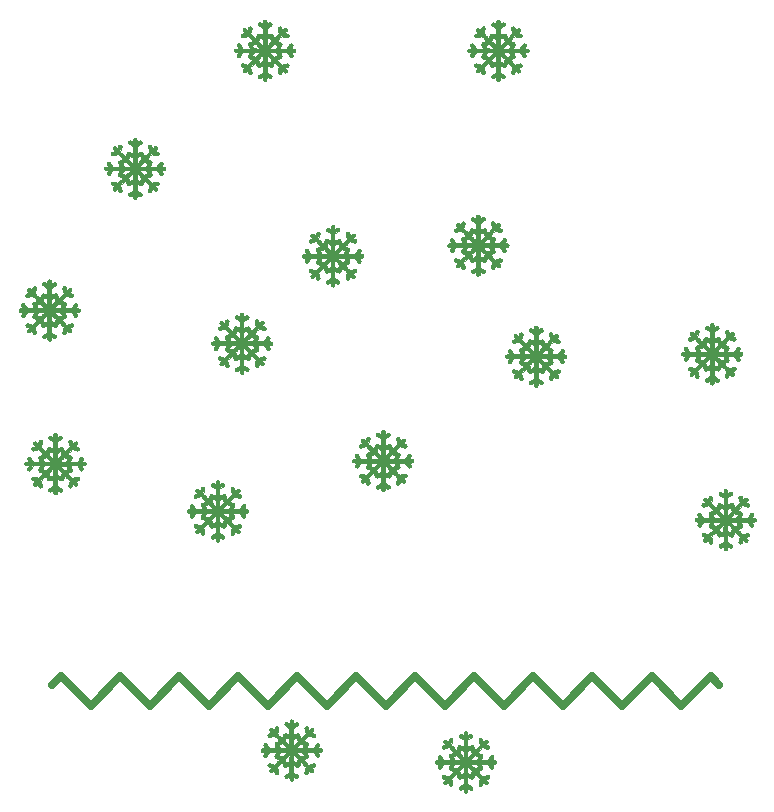
<source format=gbr>
%TF.GenerationSoftware,KiCad,Pcbnew,(5.1.10)-1*%
%TF.CreationDate,2021-12-02T14:30:59+01:00*%
%TF.ProjectId,TVZ_kuglica,54565a5f-6b75-4676-9c69-63612e6b6963,rev?*%
%TF.SameCoordinates,Original*%
%TF.FileFunction,Legend,Top*%
%TF.FilePolarity,Positive*%
%FSLAX46Y46*%
G04 Gerber Fmt 4.6, Leading zero omitted, Abs format (unit mm)*
G04 Created by KiCad (PCBNEW (5.1.10)-1) date 2021-12-02 14:30:59*
%MOMM*%
%LPD*%
G01*
G04 APERTURE LIST*
%ADD10C,0.700000*%
%ADD11C,0.010000*%
G04 APERTURE END LIST*
D10*
X157000000Y-125500000D02*
X154500000Y-123000000D01*
X122000000Y-125500000D02*
X119500000Y-123000000D01*
X117000000Y-125500000D02*
X114500000Y-123000000D01*
X129500000Y-123000000D02*
X127000000Y-125500000D01*
X137000000Y-125500000D02*
X134500000Y-123000000D01*
X112000000Y-125500000D02*
X109500000Y-123000000D01*
X139500000Y-123000000D02*
X137000000Y-125500000D01*
X134500000Y-123000000D02*
X132000000Y-125500000D01*
X152000000Y-125500000D02*
X149500000Y-123000000D01*
X109500000Y-123000000D02*
X108750000Y-123750000D01*
X147000000Y-125500000D02*
X144500000Y-123000000D01*
X154500000Y-123000000D02*
X152000000Y-125500000D01*
X165250000Y-123750000D02*
X164500000Y-123000000D01*
X127000000Y-125500000D02*
X124500000Y-123000000D01*
X162000000Y-125500000D02*
X159500000Y-123000000D01*
X114500000Y-123000000D02*
X112000000Y-125500000D01*
X159500000Y-123000000D02*
X157000000Y-125500000D01*
X149500000Y-123000000D02*
X147000000Y-125500000D01*
X119500000Y-123000000D02*
X117000000Y-125500000D01*
X142000000Y-125500000D02*
X139500000Y-123000000D01*
X124500000Y-123000000D02*
X122000000Y-125500000D01*
X144500000Y-123000000D02*
X142000000Y-125500000D01*
X132000000Y-125500000D02*
X129500000Y-123000000D01*
X164500000Y-123000000D02*
X162000000Y-125500000D01*
D11*
%TO.C,G\u002A\u002A\u002A*%
G36*
X144848505Y-83910765D02*
G01*
X144877367Y-83925067D01*
X144903942Y-83946464D01*
X144922890Y-83967278D01*
X144935608Y-83991553D01*
X144943489Y-84023331D01*
X144947929Y-84066656D01*
X144950323Y-84125568D01*
X144950626Y-84137377D01*
X144953932Y-84272706D01*
X145067466Y-84207839D01*
X145124991Y-84175794D01*
X145169098Y-84153836D01*
X145203448Y-84141045D01*
X145231701Y-84136497D01*
X145257518Y-84139271D01*
X145284558Y-84148445D01*
X145291448Y-84151413D01*
X145337522Y-84181151D01*
X145366624Y-84222064D01*
X145378710Y-84274080D01*
X145379082Y-84286157D01*
X145377630Y-84313921D01*
X145371914Y-84338158D01*
X145359963Y-84360751D01*
X145339805Y-84383583D01*
X145309470Y-84408537D01*
X145266988Y-84437494D01*
X145210389Y-84472339D01*
X145142521Y-84512160D01*
X144952400Y-84622360D01*
X144952400Y-85227859D01*
X145122580Y-85152913D01*
X145178832Y-85128794D01*
X145230451Y-85107880D01*
X145273879Y-85091516D01*
X145305560Y-85081049D01*
X145321026Y-85077783D01*
X145366519Y-85085792D01*
X145409879Y-85107400D01*
X145437804Y-85132895D01*
X145448691Y-85151402D01*
X145465019Y-85185061D01*
X145485049Y-85230014D01*
X145507042Y-85282405D01*
X145521931Y-85319546D01*
X145543084Y-85372781D01*
X145562010Y-85419366D01*
X145577341Y-85456014D01*
X145587707Y-85479439D01*
X145591380Y-85486331D01*
X145599975Y-85481312D01*
X145620999Y-85463520D01*
X145652628Y-85434665D01*
X145693037Y-85396453D01*
X145740400Y-85350594D01*
X145792892Y-85298795D01*
X145810125Y-85281595D01*
X146022092Y-85069447D01*
X145963911Y-84853614D01*
X145941428Y-84767821D01*
X145925253Y-84700541D01*
X145915228Y-84651022D01*
X145911194Y-84618515D01*
X145911694Y-84606231D01*
X145930659Y-84553569D01*
X145963157Y-84513831D01*
X146005810Y-84488674D01*
X146055243Y-84479754D01*
X146108077Y-84488728D01*
X146131155Y-84498579D01*
X146153052Y-84511563D01*
X146170509Y-84527541D01*
X146185268Y-84549858D01*
X146199074Y-84581859D01*
X146213672Y-84626888D01*
X146230805Y-84688290D01*
X146231560Y-84691106D01*
X146244117Y-84736702D01*
X146255240Y-84774760D01*
X146263683Y-84801167D01*
X146268084Y-84811711D01*
X146277061Y-84807236D01*
X146297356Y-84790843D01*
X146326019Y-84765078D01*
X146360100Y-84732491D01*
X146362418Y-84730212D01*
X146406356Y-84687625D01*
X146439700Y-84657632D01*
X146465825Y-84638076D01*
X146488110Y-84626797D01*
X146509931Y-84621638D01*
X146534152Y-84620437D01*
X146583421Y-84629914D01*
X146626086Y-84655722D01*
X146658443Y-84694081D01*
X146676786Y-84741212D01*
X146679562Y-84768842D01*
X146675953Y-84799324D01*
X146663840Y-84830771D01*
X146641380Y-84866061D01*
X146606726Y-84908076D01*
X146558035Y-84959694D01*
X146555955Y-84961810D01*
X146484946Y-85033981D01*
X146605133Y-85067030D01*
X146667692Y-85084754D01*
X146713743Y-85099512D01*
X146746555Y-85113001D01*
X146769398Y-85126916D01*
X146785541Y-85142953D01*
X146798254Y-85162809D01*
X146801420Y-85168844D01*
X146818600Y-85221979D01*
X146817249Y-85273259D01*
X146799031Y-85319270D01*
X146765609Y-85356602D01*
X146718649Y-85381843D01*
X146694452Y-85388177D01*
X146670990Y-85387577D01*
X146628629Y-85380455D01*
X146567274Y-85366790D01*
X146486832Y-85346561D01*
X146448551Y-85336430D01*
X146233517Y-85278847D01*
X146027298Y-85488580D01*
X145974540Y-85542394D01*
X145926605Y-85591589D01*
X145885301Y-85634287D01*
X145852432Y-85668610D01*
X145829808Y-85692678D01*
X145819234Y-85704614D01*
X145818692Y-85705456D01*
X145826883Y-85711238D01*
X145851074Y-85722747D01*
X145888205Y-85738661D01*
X145935219Y-85757658D01*
X145975560Y-85773298D01*
X146031151Y-85795300D01*
X146082089Y-85816966D01*
X146124406Y-85836493D01*
X146154132Y-85852080D01*
X146164749Y-85859183D01*
X146194144Y-85892944D01*
X146214871Y-85934067D01*
X146222400Y-85972417D01*
X146218282Y-85990680D01*
X146206561Y-86024990D01*
X146188187Y-86072964D01*
X146164108Y-86132216D01*
X146135273Y-86200361D01*
X146102633Y-86275015D01*
X146096328Y-86289180D01*
X146070256Y-86347600D01*
X146677639Y-86347600D01*
X146787839Y-86157478D01*
X146829937Y-86085804D01*
X146864377Y-86030102D01*
X146893043Y-85988399D01*
X146917818Y-85958727D01*
X146940583Y-85939113D01*
X146963221Y-85927589D01*
X146987616Y-85922182D01*
X147013842Y-85920917D01*
X147068134Y-85929495D01*
X147111338Y-85955099D01*
X147143382Y-85997683D01*
X147148586Y-86008551D01*
X147159123Y-86036405D01*
X147163475Y-86062180D01*
X147160722Y-86089536D01*
X147149940Y-86122133D01*
X147130207Y-86163632D01*
X147100602Y-86217693D01*
X147092160Y-86232533D01*
X147027293Y-86346067D01*
X147162622Y-86349373D01*
X147224575Y-86351559D01*
X147270254Y-86355554D01*
X147303703Y-86362755D01*
X147328965Y-86374555D01*
X147350081Y-86392351D01*
X147371094Y-86417536D01*
X147374932Y-86422632D01*
X147391565Y-86459660D01*
X147396332Y-86504508D01*
X147389234Y-86548505D01*
X147374932Y-86577367D01*
X147353535Y-86603942D01*
X147332721Y-86622890D01*
X147308446Y-86635608D01*
X147276668Y-86643489D01*
X147233343Y-86647929D01*
X147174431Y-86650323D01*
X147162622Y-86650626D01*
X147027293Y-86653932D01*
X147092160Y-86767466D01*
X147124205Y-86824991D01*
X147146163Y-86869098D01*
X147158954Y-86903448D01*
X147163502Y-86931701D01*
X147160728Y-86957518D01*
X147151554Y-86984558D01*
X147148586Y-86991448D01*
X147118848Y-87037522D01*
X147077935Y-87066624D01*
X147025919Y-87078710D01*
X147013842Y-87079082D01*
X146986078Y-87077630D01*
X146961841Y-87071914D01*
X146939248Y-87059963D01*
X146916416Y-87039805D01*
X146891462Y-87009470D01*
X146862505Y-86966988D01*
X146827660Y-86910389D01*
X146787839Y-86842521D01*
X146677639Y-86652400D01*
X146072140Y-86652400D01*
X146147086Y-86822580D01*
X146171205Y-86878832D01*
X146192119Y-86930451D01*
X146208483Y-86973879D01*
X146218950Y-87005560D01*
X146222216Y-87021026D01*
X146214207Y-87066519D01*
X146192599Y-87109879D01*
X146167104Y-87137804D01*
X146148601Y-87148696D01*
X146114949Y-87165041D01*
X146070004Y-87185097D01*
X146017623Y-87207124D01*
X145980453Y-87222053D01*
X145927427Y-87242999D01*
X145881199Y-87261363D01*
X145844999Y-87275852D01*
X145822057Y-87285177D01*
X145815492Y-87288006D01*
X145820911Y-87295739D01*
X145838946Y-87316089D01*
X145867895Y-87347256D01*
X145906056Y-87387436D01*
X145951729Y-87434827D01*
X146003212Y-87487627D01*
X146021473Y-87506223D01*
X146233042Y-87721279D01*
X146448314Y-87663632D01*
X146536597Y-87640713D01*
X146605755Y-87624362D01*
X146655887Y-87614558D01*
X146687090Y-87611281D01*
X146694452Y-87611822D01*
X146746776Y-87630747D01*
X146786283Y-87663245D01*
X146811309Y-87705906D01*
X146820192Y-87755317D01*
X146811266Y-87808065D01*
X146801420Y-87831155D01*
X146789065Y-87852289D01*
X146774135Y-87869162D01*
X146753361Y-87883468D01*
X146723472Y-87896905D01*
X146681200Y-87911167D01*
X146623275Y-87927951D01*
X146605133Y-87932969D01*
X146484946Y-87966018D01*
X146555955Y-88038189D01*
X146605197Y-88090215D01*
X146640334Y-88132531D01*
X146663210Y-88168018D01*
X146675670Y-88199555D01*
X146679558Y-88230021D01*
X146679562Y-88231157D01*
X146670278Y-88281440D01*
X146644991Y-88324983D01*
X146607405Y-88358006D01*
X146561224Y-88376728D01*
X146534152Y-88379562D01*
X146509503Y-88378307D01*
X146487705Y-88373052D01*
X146465379Y-88361638D01*
X146439148Y-88341905D01*
X146405636Y-88311695D01*
X146362418Y-88269787D01*
X146328089Y-88236847D01*
X146298987Y-88210565D01*
X146278062Y-88193489D01*
X146268265Y-88188168D01*
X146268084Y-88188288D01*
X146263345Y-88199835D01*
X146254744Y-88226953D01*
X146243520Y-88265543D01*
X146231400Y-88309680D01*
X146212463Y-88375752D01*
X146194985Y-88424855D01*
X146177303Y-88460098D01*
X146157757Y-88484589D01*
X146134683Y-88501440D01*
X146126724Y-88505518D01*
X146074415Y-88520352D01*
X146023709Y-88516822D01*
X145978183Y-88496784D01*
X145941412Y-88462099D01*
X145916974Y-88414625D01*
X145911694Y-88393768D01*
X145911952Y-88371824D01*
X145918099Y-88333351D01*
X145930293Y-88277601D01*
X145948694Y-88203821D01*
X145963910Y-88146386D01*
X146022091Y-87930555D01*
X145814998Y-87723277D01*
X145761647Y-87670222D01*
X145712685Y-87622187D01*
X145670005Y-87580978D01*
X145635503Y-87548402D01*
X145611072Y-87526266D01*
X145598608Y-87516375D01*
X145597652Y-87516021D01*
X145590820Y-87525045D01*
X145578368Y-87550019D01*
X145561689Y-87587824D01*
X145542176Y-87635337D01*
X145526440Y-87675670D01*
X145504399Y-87731288D01*
X145482731Y-87782230D01*
X145463229Y-87824545D01*
X145447687Y-87854278D01*
X145440554Y-87864989D01*
X145406987Y-87894203D01*
X145365955Y-87914860D01*
X145327582Y-87922400D01*
X145309319Y-87918282D01*
X145275009Y-87906561D01*
X145227035Y-87888187D01*
X145167783Y-87864108D01*
X145099638Y-87835273D01*
X145024984Y-87802633D01*
X145010820Y-87796328D01*
X144952400Y-87770256D01*
X144952400Y-88377359D01*
X145142580Y-88487699D01*
X145214323Y-88529893D01*
X145270081Y-88564434D01*
X145311820Y-88593185D01*
X145341509Y-88618010D01*
X145361114Y-88640773D01*
X145372603Y-88663339D01*
X145377944Y-88687571D01*
X145379120Y-88711807D01*
X145370497Y-88766987D01*
X145346142Y-88811640D01*
X145308318Y-88843366D01*
X145259293Y-88859767D01*
X145237687Y-88861491D01*
X145215438Y-88860345D01*
X145192502Y-88855121D01*
X145164863Y-88844199D01*
X145128502Y-88825958D01*
X145079404Y-88798779D01*
X145072413Y-88794810D01*
X144953930Y-88727420D01*
X144950625Y-88862686D01*
X144948881Y-88919337D01*
X144946495Y-88959600D01*
X144942882Y-88987407D01*
X144937457Y-89006689D01*
X144929638Y-89021377D01*
X144926372Y-89025968D01*
X144886096Y-89066630D01*
X144839911Y-89091192D01*
X144791412Y-89098445D01*
X144744194Y-89087183D01*
X144744120Y-89087148D01*
X144700265Y-89057035D01*
X144667178Y-89014875D01*
X144658436Y-88996158D01*
X144654124Y-88974767D01*
X144650626Y-88938360D01*
X144648326Y-88892236D01*
X144647600Y-88847053D01*
X144647600Y-88726550D01*
X144528351Y-88794375D01*
X144477291Y-88822837D01*
X144439483Y-88842168D01*
X144410930Y-88853981D01*
X144387640Y-88859892D01*
X144365616Y-88861516D01*
X144362312Y-88861491D01*
X144309542Y-88851698D01*
X144267092Y-88825647D01*
X144237229Y-88785737D01*
X144222219Y-88734366D01*
X144220880Y-88711807D01*
X144222435Y-88684568D01*
X144228413Y-88660634D01*
X144240782Y-88638143D01*
X144261509Y-88615230D01*
X144292562Y-88590035D01*
X144335908Y-88560694D01*
X144393515Y-88525344D01*
X144457478Y-88487839D01*
X144647600Y-88377639D01*
X144647600Y-87772140D01*
X144477420Y-87847086D01*
X144421167Y-87871205D01*
X144369548Y-87892119D01*
X144326120Y-87908483D01*
X144294439Y-87918950D01*
X144278973Y-87922216D01*
X144233480Y-87914207D01*
X144190120Y-87892599D01*
X144162195Y-87867104D01*
X144151303Y-87848601D01*
X144134958Y-87814949D01*
X144114902Y-87770004D01*
X144092875Y-87717623D01*
X144077946Y-87680453D01*
X144056941Y-87627316D01*
X144038452Y-87580874D01*
X144023787Y-87544389D01*
X144014255Y-87521122D01*
X144011267Y-87514316D01*
X144003360Y-87519446D01*
X143982869Y-87537228D01*
X143951601Y-87565970D01*
X143911361Y-87603978D01*
X143863956Y-87649560D01*
X143811192Y-87701021D01*
X143792689Y-87719225D01*
X143578000Y-87930896D01*
X143636135Y-88146557D01*
X143658610Y-88232324D01*
X143674775Y-88299578D01*
X143684789Y-88349069D01*
X143688809Y-88381545D01*
X143688305Y-88393768D01*
X143669450Y-88445586D01*
X143636914Y-88485316D01*
X143594271Y-88511099D01*
X143545100Y-88521077D01*
X143492976Y-88513392D01*
X143473275Y-88505518D01*
X143448801Y-88490373D01*
X143428359Y-88468531D01*
X143410287Y-88436882D01*
X143392923Y-88392318D01*
X143374605Y-88331729D01*
X143368599Y-88309680D01*
X143356208Y-88264179D01*
X143345516Y-88226439D01*
X143337685Y-88200464D01*
X143333920Y-88190293D01*
X143325597Y-88195372D01*
X143305894Y-88212008D01*
X143277900Y-88237491D01*
X143249746Y-88264220D01*
X143213580Y-88298183D01*
X143179483Y-88328508D01*
X143151985Y-88351254D01*
X143138840Y-88360709D01*
X143093860Y-88377748D01*
X143047121Y-88377569D01*
X143002566Y-88362456D01*
X142964136Y-88334693D01*
X142935776Y-88296565D01*
X142921426Y-88250357D01*
X142920437Y-88234152D01*
X142921692Y-88209503D01*
X142926947Y-88187705D01*
X142938361Y-88165379D01*
X142958094Y-88139148D01*
X142988304Y-88105636D01*
X143030212Y-88062418D01*
X143063152Y-88028089D01*
X143089434Y-87998987D01*
X143106510Y-87978062D01*
X143111831Y-87968265D01*
X143111711Y-87968084D01*
X143100159Y-87963335D01*
X143073054Y-87954723D01*
X143034508Y-87943496D01*
X142991106Y-87931560D01*
X142928987Y-87914291D01*
X142883373Y-87899626D01*
X142850920Y-87885822D01*
X142828282Y-87871133D01*
X142812117Y-87853817D01*
X142799078Y-87832129D01*
X142798579Y-87831155D01*
X142781337Y-87777885D01*
X142782712Y-87726570D01*
X142801050Y-87680576D01*
X142834697Y-87643271D01*
X142882000Y-87618024D01*
X142906361Y-87611669D01*
X142928160Y-87611878D01*
X142966214Y-87617890D01*
X143021344Y-87629880D01*
X143094372Y-87648020D01*
X143153885Y-87663745D01*
X143369726Y-87721809D01*
X143576863Y-87514857D01*
X143629904Y-87461513D01*
X143677924Y-87412542D01*
X143719117Y-87369844D01*
X143751675Y-87335316D01*
X143773789Y-87310855D01*
X143783653Y-87298359D01*
X143784000Y-87297404D01*
X143774978Y-87290502D01*
X143752931Y-87279481D01*
X144242008Y-87279481D01*
X144299356Y-87423140D01*
X144319580Y-87472863D01*
X144337483Y-87515125D01*
X144351630Y-87546674D01*
X144360588Y-87564256D01*
X144362732Y-87566800D01*
X144373673Y-87562889D01*
X144399735Y-87552127D01*
X144437496Y-87535968D01*
X144483531Y-87515866D01*
X144505640Y-87506096D01*
X144642520Y-87445392D01*
X144642549Y-87442257D01*
X144952400Y-87442257D01*
X145092100Y-87503967D01*
X145141317Y-87525553D01*
X145183870Y-87543921D01*
X145216342Y-87557620D01*
X145235320Y-87565199D01*
X145238642Y-87566239D01*
X145244477Y-87557477D01*
X145256135Y-87532924D01*
X145272211Y-87495776D01*
X145291301Y-87449236D01*
X145303530Y-87418359D01*
X145361576Y-87269919D01*
X145156988Y-87065330D01*
X144952400Y-86860742D01*
X144952400Y-87442257D01*
X144642549Y-87442257D01*
X144647910Y-86866376D01*
X144535144Y-86975288D01*
X144485726Y-87023805D01*
X144432039Y-87077810D01*
X144380209Y-87131066D01*
X144336363Y-87177339D01*
X144332193Y-87181840D01*
X144242008Y-87279481D01*
X143752931Y-87279481D01*
X143749996Y-87278014D01*
X143712175Y-87261333D01*
X143664641Y-87241854D01*
X143624351Y-87226191D01*
X143568716Y-87204230D01*
X143517759Y-87182630D01*
X143475436Y-87163180D01*
X143445704Y-87147670D01*
X143435010Y-87140554D01*
X143405796Y-87106988D01*
X143385139Y-87065955D01*
X143377600Y-87027582D01*
X143381717Y-87009319D01*
X143393438Y-86975009D01*
X143405323Y-86943975D01*
X143736908Y-86943975D01*
X143747829Y-86949461D01*
X143773591Y-86960578D01*
X143810063Y-86975680D01*
X143853115Y-86993121D01*
X143898616Y-87011255D01*
X143942433Y-87028438D01*
X143980437Y-87043024D01*
X144008496Y-87053368D01*
X144022478Y-87057823D01*
X144022855Y-87057874D01*
X144032418Y-87051193D01*
X144054341Y-87031864D01*
X144086708Y-87001702D01*
X144127607Y-86962524D01*
X144175122Y-86916143D01*
X144227340Y-86864377D01*
X144236120Y-86855600D01*
X144439129Y-86652400D01*
X143857753Y-86652400D01*
X143795036Y-86795893D01*
X143773734Y-86845557D01*
X143756136Y-86888375D01*
X143743536Y-86921054D01*
X143737224Y-86940301D01*
X143736908Y-86943975D01*
X143405323Y-86943975D01*
X143411812Y-86927035D01*
X143435891Y-86867783D01*
X143464726Y-86799638D01*
X143497366Y-86724984D01*
X143503671Y-86710820D01*
X143529743Y-86652400D01*
X142922360Y-86652400D01*
X142812160Y-86842521D01*
X142770062Y-86914195D01*
X142735622Y-86969897D01*
X142706956Y-87011600D01*
X142682181Y-87041272D01*
X142659416Y-87060886D01*
X142636778Y-87072410D01*
X142612383Y-87077817D01*
X142586157Y-87079082D01*
X142531865Y-87070504D01*
X142488661Y-87044900D01*
X142456617Y-87002316D01*
X142451413Y-86991448D01*
X142440876Y-86963594D01*
X142436524Y-86937819D01*
X142439277Y-86910463D01*
X142450059Y-86877866D01*
X142469792Y-86836367D01*
X142499397Y-86782306D01*
X142507839Y-86767466D01*
X142572706Y-86653932D01*
X142496773Y-86652077D01*
X145172387Y-86652077D01*
X145283373Y-86765706D01*
X145330978Y-86814606D01*
X145382334Y-86867625D01*
X145431777Y-86918901D01*
X145473647Y-86962576D01*
X145479838Y-86969068D01*
X145513149Y-87003563D01*
X145541384Y-87031915D01*
X145561642Y-87051273D01*
X145571024Y-87058786D01*
X145571140Y-87058800D01*
X145582121Y-87055228D01*
X145608563Y-87045381D01*
X145647072Y-87030557D01*
X145694254Y-87012055D01*
X145721882Y-87001097D01*
X145771843Y-86980829D01*
X145814356Y-86962869D01*
X145846179Y-86948643D01*
X145864071Y-86939577D01*
X145866800Y-86937317D01*
X145862889Y-86926358D01*
X145852126Y-86900279D01*
X145835966Y-86862505D01*
X145815863Y-86816462D01*
X145806096Y-86794359D01*
X145745392Y-86657480D01*
X145458890Y-86654778D01*
X145172387Y-86652077D01*
X142496773Y-86652077D01*
X142437377Y-86650626D01*
X142375424Y-86648440D01*
X142329745Y-86644445D01*
X142296296Y-86637244D01*
X142271034Y-86625444D01*
X142249918Y-86607648D01*
X142228905Y-86582463D01*
X142225067Y-86577367D01*
X142208434Y-86540339D01*
X142203667Y-86495491D01*
X142210765Y-86451494D01*
X142225067Y-86422632D01*
X142246464Y-86396057D01*
X142267278Y-86377109D01*
X142291553Y-86364391D01*
X142323331Y-86356510D01*
X142366656Y-86352070D01*
X142425568Y-86349676D01*
X142437377Y-86349373D01*
X142572706Y-86346067D01*
X142507839Y-86232533D01*
X142475794Y-86175008D01*
X142453836Y-86130901D01*
X142441045Y-86096551D01*
X142436497Y-86068298D01*
X142439271Y-86042481D01*
X142448445Y-86015441D01*
X142451413Y-86008551D01*
X142481151Y-85962477D01*
X142522064Y-85933375D01*
X142574080Y-85921289D01*
X142586157Y-85920917D01*
X142613921Y-85922369D01*
X142638158Y-85928085D01*
X142660751Y-85940036D01*
X142683583Y-85960194D01*
X142708537Y-85990529D01*
X142737494Y-86033011D01*
X142772339Y-86089610D01*
X142812160Y-86157478D01*
X142922360Y-86347600D01*
X143225109Y-86347599D01*
X143527859Y-86347599D01*
X143452913Y-86177419D01*
X143428794Y-86121167D01*
X143407880Y-86069548D01*
X143405488Y-86063199D01*
X143733200Y-86063199D01*
X143737125Y-86074448D01*
X143747861Y-86100534D01*
X143763849Y-86137777D01*
X143783532Y-86182495D01*
X143787285Y-86190916D01*
X143808154Y-86237880D01*
X143826352Y-86279261D01*
X143840073Y-86310923D01*
X143847512Y-86328729D01*
X143847927Y-86329820D01*
X143851154Y-86334990D01*
X143858060Y-86339055D01*
X143870858Y-86342144D01*
X143891764Y-86344391D01*
X143922993Y-86345926D01*
X143966759Y-86346882D01*
X144025277Y-86347390D01*
X144100761Y-86347581D01*
X144146869Y-86347600D01*
X144439257Y-86347600D01*
X145172702Y-86347600D01*
X145742223Y-86347600D01*
X145798827Y-86218060D01*
X145819944Y-86169582D01*
X145838447Y-86126826D01*
X145852642Y-86093727D01*
X145860832Y-86074226D01*
X145861801Y-86071785D01*
X145861162Y-86064112D01*
X145851985Y-86055215D01*
X145831911Y-86043855D01*
X145798582Y-86028794D01*
X145749640Y-86008794D01*
X145718589Y-85996559D01*
X145569007Y-85938067D01*
X145481683Y-86029283D01*
X145440944Y-86071676D01*
X145391738Y-86122633D01*
X145339819Y-86176207D01*
X145290944Y-86226450D01*
X145283531Y-86234049D01*
X145172702Y-86347600D01*
X144439257Y-86347600D01*
X144030060Y-85938403D01*
X143881630Y-85997504D01*
X143831023Y-86018051D01*
X143787829Y-86036346D01*
X143755251Y-86050971D01*
X143736490Y-86060509D01*
X143733200Y-86063199D01*
X143405488Y-86063199D01*
X143391516Y-86026120D01*
X143381049Y-85994439D01*
X143377783Y-85978973D01*
X143385873Y-85933227D01*
X143407726Y-85889697D01*
X143433167Y-85861981D01*
X143451790Y-85851029D01*
X143485565Y-85834684D01*
X143530616Y-85814687D01*
X143583068Y-85792778D01*
X143619818Y-85778131D01*
X143673031Y-85757098D01*
X143719583Y-85738250D01*
X143756182Y-85722955D01*
X143757974Y-85722159D01*
X144241238Y-85722159D01*
X144294080Y-85778339D01*
X144315005Y-85800235D01*
X144345175Y-85831340D01*
X144382241Y-85869276D01*
X144423853Y-85911666D01*
X144467663Y-85956133D01*
X144511319Y-86000300D01*
X144552473Y-86041790D01*
X144588776Y-86078226D01*
X144617877Y-86107231D01*
X144637427Y-86126427D01*
X144645060Y-86133435D01*
X144645713Y-86123913D01*
X144646304Y-86096616D01*
X144646810Y-86054087D01*
X144647210Y-85998872D01*
X144647479Y-85933513D01*
X144647596Y-85860555D01*
X144647600Y-85845996D01*
X144647600Y-85557753D01*
X144646795Y-85557401D01*
X144952400Y-85557401D01*
X144952400Y-86139257D01*
X145156605Y-85935052D01*
X145360810Y-85730846D01*
X145303311Y-85584796D01*
X145283294Y-85534290D01*
X145265834Y-85490878D01*
X145252293Y-85457892D01*
X145244030Y-85438665D01*
X145242226Y-85435159D01*
X145232197Y-85437790D01*
X145206888Y-85447402D01*
X145169566Y-85462675D01*
X145123497Y-85482287D01*
X145095519Y-85494486D01*
X144952400Y-85557401D01*
X144646795Y-85557401D01*
X144504106Y-85495036D01*
X144454448Y-85473730D01*
X144411644Y-85456119D01*
X144378985Y-85443499D01*
X144359762Y-85437162D01*
X144356102Y-85436830D01*
X144350988Y-85447398D01*
X144339929Y-85473470D01*
X144324339Y-85511612D01*
X144305633Y-85558388D01*
X144296414Y-85581750D01*
X144241238Y-85722159D01*
X143757974Y-85722159D01*
X143779532Y-85712584D01*
X143786331Y-85708897D01*
X143781311Y-85700231D01*
X143763517Y-85679140D01*
X143734657Y-85647452D01*
X143696441Y-85606995D01*
X143650576Y-85559596D01*
X143598772Y-85507084D01*
X143581595Y-85489874D01*
X143369447Y-85277907D01*
X143153614Y-85336088D01*
X143067821Y-85358571D01*
X143000541Y-85374746D01*
X142951022Y-85384771D01*
X142918515Y-85388805D01*
X142906231Y-85388305D01*
X142853569Y-85369340D01*
X142813831Y-85336842D01*
X142788674Y-85294189D01*
X142779754Y-85244756D01*
X142788728Y-85191922D01*
X142798579Y-85168844D01*
X142811563Y-85146947D01*
X142827541Y-85129490D01*
X142849858Y-85114731D01*
X142881859Y-85100925D01*
X142926888Y-85086327D01*
X142988290Y-85069194D01*
X142991106Y-85068439D01*
X143036702Y-85055882D01*
X143074760Y-85044759D01*
X143101167Y-85036316D01*
X143111711Y-85031915D01*
X143107236Y-85022938D01*
X143090843Y-85002643D01*
X143065078Y-84973980D01*
X143032491Y-84939899D01*
X143030212Y-84937581D01*
X142987625Y-84893643D01*
X142957632Y-84860299D01*
X142938076Y-84834174D01*
X142926797Y-84811889D01*
X142921638Y-84790068D01*
X142920437Y-84765847D01*
X142929442Y-84717526D01*
X142953726Y-84676550D01*
X142989347Y-84645204D01*
X143032362Y-84625772D01*
X143078828Y-84620540D01*
X143124804Y-84631791D01*
X143138840Y-84639290D01*
X143158802Y-84654159D01*
X143188618Y-84679438D01*
X143223757Y-84711187D01*
X143249746Y-84735779D01*
X143282379Y-84766670D01*
X143309357Y-84791032D01*
X143327592Y-84806152D01*
X143333920Y-84809706D01*
X143337867Y-84798986D01*
X143345806Y-84772631D01*
X143356567Y-84734656D01*
X143368439Y-84691106D01*
X143385708Y-84628987D01*
X143400373Y-84583373D01*
X143414177Y-84550920D01*
X143428866Y-84528282D01*
X143446182Y-84512117D01*
X143467870Y-84499078D01*
X143468844Y-84498579D01*
X143522103Y-84481345D01*
X143573423Y-84482722D01*
X143619426Y-84501054D01*
X143656735Y-84534683D01*
X143681973Y-84581953D01*
X143688305Y-84606231D01*
X143688047Y-84628192D01*
X143681895Y-84666691D01*
X143669691Y-84722475D01*
X143651277Y-84796294D01*
X143636163Y-84853336D01*
X143578057Y-85068890D01*
X143789200Y-85276445D01*
X143843121Y-85329250D01*
X143892375Y-85377103D01*
X143935104Y-85418229D01*
X143969450Y-85450852D01*
X143993554Y-85473199D01*
X144005558Y-85483494D01*
X144006471Y-85483978D01*
X144011932Y-85474970D01*
X144023193Y-85450039D01*
X144038946Y-85412296D01*
X144057882Y-85364854D01*
X144073560Y-85324329D01*
X144095600Y-85268711D01*
X144117268Y-85217769D01*
X144136770Y-85175454D01*
X144152312Y-85145721D01*
X144159445Y-85135010D01*
X144193967Y-85105122D01*
X144236074Y-85084562D01*
X144273893Y-85077727D01*
X144290322Y-85081653D01*
X144321951Y-85092488D01*
X144365384Y-85108948D01*
X144417228Y-85129748D01*
X144472340Y-85152854D01*
X144647600Y-85227853D01*
X144647600Y-84925107D01*
X144647599Y-84622360D01*
X144457478Y-84512160D01*
X144385804Y-84470062D01*
X144330102Y-84435622D01*
X144288399Y-84406956D01*
X144258727Y-84382181D01*
X144239113Y-84359416D01*
X144227589Y-84336778D01*
X144222182Y-84312383D01*
X144220917Y-84286157D01*
X144229495Y-84231865D01*
X144255099Y-84188661D01*
X144297683Y-84156617D01*
X144308551Y-84151413D01*
X144336405Y-84140876D01*
X144362180Y-84136524D01*
X144389536Y-84139277D01*
X144422133Y-84150059D01*
X144463632Y-84169792D01*
X144517693Y-84199397D01*
X144532533Y-84207839D01*
X144646067Y-84272706D01*
X144649373Y-84137377D01*
X144651559Y-84075424D01*
X144655554Y-84029745D01*
X144662755Y-83996296D01*
X144674555Y-83971034D01*
X144692351Y-83949918D01*
X144717536Y-83928905D01*
X144722632Y-83925067D01*
X144759660Y-83908434D01*
X144804508Y-83903667D01*
X144848505Y-83910765D01*
G37*
X144848505Y-83910765D02*
X144877367Y-83925067D01*
X144903942Y-83946464D01*
X144922890Y-83967278D01*
X144935608Y-83991553D01*
X144943489Y-84023331D01*
X144947929Y-84066656D01*
X144950323Y-84125568D01*
X144950626Y-84137377D01*
X144953932Y-84272706D01*
X145067466Y-84207839D01*
X145124991Y-84175794D01*
X145169098Y-84153836D01*
X145203448Y-84141045D01*
X145231701Y-84136497D01*
X145257518Y-84139271D01*
X145284558Y-84148445D01*
X145291448Y-84151413D01*
X145337522Y-84181151D01*
X145366624Y-84222064D01*
X145378710Y-84274080D01*
X145379082Y-84286157D01*
X145377630Y-84313921D01*
X145371914Y-84338158D01*
X145359963Y-84360751D01*
X145339805Y-84383583D01*
X145309470Y-84408537D01*
X145266988Y-84437494D01*
X145210389Y-84472339D01*
X145142521Y-84512160D01*
X144952400Y-84622360D01*
X144952400Y-85227859D01*
X145122580Y-85152913D01*
X145178832Y-85128794D01*
X145230451Y-85107880D01*
X145273879Y-85091516D01*
X145305560Y-85081049D01*
X145321026Y-85077783D01*
X145366519Y-85085792D01*
X145409879Y-85107400D01*
X145437804Y-85132895D01*
X145448691Y-85151402D01*
X145465019Y-85185061D01*
X145485049Y-85230014D01*
X145507042Y-85282405D01*
X145521931Y-85319546D01*
X145543084Y-85372781D01*
X145562010Y-85419366D01*
X145577341Y-85456014D01*
X145587707Y-85479439D01*
X145591380Y-85486331D01*
X145599975Y-85481312D01*
X145620999Y-85463520D01*
X145652628Y-85434665D01*
X145693037Y-85396453D01*
X145740400Y-85350594D01*
X145792892Y-85298795D01*
X145810125Y-85281595D01*
X146022092Y-85069447D01*
X145963911Y-84853614D01*
X145941428Y-84767821D01*
X145925253Y-84700541D01*
X145915228Y-84651022D01*
X145911194Y-84618515D01*
X145911694Y-84606231D01*
X145930659Y-84553569D01*
X145963157Y-84513831D01*
X146005810Y-84488674D01*
X146055243Y-84479754D01*
X146108077Y-84488728D01*
X146131155Y-84498579D01*
X146153052Y-84511563D01*
X146170509Y-84527541D01*
X146185268Y-84549858D01*
X146199074Y-84581859D01*
X146213672Y-84626888D01*
X146230805Y-84688290D01*
X146231560Y-84691106D01*
X146244117Y-84736702D01*
X146255240Y-84774760D01*
X146263683Y-84801167D01*
X146268084Y-84811711D01*
X146277061Y-84807236D01*
X146297356Y-84790843D01*
X146326019Y-84765078D01*
X146360100Y-84732491D01*
X146362418Y-84730212D01*
X146406356Y-84687625D01*
X146439700Y-84657632D01*
X146465825Y-84638076D01*
X146488110Y-84626797D01*
X146509931Y-84621638D01*
X146534152Y-84620437D01*
X146583421Y-84629914D01*
X146626086Y-84655722D01*
X146658443Y-84694081D01*
X146676786Y-84741212D01*
X146679562Y-84768842D01*
X146675953Y-84799324D01*
X146663840Y-84830771D01*
X146641380Y-84866061D01*
X146606726Y-84908076D01*
X146558035Y-84959694D01*
X146555955Y-84961810D01*
X146484946Y-85033981D01*
X146605133Y-85067030D01*
X146667692Y-85084754D01*
X146713743Y-85099512D01*
X146746555Y-85113001D01*
X146769398Y-85126916D01*
X146785541Y-85142953D01*
X146798254Y-85162809D01*
X146801420Y-85168844D01*
X146818600Y-85221979D01*
X146817249Y-85273259D01*
X146799031Y-85319270D01*
X146765609Y-85356602D01*
X146718649Y-85381843D01*
X146694452Y-85388177D01*
X146670990Y-85387577D01*
X146628629Y-85380455D01*
X146567274Y-85366790D01*
X146486832Y-85346561D01*
X146448551Y-85336430D01*
X146233517Y-85278847D01*
X146027298Y-85488580D01*
X145974540Y-85542394D01*
X145926605Y-85591589D01*
X145885301Y-85634287D01*
X145852432Y-85668610D01*
X145829808Y-85692678D01*
X145819234Y-85704614D01*
X145818692Y-85705456D01*
X145826883Y-85711238D01*
X145851074Y-85722747D01*
X145888205Y-85738661D01*
X145935219Y-85757658D01*
X145975560Y-85773298D01*
X146031151Y-85795300D01*
X146082089Y-85816966D01*
X146124406Y-85836493D01*
X146154132Y-85852080D01*
X146164749Y-85859183D01*
X146194144Y-85892944D01*
X146214871Y-85934067D01*
X146222400Y-85972417D01*
X146218282Y-85990680D01*
X146206561Y-86024990D01*
X146188187Y-86072964D01*
X146164108Y-86132216D01*
X146135273Y-86200361D01*
X146102633Y-86275015D01*
X146096328Y-86289180D01*
X146070256Y-86347600D01*
X146677639Y-86347600D01*
X146787839Y-86157478D01*
X146829937Y-86085804D01*
X146864377Y-86030102D01*
X146893043Y-85988399D01*
X146917818Y-85958727D01*
X146940583Y-85939113D01*
X146963221Y-85927589D01*
X146987616Y-85922182D01*
X147013842Y-85920917D01*
X147068134Y-85929495D01*
X147111338Y-85955099D01*
X147143382Y-85997683D01*
X147148586Y-86008551D01*
X147159123Y-86036405D01*
X147163475Y-86062180D01*
X147160722Y-86089536D01*
X147149940Y-86122133D01*
X147130207Y-86163632D01*
X147100602Y-86217693D01*
X147092160Y-86232533D01*
X147027293Y-86346067D01*
X147162622Y-86349373D01*
X147224575Y-86351559D01*
X147270254Y-86355554D01*
X147303703Y-86362755D01*
X147328965Y-86374555D01*
X147350081Y-86392351D01*
X147371094Y-86417536D01*
X147374932Y-86422632D01*
X147391565Y-86459660D01*
X147396332Y-86504508D01*
X147389234Y-86548505D01*
X147374932Y-86577367D01*
X147353535Y-86603942D01*
X147332721Y-86622890D01*
X147308446Y-86635608D01*
X147276668Y-86643489D01*
X147233343Y-86647929D01*
X147174431Y-86650323D01*
X147162622Y-86650626D01*
X147027293Y-86653932D01*
X147092160Y-86767466D01*
X147124205Y-86824991D01*
X147146163Y-86869098D01*
X147158954Y-86903448D01*
X147163502Y-86931701D01*
X147160728Y-86957518D01*
X147151554Y-86984558D01*
X147148586Y-86991448D01*
X147118848Y-87037522D01*
X147077935Y-87066624D01*
X147025919Y-87078710D01*
X147013842Y-87079082D01*
X146986078Y-87077630D01*
X146961841Y-87071914D01*
X146939248Y-87059963D01*
X146916416Y-87039805D01*
X146891462Y-87009470D01*
X146862505Y-86966988D01*
X146827660Y-86910389D01*
X146787839Y-86842521D01*
X146677639Y-86652400D01*
X146072140Y-86652400D01*
X146147086Y-86822580D01*
X146171205Y-86878832D01*
X146192119Y-86930451D01*
X146208483Y-86973879D01*
X146218950Y-87005560D01*
X146222216Y-87021026D01*
X146214207Y-87066519D01*
X146192599Y-87109879D01*
X146167104Y-87137804D01*
X146148601Y-87148696D01*
X146114949Y-87165041D01*
X146070004Y-87185097D01*
X146017623Y-87207124D01*
X145980453Y-87222053D01*
X145927427Y-87242999D01*
X145881199Y-87261363D01*
X145844999Y-87275852D01*
X145822057Y-87285177D01*
X145815492Y-87288006D01*
X145820911Y-87295739D01*
X145838946Y-87316089D01*
X145867895Y-87347256D01*
X145906056Y-87387436D01*
X145951729Y-87434827D01*
X146003212Y-87487627D01*
X146021473Y-87506223D01*
X146233042Y-87721279D01*
X146448314Y-87663632D01*
X146536597Y-87640713D01*
X146605755Y-87624362D01*
X146655887Y-87614558D01*
X146687090Y-87611281D01*
X146694452Y-87611822D01*
X146746776Y-87630747D01*
X146786283Y-87663245D01*
X146811309Y-87705906D01*
X146820192Y-87755317D01*
X146811266Y-87808065D01*
X146801420Y-87831155D01*
X146789065Y-87852289D01*
X146774135Y-87869162D01*
X146753361Y-87883468D01*
X146723472Y-87896905D01*
X146681200Y-87911167D01*
X146623275Y-87927951D01*
X146605133Y-87932969D01*
X146484946Y-87966018D01*
X146555955Y-88038189D01*
X146605197Y-88090215D01*
X146640334Y-88132531D01*
X146663210Y-88168018D01*
X146675670Y-88199555D01*
X146679558Y-88230021D01*
X146679562Y-88231157D01*
X146670278Y-88281440D01*
X146644991Y-88324983D01*
X146607405Y-88358006D01*
X146561224Y-88376728D01*
X146534152Y-88379562D01*
X146509503Y-88378307D01*
X146487705Y-88373052D01*
X146465379Y-88361638D01*
X146439148Y-88341905D01*
X146405636Y-88311695D01*
X146362418Y-88269787D01*
X146328089Y-88236847D01*
X146298987Y-88210565D01*
X146278062Y-88193489D01*
X146268265Y-88188168D01*
X146268084Y-88188288D01*
X146263345Y-88199835D01*
X146254744Y-88226953D01*
X146243520Y-88265543D01*
X146231400Y-88309680D01*
X146212463Y-88375752D01*
X146194985Y-88424855D01*
X146177303Y-88460098D01*
X146157757Y-88484589D01*
X146134683Y-88501440D01*
X146126724Y-88505518D01*
X146074415Y-88520352D01*
X146023709Y-88516822D01*
X145978183Y-88496784D01*
X145941412Y-88462099D01*
X145916974Y-88414625D01*
X145911694Y-88393768D01*
X145911952Y-88371824D01*
X145918099Y-88333351D01*
X145930293Y-88277601D01*
X145948694Y-88203821D01*
X145963910Y-88146386D01*
X146022091Y-87930555D01*
X145814998Y-87723277D01*
X145761647Y-87670222D01*
X145712685Y-87622187D01*
X145670005Y-87580978D01*
X145635503Y-87548402D01*
X145611072Y-87526266D01*
X145598608Y-87516375D01*
X145597652Y-87516021D01*
X145590820Y-87525045D01*
X145578368Y-87550019D01*
X145561689Y-87587824D01*
X145542176Y-87635337D01*
X145526440Y-87675670D01*
X145504399Y-87731288D01*
X145482731Y-87782230D01*
X145463229Y-87824545D01*
X145447687Y-87854278D01*
X145440554Y-87864989D01*
X145406987Y-87894203D01*
X145365955Y-87914860D01*
X145327582Y-87922400D01*
X145309319Y-87918282D01*
X145275009Y-87906561D01*
X145227035Y-87888187D01*
X145167783Y-87864108D01*
X145099638Y-87835273D01*
X145024984Y-87802633D01*
X145010820Y-87796328D01*
X144952400Y-87770256D01*
X144952400Y-88377359D01*
X145142580Y-88487699D01*
X145214323Y-88529893D01*
X145270081Y-88564434D01*
X145311820Y-88593185D01*
X145341509Y-88618010D01*
X145361114Y-88640773D01*
X145372603Y-88663339D01*
X145377944Y-88687571D01*
X145379120Y-88711807D01*
X145370497Y-88766987D01*
X145346142Y-88811640D01*
X145308318Y-88843366D01*
X145259293Y-88859767D01*
X145237687Y-88861491D01*
X145215438Y-88860345D01*
X145192502Y-88855121D01*
X145164863Y-88844199D01*
X145128502Y-88825958D01*
X145079404Y-88798779D01*
X145072413Y-88794810D01*
X144953930Y-88727420D01*
X144950625Y-88862686D01*
X144948881Y-88919337D01*
X144946495Y-88959600D01*
X144942882Y-88987407D01*
X144937457Y-89006689D01*
X144929638Y-89021377D01*
X144926372Y-89025968D01*
X144886096Y-89066630D01*
X144839911Y-89091192D01*
X144791412Y-89098445D01*
X144744194Y-89087183D01*
X144744120Y-89087148D01*
X144700265Y-89057035D01*
X144667178Y-89014875D01*
X144658436Y-88996158D01*
X144654124Y-88974767D01*
X144650626Y-88938360D01*
X144648326Y-88892236D01*
X144647600Y-88847053D01*
X144647600Y-88726550D01*
X144528351Y-88794375D01*
X144477291Y-88822837D01*
X144439483Y-88842168D01*
X144410930Y-88853981D01*
X144387640Y-88859892D01*
X144365616Y-88861516D01*
X144362312Y-88861491D01*
X144309542Y-88851698D01*
X144267092Y-88825647D01*
X144237229Y-88785737D01*
X144222219Y-88734366D01*
X144220880Y-88711807D01*
X144222435Y-88684568D01*
X144228413Y-88660634D01*
X144240782Y-88638143D01*
X144261509Y-88615230D01*
X144292562Y-88590035D01*
X144335908Y-88560694D01*
X144393515Y-88525344D01*
X144457478Y-88487839D01*
X144647600Y-88377639D01*
X144647600Y-87772140D01*
X144477420Y-87847086D01*
X144421167Y-87871205D01*
X144369548Y-87892119D01*
X144326120Y-87908483D01*
X144294439Y-87918950D01*
X144278973Y-87922216D01*
X144233480Y-87914207D01*
X144190120Y-87892599D01*
X144162195Y-87867104D01*
X144151303Y-87848601D01*
X144134958Y-87814949D01*
X144114902Y-87770004D01*
X144092875Y-87717623D01*
X144077946Y-87680453D01*
X144056941Y-87627316D01*
X144038452Y-87580874D01*
X144023787Y-87544389D01*
X144014255Y-87521122D01*
X144011267Y-87514316D01*
X144003360Y-87519446D01*
X143982869Y-87537228D01*
X143951601Y-87565970D01*
X143911361Y-87603978D01*
X143863956Y-87649560D01*
X143811192Y-87701021D01*
X143792689Y-87719225D01*
X143578000Y-87930896D01*
X143636135Y-88146557D01*
X143658610Y-88232324D01*
X143674775Y-88299578D01*
X143684789Y-88349069D01*
X143688809Y-88381545D01*
X143688305Y-88393768D01*
X143669450Y-88445586D01*
X143636914Y-88485316D01*
X143594271Y-88511099D01*
X143545100Y-88521077D01*
X143492976Y-88513392D01*
X143473275Y-88505518D01*
X143448801Y-88490373D01*
X143428359Y-88468531D01*
X143410287Y-88436882D01*
X143392923Y-88392318D01*
X143374605Y-88331729D01*
X143368599Y-88309680D01*
X143356208Y-88264179D01*
X143345516Y-88226439D01*
X143337685Y-88200464D01*
X143333920Y-88190293D01*
X143325597Y-88195372D01*
X143305894Y-88212008D01*
X143277900Y-88237491D01*
X143249746Y-88264220D01*
X143213580Y-88298183D01*
X143179483Y-88328508D01*
X143151985Y-88351254D01*
X143138840Y-88360709D01*
X143093860Y-88377748D01*
X143047121Y-88377569D01*
X143002566Y-88362456D01*
X142964136Y-88334693D01*
X142935776Y-88296565D01*
X142921426Y-88250357D01*
X142920437Y-88234152D01*
X142921692Y-88209503D01*
X142926947Y-88187705D01*
X142938361Y-88165379D01*
X142958094Y-88139148D01*
X142988304Y-88105636D01*
X143030212Y-88062418D01*
X143063152Y-88028089D01*
X143089434Y-87998987D01*
X143106510Y-87978062D01*
X143111831Y-87968265D01*
X143111711Y-87968084D01*
X143100159Y-87963335D01*
X143073054Y-87954723D01*
X143034508Y-87943496D01*
X142991106Y-87931560D01*
X142928987Y-87914291D01*
X142883373Y-87899626D01*
X142850920Y-87885822D01*
X142828282Y-87871133D01*
X142812117Y-87853817D01*
X142799078Y-87832129D01*
X142798579Y-87831155D01*
X142781337Y-87777885D01*
X142782712Y-87726570D01*
X142801050Y-87680576D01*
X142834697Y-87643271D01*
X142882000Y-87618024D01*
X142906361Y-87611669D01*
X142928160Y-87611878D01*
X142966214Y-87617890D01*
X143021344Y-87629880D01*
X143094372Y-87648020D01*
X143153885Y-87663745D01*
X143369726Y-87721809D01*
X143576863Y-87514857D01*
X143629904Y-87461513D01*
X143677924Y-87412542D01*
X143719117Y-87369844D01*
X143751675Y-87335316D01*
X143773789Y-87310855D01*
X143783653Y-87298359D01*
X143784000Y-87297404D01*
X143774978Y-87290502D01*
X143752931Y-87279481D01*
X144242008Y-87279481D01*
X144299356Y-87423140D01*
X144319580Y-87472863D01*
X144337483Y-87515125D01*
X144351630Y-87546674D01*
X144360588Y-87564256D01*
X144362732Y-87566800D01*
X144373673Y-87562889D01*
X144399735Y-87552127D01*
X144437496Y-87535968D01*
X144483531Y-87515866D01*
X144505640Y-87506096D01*
X144642520Y-87445392D01*
X144642549Y-87442257D01*
X144952400Y-87442257D01*
X145092100Y-87503967D01*
X145141317Y-87525553D01*
X145183870Y-87543921D01*
X145216342Y-87557620D01*
X145235320Y-87565199D01*
X145238642Y-87566239D01*
X145244477Y-87557477D01*
X145256135Y-87532924D01*
X145272211Y-87495776D01*
X145291301Y-87449236D01*
X145303530Y-87418359D01*
X145361576Y-87269919D01*
X145156988Y-87065330D01*
X144952400Y-86860742D01*
X144952400Y-87442257D01*
X144642549Y-87442257D01*
X144647910Y-86866376D01*
X144535144Y-86975288D01*
X144485726Y-87023805D01*
X144432039Y-87077810D01*
X144380209Y-87131066D01*
X144336363Y-87177339D01*
X144332193Y-87181840D01*
X144242008Y-87279481D01*
X143752931Y-87279481D01*
X143749996Y-87278014D01*
X143712175Y-87261333D01*
X143664641Y-87241854D01*
X143624351Y-87226191D01*
X143568716Y-87204230D01*
X143517759Y-87182630D01*
X143475436Y-87163180D01*
X143445704Y-87147670D01*
X143435010Y-87140554D01*
X143405796Y-87106988D01*
X143385139Y-87065955D01*
X143377600Y-87027582D01*
X143381717Y-87009319D01*
X143393438Y-86975009D01*
X143405323Y-86943975D01*
X143736908Y-86943975D01*
X143747829Y-86949461D01*
X143773591Y-86960578D01*
X143810063Y-86975680D01*
X143853115Y-86993121D01*
X143898616Y-87011255D01*
X143942433Y-87028438D01*
X143980437Y-87043024D01*
X144008496Y-87053368D01*
X144022478Y-87057823D01*
X144022855Y-87057874D01*
X144032418Y-87051193D01*
X144054341Y-87031864D01*
X144086708Y-87001702D01*
X144127607Y-86962524D01*
X144175122Y-86916143D01*
X144227340Y-86864377D01*
X144236120Y-86855600D01*
X144439129Y-86652400D01*
X143857753Y-86652400D01*
X143795036Y-86795893D01*
X143773734Y-86845557D01*
X143756136Y-86888375D01*
X143743536Y-86921054D01*
X143737224Y-86940301D01*
X143736908Y-86943975D01*
X143405323Y-86943975D01*
X143411812Y-86927035D01*
X143435891Y-86867783D01*
X143464726Y-86799638D01*
X143497366Y-86724984D01*
X143503671Y-86710820D01*
X143529743Y-86652400D01*
X142922360Y-86652400D01*
X142812160Y-86842521D01*
X142770062Y-86914195D01*
X142735622Y-86969897D01*
X142706956Y-87011600D01*
X142682181Y-87041272D01*
X142659416Y-87060886D01*
X142636778Y-87072410D01*
X142612383Y-87077817D01*
X142586157Y-87079082D01*
X142531865Y-87070504D01*
X142488661Y-87044900D01*
X142456617Y-87002316D01*
X142451413Y-86991448D01*
X142440876Y-86963594D01*
X142436524Y-86937819D01*
X142439277Y-86910463D01*
X142450059Y-86877866D01*
X142469792Y-86836367D01*
X142499397Y-86782306D01*
X142507839Y-86767466D01*
X142572706Y-86653932D01*
X142496773Y-86652077D01*
X145172387Y-86652077D01*
X145283373Y-86765706D01*
X145330978Y-86814606D01*
X145382334Y-86867625D01*
X145431777Y-86918901D01*
X145473647Y-86962576D01*
X145479838Y-86969068D01*
X145513149Y-87003563D01*
X145541384Y-87031915D01*
X145561642Y-87051273D01*
X145571024Y-87058786D01*
X145571140Y-87058800D01*
X145582121Y-87055228D01*
X145608563Y-87045381D01*
X145647072Y-87030557D01*
X145694254Y-87012055D01*
X145721882Y-87001097D01*
X145771843Y-86980829D01*
X145814356Y-86962869D01*
X145846179Y-86948643D01*
X145864071Y-86939577D01*
X145866800Y-86937317D01*
X145862889Y-86926358D01*
X145852126Y-86900279D01*
X145835966Y-86862505D01*
X145815863Y-86816462D01*
X145806096Y-86794359D01*
X145745392Y-86657480D01*
X145458890Y-86654778D01*
X145172387Y-86652077D01*
X142496773Y-86652077D01*
X142437377Y-86650626D01*
X142375424Y-86648440D01*
X142329745Y-86644445D01*
X142296296Y-86637244D01*
X142271034Y-86625444D01*
X142249918Y-86607648D01*
X142228905Y-86582463D01*
X142225067Y-86577367D01*
X142208434Y-86540339D01*
X142203667Y-86495491D01*
X142210765Y-86451494D01*
X142225067Y-86422632D01*
X142246464Y-86396057D01*
X142267278Y-86377109D01*
X142291553Y-86364391D01*
X142323331Y-86356510D01*
X142366656Y-86352070D01*
X142425568Y-86349676D01*
X142437377Y-86349373D01*
X142572706Y-86346067D01*
X142507839Y-86232533D01*
X142475794Y-86175008D01*
X142453836Y-86130901D01*
X142441045Y-86096551D01*
X142436497Y-86068298D01*
X142439271Y-86042481D01*
X142448445Y-86015441D01*
X142451413Y-86008551D01*
X142481151Y-85962477D01*
X142522064Y-85933375D01*
X142574080Y-85921289D01*
X142586157Y-85920917D01*
X142613921Y-85922369D01*
X142638158Y-85928085D01*
X142660751Y-85940036D01*
X142683583Y-85960194D01*
X142708537Y-85990529D01*
X142737494Y-86033011D01*
X142772339Y-86089610D01*
X142812160Y-86157478D01*
X142922360Y-86347600D01*
X143225109Y-86347599D01*
X143527859Y-86347599D01*
X143452913Y-86177419D01*
X143428794Y-86121167D01*
X143407880Y-86069548D01*
X143405488Y-86063199D01*
X143733200Y-86063199D01*
X143737125Y-86074448D01*
X143747861Y-86100534D01*
X143763849Y-86137777D01*
X143783532Y-86182495D01*
X143787285Y-86190916D01*
X143808154Y-86237880D01*
X143826352Y-86279261D01*
X143840073Y-86310923D01*
X143847512Y-86328729D01*
X143847927Y-86329820D01*
X143851154Y-86334990D01*
X143858060Y-86339055D01*
X143870858Y-86342144D01*
X143891764Y-86344391D01*
X143922993Y-86345926D01*
X143966759Y-86346882D01*
X144025277Y-86347390D01*
X144100761Y-86347581D01*
X144146869Y-86347600D01*
X144439257Y-86347600D01*
X145172702Y-86347600D01*
X145742223Y-86347600D01*
X145798827Y-86218060D01*
X145819944Y-86169582D01*
X145838447Y-86126826D01*
X145852642Y-86093727D01*
X145860832Y-86074226D01*
X145861801Y-86071785D01*
X145861162Y-86064112D01*
X145851985Y-86055215D01*
X145831911Y-86043855D01*
X145798582Y-86028794D01*
X145749640Y-86008794D01*
X145718589Y-85996559D01*
X145569007Y-85938067D01*
X145481683Y-86029283D01*
X145440944Y-86071676D01*
X145391738Y-86122633D01*
X145339819Y-86176207D01*
X145290944Y-86226450D01*
X145283531Y-86234049D01*
X145172702Y-86347600D01*
X144439257Y-86347600D01*
X144030060Y-85938403D01*
X143881630Y-85997504D01*
X143831023Y-86018051D01*
X143787829Y-86036346D01*
X143755251Y-86050971D01*
X143736490Y-86060509D01*
X143733200Y-86063199D01*
X143405488Y-86063199D01*
X143391516Y-86026120D01*
X143381049Y-85994439D01*
X143377783Y-85978973D01*
X143385873Y-85933227D01*
X143407726Y-85889697D01*
X143433167Y-85861981D01*
X143451790Y-85851029D01*
X143485565Y-85834684D01*
X143530616Y-85814687D01*
X143583068Y-85792778D01*
X143619818Y-85778131D01*
X143673031Y-85757098D01*
X143719583Y-85738250D01*
X143756182Y-85722955D01*
X143757974Y-85722159D01*
X144241238Y-85722159D01*
X144294080Y-85778339D01*
X144315005Y-85800235D01*
X144345175Y-85831340D01*
X144382241Y-85869276D01*
X144423853Y-85911666D01*
X144467663Y-85956133D01*
X144511319Y-86000300D01*
X144552473Y-86041790D01*
X144588776Y-86078226D01*
X144617877Y-86107231D01*
X144637427Y-86126427D01*
X144645060Y-86133435D01*
X144645713Y-86123913D01*
X144646304Y-86096616D01*
X144646810Y-86054087D01*
X144647210Y-85998872D01*
X144647479Y-85933513D01*
X144647596Y-85860555D01*
X144647600Y-85845996D01*
X144647600Y-85557753D01*
X144646795Y-85557401D01*
X144952400Y-85557401D01*
X144952400Y-86139257D01*
X145156605Y-85935052D01*
X145360810Y-85730846D01*
X145303311Y-85584796D01*
X145283294Y-85534290D01*
X145265834Y-85490878D01*
X145252293Y-85457892D01*
X145244030Y-85438665D01*
X145242226Y-85435159D01*
X145232197Y-85437790D01*
X145206888Y-85447402D01*
X145169566Y-85462675D01*
X145123497Y-85482287D01*
X145095519Y-85494486D01*
X144952400Y-85557401D01*
X144646795Y-85557401D01*
X144504106Y-85495036D01*
X144454448Y-85473730D01*
X144411644Y-85456119D01*
X144378985Y-85443499D01*
X144359762Y-85437162D01*
X144356102Y-85436830D01*
X144350988Y-85447398D01*
X144339929Y-85473470D01*
X144324339Y-85511612D01*
X144305633Y-85558388D01*
X144296414Y-85581750D01*
X144241238Y-85722159D01*
X143757974Y-85722159D01*
X143779532Y-85712584D01*
X143786331Y-85708897D01*
X143781311Y-85700231D01*
X143763517Y-85679140D01*
X143734657Y-85647452D01*
X143696441Y-85606995D01*
X143650576Y-85559596D01*
X143598772Y-85507084D01*
X143581595Y-85489874D01*
X143369447Y-85277907D01*
X143153614Y-85336088D01*
X143067821Y-85358571D01*
X143000541Y-85374746D01*
X142951022Y-85384771D01*
X142918515Y-85388805D01*
X142906231Y-85388305D01*
X142853569Y-85369340D01*
X142813831Y-85336842D01*
X142788674Y-85294189D01*
X142779754Y-85244756D01*
X142788728Y-85191922D01*
X142798579Y-85168844D01*
X142811563Y-85146947D01*
X142827541Y-85129490D01*
X142849858Y-85114731D01*
X142881859Y-85100925D01*
X142926888Y-85086327D01*
X142988290Y-85069194D01*
X142991106Y-85068439D01*
X143036702Y-85055882D01*
X143074760Y-85044759D01*
X143101167Y-85036316D01*
X143111711Y-85031915D01*
X143107236Y-85022938D01*
X143090843Y-85002643D01*
X143065078Y-84973980D01*
X143032491Y-84939899D01*
X143030212Y-84937581D01*
X142987625Y-84893643D01*
X142957632Y-84860299D01*
X142938076Y-84834174D01*
X142926797Y-84811889D01*
X142921638Y-84790068D01*
X142920437Y-84765847D01*
X142929442Y-84717526D01*
X142953726Y-84676550D01*
X142989347Y-84645204D01*
X143032362Y-84625772D01*
X143078828Y-84620540D01*
X143124804Y-84631791D01*
X143138840Y-84639290D01*
X143158802Y-84654159D01*
X143188618Y-84679438D01*
X143223757Y-84711187D01*
X143249746Y-84735779D01*
X143282379Y-84766670D01*
X143309357Y-84791032D01*
X143327592Y-84806152D01*
X143333920Y-84809706D01*
X143337867Y-84798986D01*
X143345806Y-84772631D01*
X143356567Y-84734656D01*
X143368439Y-84691106D01*
X143385708Y-84628987D01*
X143400373Y-84583373D01*
X143414177Y-84550920D01*
X143428866Y-84528282D01*
X143446182Y-84512117D01*
X143467870Y-84499078D01*
X143468844Y-84498579D01*
X143522103Y-84481345D01*
X143573423Y-84482722D01*
X143619426Y-84501054D01*
X143656735Y-84534683D01*
X143681973Y-84581953D01*
X143688305Y-84606231D01*
X143688047Y-84628192D01*
X143681895Y-84666691D01*
X143669691Y-84722475D01*
X143651277Y-84796294D01*
X143636163Y-84853336D01*
X143578057Y-85068890D01*
X143789200Y-85276445D01*
X143843121Y-85329250D01*
X143892375Y-85377103D01*
X143935104Y-85418229D01*
X143969450Y-85450852D01*
X143993554Y-85473199D01*
X144005558Y-85483494D01*
X144006471Y-85483978D01*
X144011932Y-85474970D01*
X144023193Y-85450039D01*
X144038946Y-85412296D01*
X144057882Y-85364854D01*
X144073560Y-85324329D01*
X144095600Y-85268711D01*
X144117268Y-85217769D01*
X144136770Y-85175454D01*
X144152312Y-85145721D01*
X144159445Y-85135010D01*
X144193967Y-85105122D01*
X144236074Y-85084562D01*
X144273893Y-85077727D01*
X144290322Y-85081653D01*
X144321951Y-85092488D01*
X144365384Y-85108948D01*
X144417228Y-85129748D01*
X144472340Y-85152854D01*
X144647600Y-85227853D01*
X144647600Y-84925107D01*
X144647599Y-84622360D01*
X144457478Y-84512160D01*
X144385804Y-84470062D01*
X144330102Y-84435622D01*
X144288399Y-84406956D01*
X144258727Y-84382181D01*
X144239113Y-84359416D01*
X144227589Y-84336778D01*
X144222182Y-84312383D01*
X144220917Y-84286157D01*
X144229495Y-84231865D01*
X144255099Y-84188661D01*
X144297683Y-84156617D01*
X144308551Y-84151413D01*
X144336405Y-84140876D01*
X144362180Y-84136524D01*
X144389536Y-84139277D01*
X144422133Y-84150059D01*
X144463632Y-84169792D01*
X144517693Y-84199397D01*
X144532533Y-84207839D01*
X144646067Y-84272706D01*
X144649373Y-84137377D01*
X144651559Y-84075424D01*
X144655554Y-84029745D01*
X144662755Y-83996296D01*
X144674555Y-83971034D01*
X144692351Y-83949918D01*
X144717536Y-83928905D01*
X144722632Y-83925067D01*
X144759660Y-83908434D01*
X144804508Y-83903667D01*
X144848505Y-83910765D01*
G36*
X164648505Y-93110765D02*
G01*
X164677367Y-93125067D01*
X164703942Y-93146464D01*
X164722890Y-93167278D01*
X164735608Y-93191553D01*
X164743489Y-93223331D01*
X164747929Y-93266656D01*
X164750323Y-93325568D01*
X164750626Y-93337377D01*
X164753932Y-93472706D01*
X164867466Y-93407839D01*
X164924991Y-93375794D01*
X164969098Y-93353836D01*
X165003448Y-93341045D01*
X165031701Y-93336497D01*
X165057518Y-93339271D01*
X165084558Y-93348445D01*
X165091448Y-93351413D01*
X165137522Y-93381151D01*
X165166624Y-93422064D01*
X165178710Y-93474080D01*
X165179082Y-93486157D01*
X165177630Y-93513921D01*
X165171914Y-93538158D01*
X165159963Y-93560751D01*
X165139805Y-93583583D01*
X165109470Y-93608537D01*
X165066988Y-93637494D01*
X165010389Y-93672339D01*
X164942521Y-93712160D01*
X164752400Y-93822360D01*
X164752400Y-94427859D01*
X164922580Y-94352913D01*
X164978832Y-94328794D01*
X165030451Y-94307880D01*
X165073879Y-94291516D01*
X165105560Y-94281049D01*
X165121026Y-94277783D01*
X165166519Y-94285792D01*
X165209879Y-94307400D01*
X165237804Y-94332895D01*
X165248691Y-94351402D01*
X165265019Y-94385061D01*
X165285049Y-94430014D01*
X165307042Y-94482405D01*
X165321931Y-94519546D01*
X165343084Y-94572781D01*
X165362010Y-94619366D01*
X165377341Y-94656014D01*
X165387707Y-94679439D01*
X165391380Y-94686331D01*
X165399975Y-94681312D01*
X165420999Y-94663520D01*
X165452628Y-94634665D01*
X165493037Y-94596453D01*
X165540400Y-94550594D01*
X165592892Y-94498795D01*
X165610125Y-94481595D01*
X165822092Y-94269447D01*
X165763911Y-94053614D01*
X165741428Y-93967821D01*
X165725253Y-93900541D01*
X165715228Y-93851022D01*
X165711194Y-93818515D01*
X165711694Y-93806231D01*
X165730659Y-93753569D01*
X165763157Y-93713831D01*
X165805810Y-93688674D01*
X165855243Y-93679754D01*
X165908077Y-93688728D01*
X165931155Y-93698579D01*
X165953052Y-93711563D01*
X165970509Y-93727541D01*
X165985268Y-93749858D01*
X165999074Y-93781859D01*
X166013672Y-93826888D01*
X166030805Y-93888290D01*
X166031560Y-93891106D01*
X166044117Y-93936702D01*
X166055240Y-93974760D01*
X166063683Y-94001167D01*
X166068084Y-94011711D01*
X166077061Y-94007236D01*
X166097356Y-93990843D01*
X166126019Y-93965078D01*
X166160100Y-93932491D01*
X166162418Y-93930212D01*
X166206356Y-93887625D01*
X166239700Y-93857632D01*
X166265825Y-93838076D01*
X166288110Y-93826797D01*
X166309931Y-93821638D01*
X166334152Y-93820437D01*
X166383421Y-93829914D01*
X166426086Y-93855722D01*
X166458443Y-93894081D01*
X166476786Y-93941212D01*
X166479562Y-93968842D01*
X166475953Y-93999324D01*
X166463840Y-94030771D01*
X166441380Y-94066061D01*
X166406726Y-94108076D01*
X166358035Y-94159694D01*
X166355955Y-94161810D01*
X166284946Y-94233981D01*
X166405133Y-94267030D01*
X166467692Y-94284754D01*
X166513743Y-94299512D01*
X166546555Y-94313001D01*
X166569398Y-94326916D01*
X166585541Y-94342953D01*
X166598254Y-94362809D01*
X166601420Y-94368844D01*
X166618600Y-94421979D01*
X166617249Y-94473259D01*
X166599031Y-94519270D01*
X166565609Y-94556602D01*
X166518649Y-94581843D01*
X166494452Y-94588177D01*
X166470990Y-94587577D01*
X166428629Y-94580455D01*
X166367274Y-94566790D01*
X166286832Y-94546561D01*
X166248551Y-94536430D01*
X166033517Y-94478847D01*
X165827298Y-94688580D01*
X165774540Y-94742394D01*
X165726605Y-94791589D01*
X165685301Y-94834287D01*
X165652432Y-94868610D01*
X165629808Y-94892678D01*
X165619234Y-94904614D01*
X165618692Y-94905456D01*
X165626883Y-94911238D01*
X165651074Y-94922747D01*
X165688205Y-94938661D01*
X165735219Y-94957658D01*
X165775560Y-94973298D01*
X165831151Y-94995300D01*
X165882089Y-95016966D01*
X165924406Y-95036493D01*
X165954132Y-95052080D01*
X165964749Y-95059183D01*
X165994144Y-95092944D01*
X166014871Y-95134067D01*
X166022400Y-95172417D01*
X166018282Y-95190680D01*
X166006561Y-95224990D01*
X165988187Y-95272964D01*
X165964108Y-95332216D01*
X165935273Y-95400361D01*
X165902633Y-95475015D01*
X165896328Y-95489180D01*
X165870256Y-95547600D01*
X166477639Y-95547600D01*
X166587839Y-95357478D01*
X166629937Y-95285804D01*
X166664377Y-95230102D01*
X166693043Y-95188399D01*
X166717818Y-95158727D01*
X166740583Y-95139113D01*
X166763221Y-95127589D01*
X166787616Y-95122182D01*
X166813842Y-95120917D01*
X166868134Y-95129495D01*
X166911338Y-95155099D01*
X166943382Y-95197683D01*
X166948586Y-95208551D01*
X166959123Y-95236405D01*
X166963475Y-95262180D01*
X166960722Y-95289536D01*
X166949940Y-95322133D01*
X166930207Y-95363632D01*
X166900602Y-95417693D01*
X166892160Y-95432533D01*
X166827293Y-95546067D01*
X166962622Y-95549373D01*
X167024575Y-95551559D01*
X167070254Y-95555554D01*
X167103703Y-95562755D01*
X167128965Y-95574555D01*
X167150081Y-95592351D01*
X167171094Y-95617536D01*
X167174932Y-95622632D01*
X167191565Y-95659660D01*
X167196332Y-95704508D01*
X167189234Y-95748505D01*
X167174932Y-95777367D01*
X167153535Y-95803942D01*
X167132721Y-95822890D01*
X167108446Y-95835608D01*
X167076668Y-95843489D01*
X167033343Y-95847929D01*
X166974431Y-95850323D01*
X166962622Y-95850626D01*
X166827293Y-95853932D01*
X166892160Y-95967466D01*
X166924205Y-96024991D01*
X166946163Y-96069098D01*
X166958954Y-96103448D01*
X166963502Y-96131701D01*
X166960728Y-96157518D01*
X166951554Y-96184558D01*
X166948586Y-96191448D01*
X166918848Y-96237522D01*
X166877935Y-96266624D01*
X166825919Y-96278710D01*
X166813842Y-96279082D01*
X166786078Y-96277630D01*
X166761841Y-96271914D01*
X166739248Y-96259963D01*
X166716416Y-96239805D01*
X166691462Y-96209470D01*
X166662505Y-96166988D01*
X166627660Y-96110389D01*
X166587839Y-96042521D01*
X166477639Y-95852400D01*
X165872140Y-95852400D01*
X165947086Y-96022580D01*
X165971205Y-96078832D01*
X165992119Y-96130451D01*
X166008483Y-96173879D01*
X166018950Y-96205560D01*
X166022216Y-96221026D01*
X166014207Y-96266519D01*
X165992599Y-96309879D01*
X165967104Y-96337804D01*
X165948601Y-96348696D01*
X165914949Y-96365041D01*
X165870004Y-96385097D01*
X165817623Y-96407124D01*
X165780453Y-96422053D01*
X165727427Y-96442999D01*
X165681199Y-96461363D01*
X165644999Y-96475852D01*
X165622057Y-96485177D01*
X165615492Y-96488006D01*
X165620911Y-96495739D01*
X165638946Y-96516089D01*
X165667895Y-96547256D01*
X165706056Y-96587436D01*
X165751729Y-96634827D01*
X165803212Y-96687627D01*
X165821473Y-96706223D01*
X166033042Y-96921279D01*
X166248314Y-96863632D01*
X166336597Y-96840713D01*
X166405755Y-96824362D01*
X166455887Y-96814558D01*
X166487090Y-96811281D01*
X166494452Y-96811822D01*
X166546776Y-96830747D01*
X166586283Y-96863245D01*
X166611309Y-96905906D01*
X166620192Y-96955317D01*
X166611266Y-97008065D01*
X166601420Y-97031155D01*
X166589065Y-97052289D01*
X166574135Y-97069162D01*
X166553361Y-97083468D01*
X166523472Y-97096905D01*
X166481200Y-97111167D01*
X166423275Y-97127951D01*
X166405133Y-97132969D01*
X166284946Y-97166018D01*
X166355955Y-97238189D01*
X166405197Y-97290215D01*
X166440334Y-97332531D01*
X166463210Y-97368018D01*
X166475670Y-97399555D01*
X166479558Y-97430021D01*
X166479562Y-97431157D01*
X166470278Y-97481440D01*
X166444991Y-97524983D01*
X166407405Y-97558006D01*
X166361224Y-97576728D01*
X166334152Y-97579562D01*
X166309503Y-97578307D01*
X166287705Y-97573052D01*
X166265379Y-97561638D01*
X166239148Y-97541905D01*
X166205636Y-97511695D01*
X166162418Y-97469787D01*
X166128089Y-97436847D01*
X166098987Y-97410565D01*
X166078062Y-97393489D01*
X166068265Y-97388168D01*
X166068084Y-97388288D01*
X166063345Y-97399835D01*
X166054744Y-97426953D01*
X166043520Y-97465543D01*
X166031400Y-97509680D01*
X166012463Y-97575752D01*
X165994985Y-97624855D01*
X165977303Y-97660098D01*
X165957757Y-97684589D01*
X165934683Y-97701440D01*
X165926724Y-97705518D01*
X165874415Y-97720352D01*
X165823709Y-97716822D01*
X165778183Y-97696784D01*
X165741412Y-97662099D01*
X165716974Y-97614625D01*
X165711694Y-97593768D01*
X165711952Y-97571824D01*
X165718099Y-97533351D01*
X165730293Y-97477601D01*
X165748694Y-97403821D01*
X165763910Y-97346386D01*
X165822091Y-97130555D01*
X165614998Y-96923277D01*
X165561647Y-96870222D01*
X165512685Y-96822187D01*
X165470005Y-96780978D01*
X165435503Y-96748402D01*
X165411072Y-96726266D01*
X165398608Y-96716375D01*
X165397652Y-96716021D01*
X165390820Y-96725045D01*
X165378368Y-96750019D01*
X165361689Y-96787824D01*
X165342176Y-96835337D01*
X165326440Y-96875670D01*
X165304399Y-96931288D01*
X165282731Y-96982230D01*
X165263229Y-97024545D01*
X165247687Y-97054278D01*
X165240554Y-97064989D01*
X165206987Y-97094203D01*
X165165955Y-97114860D01*
X165127582Y-97122400D01*
X165109319Y-97118282D01*
X165075009Y-97106561D01*
X165027035Y-97088187D01*
X164967783Y-97064108D01*
X164899638Y-97035273D01*
X164824984Y-97002633D01*
X164810820Y-96996328D01*
X164752400Y-96970256D01*
X164752400Y-97577359D01*
X164942580Y-97687699D01*
X165014323Y-97729893D01*
X165070081Y-97764434D01*
X165111820Y-97793185D01*
X165141509Y-97818010D01*
X165161114Y-97840773D01*
X165172603Y-97863339D01*
X165177944Y-97887571D01*
X165179120Y-97911807D01*
X165170497Y-97966987D01*
X165146142Y-98011640D01*
X165108318Y-98043366D01*
X165059293Y-98059767D01*
X165037687Y-98061491D01*
X165015438Y-98060345D01*
X164992502Y-98055121D01*
X164964863Y-98044199D01*
X164928502Y-98025958D01*
X164879404Y-97998779D01*
X164872413Y-97994810D01*
X164753930Y-97927420D01*
X164750625Y-98062686D01*
X164748881Y-98119337D01*
X164746495Y-98159600D01*
X164742882Y-98187407D01*
X164737457Y-98206689D01*
X164729638Y-98221377D01*
X164726372Y-98225968D01*
X164686096Y-98266630D01*
X164639911Y-98291192D01*
X164591412Y-98298445D01*
X164544194Y-98287183D01*
X164544120Y-98287148D01*
X164500265Y-98257035D01*
X164467178Y-98214875D01*
X164458436Y-98196158D01*
X164454124Y-98174767D01*
X164450626Y-98138360D01*
X164448326Y-98092236D01*
X164447600Y-98047053D01*
X164447600Y-97926550D01*
X164328351Y-97994375D01*
X164277291Y-98022837D01*
X164239483Y-98042168D01*
X164210930Y-98053981D01*
X164187640Y-98059892D01*
X164165616Y-98061516D01*
X164162312Y-98061491D01*
X164109542Y-98051698D01*
X164067092Y-98025647D01*
X164037229Y-97985737D01*
X164022219Y-97934366D01*
X164020880Y-97911807D01*
X164022435Y-97884568D01*
X164028413Y-97860634D01*
X164040782Y-97838143D01*
X164061509Y-97815230D01*
X164092562Y-97790035D01*
X164135908Y-97760694D01*
X164193515Y-97725344D01*
X164257478Y-97687839D01*
X164447600Y-97577639D01*
X164447600Y-96972140D01*
X164277420Y-97047086D01*
X164221167Y-97071205D01*
X164169548Y-97092119D01*
X164126120Y-97108483D01*
X164094439Y-97118950D01*
X164078973Y-97122216D01*
X164033480Y-97114207D01*
X163990120Y-97092599D01*
X163962195Y-97067104D01*
X163951303Y-97048601D01*
X163934958Y-97014949D01*
X163914902Y-96970004D01*
X163892875Y-96917623D01*
X163877946Y-96880453D01*
X163856941Y-96827316D01*
X163838452Y-96780874D01*
X163823787Y-96744389D01*
X163814255Y-96721122D01*
X163811267Y-96714316D01*
X163803360Y-96719446D01*
X163782869Y-96737228D01*
X163751601Y-96765970D01*
X163711361Y-96803978D01*
X163663956Y-96849560D01*
X163611192Y-96901021D01*
X163592689Y-96919225D01*
X163378000Y-97130896D01*
X163436135Y-97346557D01*
X163458610Y-97432324D01*
X163474775Y-97499578D01*
X163484789Y-97549069D01*
X163488809Y-97581545D01*
X163488305Y-97593768D01*
X163469450Y-97645586D01*
X163436914Y-97685316D01*
X163394271Y-97711099D01*
X163345100Y-97721077D01*
X163292976Y-97713392D01*
X163273275Y-97705518D01*
X163248801Y-97690373D01*
X163228359Y-97668531D01*
X163210287Y-97636882D01*
X163192923Y-97592318D01*
X163174605Y-97531729D01*
X163168599Y-97509680D01*
X163156208Y-97464179D01*
X163145516Y-97426439D01*
X163137685Y-97400464D01*
X163133920Y-97390293D01*
X163125597Y-97395372D01*
X163105894Y-97412008D01*
X163077900Y-97437491D01*
X163049746Y-97464220D01*
X163013580Y-97498183D01*
X162979483Y-97528508D01*
X162951985Y-97551254D01*
X162938840Y-97560709D01*
X162893860Y-97577748D01*
X162847121Y-97577569D01*
X162802566Y-97562456D01*
X162764136Y-97534693D01*
X162735776Y-97496565D01*
X162721426Y-97450357D01*
X162720437Y-97434152D01*
X162721692Y-97409503D01*
X162726947Y-97387705D01*
X162738361Y-97365379D01*
X162758094Y-97339148D01*
X162788304Y-97305636D01*
X162830212Y-97262418D01*
X162863152Y-97228089D01*
X162889434Y-97198987D01*
X162906510Y-97178062D01*
X162911831Y-97168265D01*
X162911711Y-97168084D01*
X162900159Y-97163335D01*
X162873054Y-97154723D01*
X162834508Y-97143496D01*
X162791106Y-97131560D01*
X162728987Y-97114291D01*
X162683373Y-97099626D01*
X162650920Y-97085822D01*
X162628282Y-97071133D01*
X162612117Y-97053817D01*
X162599078Y-97032129D01*
X162598579Y-97031155D01*
X162581337Y-96977885D01*
X162582712Y-96926570D01*
X162601050Y-96880576D01*
X162634697Y-96843271D01*
X162682000Y-96818024D01*
X162706361Y-96811669D01*
X162728160Y-96811878D01*
X162766214Y-96817890D01*
X162821344Y-96829880D01*
X162894372Y-96848020D01*
X162953885Y-96863745D01*
X163169726Y-96921809D01*
X163376863Y-96714857D01*
X163429904Y-96661513D01*
X163477924Y-96612542D01*
X163519117Y-96569844D01*
X163551675Y-96535316D01*
X163573789Y-96510855D01*
X163583653Y-96498359D01*
X163584000Y-96497404D01*
X163574978Y-96490502D01*
X163552931Y-96479481D01*
X164042008Y-96479481D01*
X164099356Y-96623140D01*
X164119580Y-96672863D01*
X164137483Y-96715125D01*
X164151630Y-96746674D01*
X164160588Y-96764256D01*
X164162732Y-96766800D01*
X164173673Y-96762889D01*
X164199735Y-96752127D01*
X164237496Y-96735968D01*
X164283531Y-96715866D01*
X164305640Y-96706096D01*
X164442520Y-96645392D01*
X164442549Y-96642257D01*
X164752400Y-96642257D01*
X164892100Y-96703967D01*
X164941317Y-96725553D01*
X164983870Y-96743921D01*
X165016342Y-96757620D01*
X165035320Y-96765199D01*
X165038642Y-96766239D01*
X165044477Y-96757477D01*
X165056135Y-96732924D01*
X165072211Y-96695776D01*
X165091301Y-96649236D01*
X165103530Y-96618359D01*
X165161576Y-96469919D01*
X164956988Y-96265330D01*
X164752400Y-96060742D01*
X164752400Y-96642257D01*
X164442549Y-96642257D01*
X164447910Y-96066376D01*
X164335144Y-96175288D01*
X164285726Y-96223805D01*
X164232039Y-96277810D01*
X164180209Y-96331066D01*
X164136363Y-96377339D01*
X164132193Y-96381840D01*
X164042008Y-96479481D01*
X163552931Y-96479481D01*
X163549996Y-96478014D01*
X163512175Y-96461333D01*
X163464641Y-96441854D01*
X163424351Y-96426191D01*
X163368716Y-96404230D01*
X163317759Y-96382630D01*
X163275436Y-96363180D01*
X163245704Y-96347670D01*
X163235010Y-96340554D01*
X163205796Y-96306988D01*
X163185139Y-96265955D01*
X163177600Y-96227582D01*
X163181717Y-96209319D01*
X163193438Y-96175009D01*
X163205323Y-96143975D01*
X163536908Y-96143975D01*
X163547829Y-96149461D01*
X163573591Y-96160578D01*
X163610063Y-96175680D01*
X163653115Y-96193121D01*
X163698616Y-96211255D01*
X163742433Y-96228438D01*
X163780437Y-96243024D01*
X163808496Y-96253368D01*
X163822478Y-96257823D01*
X163822855Y-96257874D01*
X163832418Y-96251193D01*
X163854341Y-96231864D01*
X163886708Y-96201702D01*
X163927607Y-96162524D01*
X163975122Y-96116143D01*
X164027340Y-96064377D01*
X164036120Y-96055600D01*
X164239129Y-95852400D01*
X163657753Y-95852400D01*
X163595036Y-95995893D01*
X163573734Y-96045557D01*
X163556136Y-96088375D01*
X163543536Y-96121054D01*
X163537224Y-96140301D01*
X163536908Y-96143975D01*
X163205323Y-96143975D01*
X163211812Y-96127035D01*
X163235891Y-96067783D01*
X163264726Y-95999638D01*
X163297366Y-95924984D01*
X163303671Y-95910820D01*
X163329743Y-95852400D01*
X162722360Y-95852400D01*
X162612160Y-96042521D01*
X162570062Y-96114195D01*
X162535622Y-96169897D01*
X162506956Y-96211600D01*
X162482181Y-96241272D01*
X162459416Y-96260886D01*
X162436778Y-96272410D01*
X162412383Y-96277817D01*
X162386157Y-96279082D01*
X162331865Y-96270504D01*
X162288661Y-96244900D01*
X162256617Y-96202316D01*
X162251413Y-96191448D01*
X162240876Y-96163594D01*
X162236524Y-96137819D01*
X162239277Y-96110463D01*
X162250059Y-96077866D01*
X162269792Y-96036367D01*
X162299397Y-95982306D01*
X162307839Y-95967466D01*
X162372706Y-95853932D01*
X162296773Y-95852077D01*
X164972387Y-95852077D01*
X165083373Y-95965706D01*
X165130978Y-96014606D01*
X165182334Y-96067625D01*
X165231777Y-96118901D01*
X165273647Y-96162576D01*
X165279838Y-96169068D01*
X165313149Y-96203563D01*
X165341384Y-96231915D01*
X165361642Y-96251273D01*
X165371024Y-96258786D01*
X165371140Y-96258800D01*
X165382121Y-96255228D01*
X165408563Y-96245381D01*
X165447072Y-96230557D01*
X165494254Y-96212055D01*
X165521882Y-96201097D01*
X165571843Y-96180829D01*
X165614356Y-96162869D01*
X165646179Y-96148643D01*
X165664071Y-96139577D01*
X165666800Y-96137317D01*
X165662889Y-96126358D01*
X165652126Y-96100279D01*
X165635966Y-96062505D01*
X165615863Y-96016462D01*
X165606096Y-95994359D01*
X165545392Y-95857480D01*
X165258890Y-95854778D01*
X164972387Y-95852077D01*
X162296773Y-95852077D01*
X162237377Y-95850626D01*
X162175424Y-95848440D01*
X162129745Y-95844445D01*
X162096296Y-95837244D01*
X162071034Y-95825444D01*
X162049918Y-95807648D01*
X162028905Y-95782463D01*
X162025067Y-95777367D01*
X162008434Y-95740339D01*
X162003667Y-95695491D01*
X162010765Y-95651494D01*
X162025067Y-95622632D01*
X162046464Y-95596057D01*
X162067278Y-95577109D01*
X162091553Y-95564391D01*
X162123331Y-95556510D01*
X162166656Y-95552070D01*
X162225568Y-95549676D01*
X162237377Y-95549373D01*
X162372706Y-95546067D01*
X162307839Y-95432533D01*
X162275794Y-95375008D01*
X162253836Y-95330901D01*
X162241045Y-95296551D01*
X162236497Y-95268298D01*
X162239271Y-95242481D01*
X162248445Y-95215441D01*
X162251413Y-95208551D01*
X162281151Y-95162477D01*
X162322064Y-95133375D01*
X162374080Y-95121289D01*
X162386157Y-95120917D01*
X162413921Y-95122369D01*
X162438158Y-95128085D01*
X162460751Y-95140036D01*
X162483583Y-95160194D01*
X162508537Y-95190529D01*
X162537494Y-95233011D01*
X162572339Y-95289610D01*
X162612160Y-95357478D01*
X162722360Y-95547600D01*
X163025109Y-95547599D01*
X163327859Y-95547599D01*
X163252913Y-95377419D01*
X163228794Y-95321167D01*
X163207880Y-95269548D01*
X163205488Y-95263199D01*
X163533200Y-95263199D01*
X163537125Y-95274448D01*
X163547861Y-95300534D01*
X163563849Y-95337777D01*
X163583532Y-95382495D01*
X163587285Y-95390916D01*
X163608154Y-95437880D01*
X163626352Y-95479261D01*
X163640073Y-95510923D01*
X163647512Y-95528729D01*
X163647927Y-95529820D01*
X163651154Y-95534990D01*
X163658060Y-95539055D01*
X163670858Y-95542144D01*
X163691764Y-95544391D01*
X163722993Y-95545926D01*
X163766759Y-95546882D01*
X163825277Y-95547390D01*
X163900761Y-95547581D01*
X163946869Y-95547600D01*
X164239257Y-95547600D01*
X164972702Y-95547600D01*
X165542223Y-95547600D01*
X165598827Y-95418060D01*
X165619944Y-95369582D01*
X165638447Y-95326826D01*
X165652642Y-95293727D01*
X165660832Y-95274226D01*
X165661801Y-95271785D01*
X165661162Y-95264112D01*
X165651985Y-95255215D01*
X165631911Y-95243855D01*
X165598582Y-95228794D01*
X165549640Y-95208794D01*
X165518589Y-95196559D01*
X165369007Y-95138067D01*
X165281683Y-95229283D01*
X165240944Y-95271676D01*
X165191738Y-95322633D01*
X165139819Y-95376207D01*
X165090944Y-95426450D01*
X165083531Y-95434049D01*
X164972702Y-95547600D01*
X164239257Y-95547600D01*
X163830060Y-95138403D01*
X163681630Y-95197504D01*
X163631023Y-95218051D01*
X163587829Y-95236346D01*
X163555251Y-95250971D01*
X163536490Y-95260509D01*
X163533200Y-95263199D01*
X163205488Y-95263199D01*
X163191516Y-95226120D01*
X163181049Y-95194439D01*
X163177783Y-95178973D01*
X163185873Y-95133227D01*
X163207726Y-95089697D01*
X163233167Y-95061981D01*
X163251790Y-95051029D01*
X163285565Y-95034684D01*
X163330616Y-95014687D01*
X163383068Y-94992778D01*
X163419818Y-94978131D01*
X163473031Y-94957098D01*
X163519583Y-94938250D01*
X163556182Y-94922955D01*
X163557974Y-94922159D01*
X164041238Y-94922159D01*
X164094080Y-94978339D01*
X164115005Y-95000235D01*
X164145175Y-95031340D01*
X164182241Y-95069276D01*
X164223853Y-95111666D01*
X164267663Y-95156133D01*
X164311319Y-95200300D01*
X164352473Y-95241790D01*
X164388776Y-95278226D01*
X164417877Y-95307231D01*
X164437427Y-95326427D01*
X164445060Y-95333435D01*
X164445713Y-95323913D01*
X164446304Y-95296616D01*
X164446810Y-95254087D01*
X164447210Y-95198872D01*
X164447479Y-95133513D01*
X164447596Y-95060555D01*
X164447600Y-95045996D01*
X164447600Y-94757753D01*
X164446795Y-94757401D01*
X164752400Y-94757401D01*
X164752400Y-95339257D01*
X164956605Y-95135052D01*
X165160810Y-94930846D01*
X165103311Y-94784796D01*
X165083294Y-94734290D01*
X165065834Y-94690878D01*
X165052293Y-94657892D01*
X165044030Y-94638665D01*
X165042226Y-94635159D01*
X165032197Y-94637790D01*
X165006888Y-94647402D01*
X164969566Y-94662675D01*
X164923497Y-94682287D01*
X164895519Y-94694486D01*
X164752400Y-94757401D01*
X164446795Y-94757401D01*
X164304106Y-94695036D01*
X164254448Y-94673730D01*
X164211644Y-94656119D01*
X164178985Y-94643499D01*
X164159762Y-94637162D01*
X164156102Y-94636830D01*
X164150988Y-94647398D01*
X164139929Y-94673470D01*
X164124339Y-94711612D01*
X164105633Y-94758388D01*
X164096414Y-94781750D01*
X164041238Y-94922159D01*
X163557974Y-94922159D01*
X163579532Y-94912584D01*
X163586331Y-94908897D01*
X163581311Y-94900231D01*
X163563517Y-94879140D01*
X163534657Y-94847452D01*
X163496441Y-94806995D01*
X163450576Y-94759596D01*
X163398772Y-94707084D01*
X163381595Y-94689874D01*
X163169447Y-94477907D01*
X162953614Y-94536088D01*
X162867821Y-94558571D01*
X162800541Y-94574746D01*
X162751022Y-94584771D01*
X162718515Y-94588805D01*
X162706231Y-94588305D01*
X162653569Y-94569340D01*
X162613831Y-94536842D01*
X162588674Y-94494189D01*
X162579754Y-94444756D01*
X162588728Y-94391922D01*
X162598579Y-94368844D01*
X162611563Y-94346947D01*
X162627541Y-94329490D01*
X162649858Y-94314731D01*
X162681859Y-94300925D01*
X162726888Y-94286327D01*
X162788290Y-94269194D01*
X162791106Y-94268439D01*
X162836702Y-94255882D01*
X162874760Y-94244759D01*
X162901167Y-94236316D01*
X162911711Y-94231915D01*
X162907236Y-94222938D01*
X162890843Y-94202643D01*
X162865078Y-94173980D01*
X162832491Y-94139899D01*
X162830212Y-94137581D01*
X162787625Y-94093643D01*
X162757632Y-94060299D01*
X162738076Y-94034174D01*
X162726797Y-94011889D01*
X162721638Y-93990068D01*
X162720437Y-93965847D01*
X162729442Y-93917526D01*
X162753726Y-93876550D01*
X162789347Y-93845204D01*
X162832362Y-93825772D01*
X162878828Y-93820540D01*
X162924804Y-93831791D01*
X162938840Y-93839290D01*
X162958802Y-93854159D01*
X162988618Y-93879438D01*
X163023757Y-93911187D01*
X163049746Y-93935779D01*
X163082379Y-93966670D01*
X163109357Y-93991032D01*
X163127592Y-94006152D01*
X163133920Y-94009706D01*
X163137867Y-93998986D01*
X163145806Y-93972631D01*
X163156567Y-93934656D01*
X163168439Y-93891106D01*
X163185708Y-93828987D01*
X163200373Y-93783373D01*
X163214177Y-93750920D01*
X163228866Y-93728282D01*
X163246182Y-93712117D01*
X163267870Y-93699078D01*
X163268844Y-93698579D01*
X163322103Y-93681345D01*
X163373423Y-93682722D01*
X163419426Y-93701054D01*
X163456735Y-93734683D01*
X163481973Y-93781953D01*
X163488305Y-93806231D01*
X163488047Y-93828192D01*
X163481895Y-93866691D01*
X163469691Y-93922475D01*
X163451277Y-93996294D01*
X163436163Y-94053336D01*
X163378057Y-94268890D01*
X163589200Y-94476445D01*
X163643121Y-94529250D01*
X163692375Y-94577103D01*
X163735104Y-94618229D01*
X163769450Y-94650852D01*
X163793554Y-94673199D01*
X163805558Y-94683494D01*
X163806471Y-94683978D01*
X163811932Y-94674970D01*
X163823193Y-94650039D01*
X163838946Y-94612296D01*
X163857882Y-94564854D01*
X163873560Y-94524329D01*
X163895600Y-94468711D01*
X163917268Y-94417769D01*
X163936770Y-94375454D01*
X163952312Y-94345721D01*
X163959445Y-94335010D01*
X163993967Y-94305122D01*
X164036074Y-94284562D01*
X164073893Y-94277727D01*
X164090322Y-94281653D01*
X164121951Y-94292488D01*
X164165384Y-94308948D01*
X164217228Y-94329748D01*
X164272340Y-94352854D01*
X164447600Y-94427853D01*
X164447600Y-94125107D01*
X164447599Y-93822360D01*
X164257478Y-93712160D01*
X164185804Y-93670062D01*
X164130102Y-93635622D01*
X164088399Y-93606956D01*
X164058727Y-93582181D01*
X164039113Y-93559416D01*
X164027589Y-93536778D01*
X164022182Y-93512383D01*
X164020917Y-93486157D01*
X164029495Y-93431865D01*
X164055099Y-93388661D01*
X164097683Y-93356617D01*
X164108551Y-93351413D01*
X164136405Y-93340876D01*
X164162180Y-93336524D01*
X164189536Y-93339277D01*
X164222133Y-93350059D01*
X164263632Y-93369792D01*
X164317693Y-93399397D01*
X164332533Y-93407839D01*
X164446067Y-93472706D01*
X164449373Y-93337377D01*
X164451559Y-93275424D01*
X164455554Y-93229745D01*
X164462755Y-93196296D01*
X164474555Y-93171034D01*
X164492351Y-93149918D01*
X164517536Y-93128905D01*
X164522632Y-93125067D01*
X164559660Y-93108434D01*
X164604508Y-93103667D01*
X164648505Y-93110765D01*
G37*
X164648505Y-93110765D02*
X164677367Y-93125067D01*
X164703942Y-93146464D01*
X164722890Y-93167278D01*
X164735608Y-93191553D01*
X164743489Y-93223331D01*
X164747929Y-93266656D01*
X164750323Y-93325568D01*
X164750626Y-93337377D01*
X164753932Y-93472706D01*
X164867466Y-93407839D01*
X164924991Y-93375794D01*
X164969098Y-93353836D01*
X165003448Y-93341045D01*
X165031701Y-93336497D01*
X165057518Y-93339271D01*
X165084558Y-93348445D01*
X165091448Y-93351413D01*
X165137522Y-93381151D01*
X165166624Y-93422064D01*
X165178710Y-93474080D01*
X165179082Y-93486157D01*
X165177630Y-93513921D01*
X165171914Y-93538158D01*
X165159963Y-93560751D01*
X165139805Y-93583583D01*
X165109470Y-93608537D01*
X165066988Y-93637494D01*
X165010389Y-93672339D01*
X164942521Y-93712160D01*
X164752400Y-93822360D01*
X164752400Y-94427859D01*
X164922580Y-94352913D01*
X164978832Y-94328794D01*
X165030451Y-94307880D01*
X165073879Y-94291516D01*
X165105560Y-94281049D01*
X165121026Y-94277783D01*
X165166519Y-94285792D01*
X165209879Y-94307400D01*
X165237804Y-94332895D01*
X165248691Y-94351402D01*
X165265019Y-94385061D01*
X165285049Y-94430014D01*
X165307042Y-94482405D01*
X165321931Y-94519546D01*
X165343084Y-94572781D01*
X165362010Y-94619366D01*
X165377341Y-94656014D01*
X165387707Y-94679439D01*
X165391380Y-94686331D01*
X165399975Y-94681312D01*
X165420999Y-94663520D01*
X165452628Y-94634665D01*
X165493037Y-94596453D01*
X165540400Y-94550594D01*
X165592892Y-94498795D01*
X165610125Y-94481595D01*
X165822092Y-94269447D01*
X165763911Y-94053614D01*
X165741428Y-93967821D01*
X165725253Y-93900541D01*
X165715228Y-93851022D01*
X165711194Y-93818515D01*
X165711694Y-93806231D01*
X165730659Y-93753569D01*
X165763157Y-93713831D01*
X165805810Y-93688674D01*
X165855243Y-93679754D01*
X165908077Y-93688728D01*
X165931155Y-93698579D01*
X165953052Y-93711563D01*
X165970509Y-93727541D01*
X165985268Y-93749858D01*
X165999074Y-93781859D01*
X166013672Y-93826888D01*
X166030805Y-93888290D01*
X166031560Y-93891106D01*
X166044117Y-93936702D01*
X166055240Y-93974760D01*
X166063683Y-94001167D01*
X166068084Y-94011711D01*
X166077061Y-94007236D01*
X166097356Y-93990843D01*
X166126019Y-93965078D01*
X166160100Y-93932491D01*
X166162418Y-93930212D01*
X166206356Y-93887625D01*
X166239700Y-93857632D01*
X166265825Y-93838076D01*
X166288110Y-93826797D01*
X166309931Y-93821638D01*
X166334152Y-93820437D01*
X166383421Y-93829914D01*
X166426086Y-93855722D01*
X166458443Y-93894081D01*
X166476786Y-93941212D01*
X166479562Y-93968842D01*
X166475953Y-93999324D01*
X166463840Y-94030771D01*
X166441380Y-94066061D01*
X166406726Y-94108076D01*
X166358035Y-94159694D01*
X166355955Y-94161810D01*
X166284946Y-94233981D01*
X166405133Y-94267030D01*
X166467692Y-94284754D01*
X166513743Y-94299512D01*
X166546555Y-94313001D01*
X166569398Y-94326916D01*
X166585541Y-94342953D01*
X166598254Y-94362809D01*
X166601420Y-94368844D01*
X166618600Y-94421979D01*
X166617249Y-94473259D01*
X166599031Y-94519270D01*
X166565609Y-94556602D01*
X166518649Y-94581843D01*
X166494452Y-94588177D01*
X166470990Y-94587577D01*
X166428629Y-94580455D01*
X166367274Y-94566790D01*
X166286832Y-94546561D01*
X166248551Y-94536430D01*
X166033517Y-94478847D01*
X165827298Y-94688580D01*
X165774540Y-94742394D01*
X165726605Y-94791589D01*
X165685301Y-94834287D01*
X165652432Y-94868610D01*
X165629808Y-94892678D01*
X165619234Y-94904614D01*
X165618692Y-94905456D01*
X165626883Y-94911238D01*
X165651074Y-94922747D01*
X165688205Y-94938661D01*
X165735219Y-94957658D01*
X165775560Y-94973298D01*
X165831151Y-94995300D01*
X165882089Y-95016966D01*
X165924406Y-95036493D01*
X165954132Y-95052080D01*
X165964749Y-95059183D01*
X165994144Y-95092944D01*
X166014871Y-95134067D01*
X166022400Y-95172417D01*
X166018282Y-95190680D01*
X166006561Y-95224990D01*
X165988187Y-95272964D01*
X165964108Y-95332216D01*
X165935273Y-95400361D01*
X165902633Y-95475015D01*
X165896328Y-95489180D01*
X165870256Y-95547600D01*
X166477639Y-95547600D01*
X166587839Y-95357478D01*
X166629937Y-95285804D01*
X166664377Y-95230102D01*
X166693043Y-95188399D01*
X166717818Y-95158727D01*
X166740583Y-95139113D01*
X166763221Y-95127589D01*
X166787616Y-95122182D01*
X166813842Y-95120917D01*
X166868134Y-95129495D01*
X166911338Y-95155099D01*
X166943382Y-95197683D01*
X166948586Y-95208551D01*
X166959123Y-95236405D01*
X166963475Y-95262180D01*
X166960722Y-95289536D01*
X166949940Y-95322133D01*
X166930207Y-95363632D01*
X166900602Y-95417693D01*
X166892160Y-95432533D01*
X166827293Y-95546067D01*
X166962622Y-95549373D01*
X167024575Y-95551559D01*
X167070254Y-95555554D01*
X167103703Y-95562755D01*
X167128965Y-95574555D01*
X167150081Y-95592351D01*
X167171094Y-95617536D01*
X167174932Y-95622632D01*
X167191565Y-95659660D01*
X167196332Y-95704508D01*
X167189234Y-95748505D01*
X167174932Y-95777367D01*
X167153535Y-95803942D01*
X167132721Y-95822890D01*
X167108446Y-95835608D01*
X167076668Y-95843489D01*
X167033343Y-95847929D01*
X166974431Y-95850323D01*
X166962622Y-95850626D01*
X166827293Y-95853932D01*
X166892160Y-95967466D01*
X166924205Y-96024991D01*
X166946163Y-96069098D01*
X166958954Y-96103448D01*
X166963502Y-96131701D01*
X166960728Y-96157518D01*
X166951554Y-96184558D01*
X166948586Y-96191448D01*
X166918848Y-96237522D01*
X166877935Y-96266624D01*
X166825919Y-96278710D01*
X166813842Y-96279082D01*
X166786078Y-96277630D01*
X166761841Y-96271914D01*
X166739248Y-96259963D01*
X166716416Y-96239805D01*
X166691462Y-96209470D01*
X166662505Y-96166988D01*
X166627660Y-96110389D01*
X166587839Y-96042521D01*
X166477639Y-95852400D01*
X165872140Y-95852400D01*
X165947086Y-96022580D01*
X165971205Y-96078832D01*
X165992119Y-96130451D01*
X166008483Y-96173879D01*
X166018950Y-96205560D01*
X166022216Y-96221026D01*
X166014207Y-96266519D01*
X165992599Y-96309879D01*
X165967104Y-96337804D01*
X165948601Y-96348696D01*
X165914949Y-96365041D01*
X165870004Y-96385097D01*
X165817623Y-96407124D01*
X165780453Y-96422053D01*
X165727427Y-96442999D01*
X165681199Y-96461363D01*
X165644999Y-96475852D01*
X165622057Y-96485177D01*
X165615492Y-96488006D01*
X165620911Y-96495739D01*
X165638946Y-96516089D01*
X165667895Y-96547256D01*
X165706056Y-96587436D01*
X165751729Y-96634827D01*
X165803212Y-96687627D01*
X165821473Y-96706223D01*
X166033042Y-96921279D01*
X166248314Y-96863632D01*
X166336597Y-96840713D01*
X166405755Y-96824362D01*
X166455887Y-96814558D01*
X166487090Y-96811281D01*
X166494452Y-96811822D01*
X166546776Y-96830747D01*
X166586283Y-96863245D01*
X166611309Y-96905906D01*
X166620192Y-96955317D01*
X166611266Y-97008065D01*
X166601420Y-97031155D01*
X166589065Y-97052289D01*
X166574135Y-97069162D01*
X166553361Y-97083468D01*
X166523472Y-97096905D01*
X166481200Y-97111167D01*
X166423275Y-97127951D01*
X166405133Y-97132969D01*
X166284946Y-97166018D01*
X166355955Y-97238189D01*
X166405197Y-97290215D01*
X166440334Y-97332531D01*
X166463210Y-97368018D01*
X166475670Y-97399555D01*
X166479558Y-97430021D01*
X166479562Y-97431157D01*
X166470278Y-97481440D01*
X166444991Y-97524983D01*
X166407405Y-97558006D01*
X166361224Y-97576728D01*
X166334152Y-97579562D01*
X166309503Y-97578307D01*
X166287705Y-97573052D01*
X166265379Y-97561638D01*
X166239148Y-97541905D01*
X166205636Y-97511695D01*
X166162418Y-97469787D01*
X166128089Y-97436847D01*
X166098987Y-97410565D01*
X166078062Y-97393489D01*
X166068265Y-97388168D01*
X166068084Y-97388288D01*
X166063345Y-97399835D01*
X166054744Y-97426953D01*
X166043520Y-97465543D01*
X166031400Y-97509680D01*
X166012463Y-97575752D01*
X165994985Y-97624855D01*
X165977303Y-97660098D01*
X165957757Y-97684589D01*
X165934683Y-97701440D01*
X165926724Y-97705518D01*
X165874415Y-97720352D01*
X165823709Y-97716822D01*
X165778183Y-97696784D01*
X165741412Y-97662099D01*
X165716974Y-97614625D01*
X165711694Y-97593768D01*
X165711952Y-97571824D01*
X165718099Y-97533351D01*
X165730293Y-97477601D01*
X165748694Y-97403821D01*
X165763910Y-97346386D01*
X165822091Y-97130555D01*
X165614998Y-96923277D01*
X165561647Y-96870222D01*
X165512685Y-96822187D01*
X165470005Y-96780978D01*
X165435503Y-96748402D01*
X165411072Y-96726266D01*
X165398608Y-96716375D01*
X165397652Y-96716021D01*
X165390820Y-96725045D01*
X165378368Y-96750019D01*
X165361689Y-96787824D01*
X165342176Y-96835337D01*
X165326440Y-96875670D01*
X165304399Y-96931288D01*
X165282731Y-96982230D01*
X165263229Y-97024545D01*
X165247687Y-97054278D01*
X165240554Y-97064989D01*
X165206987Y-97094203D01*
X165165955Y-97114860D01*
X165127582Y-97122400D01*
X165109319Y-97118282D01*
X165075009Y-97106561D01*
X165027035Y-97088187D01*
X164967783Y-97064108D01*
X164899638Y-97035273D01*
X164824984Y-97002633D01*
X164810820Y-96996328D01*
X164752400Y-96970256D01*
X164752400Y-97577359D01*
X164942580Y-97687699D01*
X165014323Y-97729893D01*
X165070081Y-97764434D01*
X165111820Y-97793185D01*
X165141509Y-97818010D01*
X165161114Y-97840773D01*
X165172603Y-97863339D01*
X165177944Y-97887571D01*
X165179120Y-97911807D01*
X165170497Y-97966987D01*
X165146142Y-98011640D01*
X165108318Y-98043366D01*
X165059293Y-98059767D01*
X165037687Y-98061491D01*
X165015438Y-98060345D01*
X164992502Y-98055121D01*
X164964863Y-98044199D01*
X164928502Y-98025958D01*
X164879404Y-97998779D01*
X164872413Y-97994810D01*
X164753930Y-97927420D01*
X164750625Y-98062686D01*
X164748881Y-98119337D01*
X164746495Y-98159600D01*
X164742882Y-98187407D01*
X164737457Y-98206689D01*
X164729638Y-98221377D01*
X164726372Y-98225968D01*
X164686096Y-98266630D01*
X164639911Y-98291192D01*
X164591412Y-98298445D01*
X164544194Y-98287183D01*
X164544120Y-98287148D01*
X164500265Y-98257035D01*
X164467178Y-98214875D01*
X164458436Y-98196158D01*
X164454124Y-98174767D01*
X164450626Y-98138360D01*
X164448326Y-98092236D01*
X164447600Y-98047053D01*
X164447600Y-97926550D01*
X164328351Y-97994375D01*
X164277291Y-98022837D01*
X164239483Y-98042168D01*
X164210930Y-98053981D01*
X164187640Y-98059892D01*
X164165616Y-98061516D01*
X164162312Y-98061491D01*
X164109542Y-98051698D01*
X164067092Y-98025647D01*
X164037229Y-97985737D01*
X164022219Y-97934366D01*
X164020880Y-97911807D01*
X164022435Y-97884568D01*
X164028413Y-97860634D01*
X164040782Y-97838143D01*
X164061509Y-97815230D01*
X164092562Y-97790035D01*
X164135908Y-97760694D01*
X164193515Y-97725344D01*
X164257478Y-97687839D01*
X164447600Y-97577639D01*
X164447600Y-96972140D01*
X164277420Y-97047086D01*
X164221167Y-97071205D01*
X164169548Y-97092119D01*
X164126120Y-97108483D01*
X164094439Y-97118950D01*
X164078973Y-97122216D01*
X164033480Y-97114207D01*
X163990120Y-97092599D01*
X163962195Y-97067104D01*
X163951303Y-97048601D01*
X163934958Y-97014949D01*
X163914902Y-96970004D01*
X163892875Y-96917623D01*
X163877946Y-96880453D01*
X163856941Y-96827316D01*
X163838452Y-96780874D01*
X163823787Y-96744389D01*
X163814255Y-96721122D01*
X163811267Y-96714316D01*
X163803360Y-96719446D01*
X163782869Y-96737228D01*
X163751601Y-96765970D01*
X163711361Y-96803978D01*
X163663956Y-96849560D01*
X163611192Y-96901021D01*
X163592689Y-96919225D01*
X163378000Y-97130896D01*
X163436135Y-97346557D01*
X163458610Y-97432324D01*
X163474775Y-97499578D01*
X163484789Y-97549069D01*
X163488809Y-97581545D01*
X163488305Y-97593768D01*
X163469450Y-97645586D01*
X163436914Y-97685316D01*
X163394271Y-97711099D01*
X163345100Y-97721077D01*
X163292976Y-97713392D01*
X163273275Y-97705518D01*
X163248801Y-97690373D01*
X163228359Y-97668531D01*
X163210287Y-97636882D01*
X163192923Y-97592318D01*
X163174605Y-97531729D01*
X163168599Y-97509680D01*
X163156208Y-97464179D01*
X163145516Y-97426439D01*
X163137685Y-97400464D01*
X163133920Y-97390293D01*
X163125597Y-97395372D01*
X163105894Y-97412008D01*
X163077900Y-97437491D01*
X163049746Y-97464220D01*
X163013580Y-97498183D01*
X162979483Y-97528508D01*
X162951985Y-97551254D01*
X162938840Y-97560709D01*
X162893860Y-97577748D01*
X162847121Y-97577569D01*
X162802566Y-97562456D01*
X162764136Y-97534693D01*
X162735776Y-97496565D01*
X162721426Y-97450357D01*
X162720437Y-97434152D01*
X162721692Y-97409503D01*
X162726947Y-97387705D01*
X162738361Y-97365379D01*
X162758094Y-97339148D01*
X162788304Y-97305636D01*
X162830212Y-97262418D01*
X162863152Y-97228089D01*
X162889434Y-97198987D01*
X162906510Y-97178062D01*
X162911831Y-97168265D01*
X162911711Y-97168084D01*
X162900159Y-97163335D01*
X162873054Y-97154723D01*
X162834508Y-97143496D01*
X162791106Y-97131560D01*
X162728987Y-97114291D01*
X162683373Y-97099626D01*
X162650920Y-97085822D01*
X162628282Y-97071133D01*
X162612117Y-97053817D01*
X162599078Y-97032129D01*
X162598579Y-97031155D01*
X162581337Y-96977885D01*
X162582712Y-96926570D01*
X162601050Y-96880576D01*
X162634697Y-96843271D01*
X162682000Y-96818024D01*
X162706361Y-96811669D01*
X162728160Y-96811878D01*
X162766214Y-96817890D01*
X162821344Y-96829880D01*
X162894372Y-96848020D01*
X162953885Y-96863745D01*
X163169726Y-96921809D01*
X163376863Y-96714857D01*
X163429904Y-96661513D01*
X163477924Y-96612542D01*
X163519117Y-96569844D01*
X163551675Y-96535316D01*
X163573789Y-96510855D01*
X163583653Y-96498359D01*
X163584000Y-96497404D01*
X163574978Y-96490502D01*
X163552931Y-96479481D01*
X164042008Y-96479481D01*
X164099356Y-96623140D01*
X164119580Y-96672863D01*
X164137483Y-96715125D01*
X164151630Y-96746674D01*
X164160588Y-96764256D01*
X164162732Y-96766800D01*
X164173673Y-96762889D01*
X164199735Y-96752127D01*
X164237496Y-96735968D01*
X164283531Y-96715866D01*
X164305640Y-96706096D01*
X164442520Y-96645392D01*
X164442549Y-96642257D01*
X164752400Y-96642257D01*
X164892100Y-96703967D01*
X164941317Y-96725553D01*
X164983870Y-96743921D01*
X165016342Y-96757620D01*
X165035320Y-96765199D01*
X165038642Y-96766239D01*
X165044477Y-96757477D01*
X165056135Y-96732924D01*
X165072211Y-96695776D01*
X165091301Y-96649236D01*
X165103530Y-96618359D01*
X165161576Y-96469919D01*
X164956988Y-96265330D01*
X164752400Y-96060742D01*
X164752400Y-96642257D01*
X164442549Y-96642257D01*
X164447910Y-96066376D01*
X164335144Y-96175288D01*
X164285726Y-96223805D01*
X164232039Y-96277810D01*
X164180209Y-96331066D01*
X164136363Y-96377339D01*
X164132193Y-96381840D01*
X164042008Y-96479481D01*
X163552931Y-96479481D01*
X163549996Y-96478014D01*
X163512175Y-96461333D01*
X163464641Y-96441854D01*
X163424351Y-96426191D01*
X163368716Y-96404230D01*
X163317759Y-96382630D01*
X163275436Y-96363180D01*
X163245704Y-96347670D01*
X163235010Y-96340554D01*
X163205796Y-96306988D01*
X163185139Y-96265955D01*
X163177600Y-96227582D01*
X163181717Y-96209319D01*
X163193438Y-96175009D01*
X163205323Y-96143975D01*
X163536908Y-96143975D01*
X163547829Y-96149461D01*
X163573591Y-96160578D01*
X163610063Y-96175680D01*
X163653115Y-96193121D01*
X163698616Y-96211255D01*
X163742433Y-96228438D01*
X163780437Y-96243024D01*
X163808496Y-96253368D01*
X163822478Y-96257823D01*
X163822855Y-96257874D01*
X163832418Y-96251193D01*
X163854341Y-96231864D01*
X163886708Y-96201702D01*
X163927607Y-96162524D01*
X163975122Y-96116143D01*
X164027340Y-96064377D01*
X164036120Y-96055600D01*
X164239129Y-95852400D01*
X163657753Y-95852400D01*
X163595036Y-95995893D01*
X163573734Y-96045557D01*
X163556136Y-96088375D01*
X163543536Y-96121054D01*
X163537224Y-96140301D01*
X163536908Y-96143975D01*
X163205323Y-96143975D01*
X163211812Y-96127035D01*
X163235891Y-96067783D01*
X163264726Y-95999638D01*
X163297366Y-95924984D01*
X163303671Y-95910820D01*
X163329743Y-95852400D01*
X162722360Y-95852400D01*
X162612160Y-96042521D01*
X162570062Y-96114195D01*
X162535622Y-96169897D01*
X162506956Y-96211600D01*
X162482181Y-96241272D01*
X162459416Y-96260886D01*
X162436778Y-96272410D01*
X162412383Y-96277817D01*
X162386157Y-96279082D01*
X162331865Y-96270504D01*
X162288661Y-96244900D01*
X162256617Y-96202316D01*
X162251413Y-96191448D01*
X162240876Y-96163594D01*
X162236524Y-96137819D01*
X162239277Y-96110463D01*
X162250059Y-96077866D01*
X162269792Y-96036367D01*
X162299397Y-95982306D01*
X162307839Y-95967466D01*
X162372706Y-95853932D01*
X162296773Y-95852077D01*
X164972387Y-95852077D01*
X165083373Y-95965706D01*
X165130978Y-96014606D01*
X165182334Y-96067625D01*
X165231777Y-96118901D01*
X165273647Y-96162576D01*
X165279838Y-96169068D01*
X165313149Y-96203563D01*
X165341384Y-96231915D01*
X165361642Y-96251273D01*
X165371024Y-96258786D01*
X165371140Y-96258800D01*
X165382121Y-96255228D01*
X165408563Y-96245381D01*
X165447072Y-96230557D01*
X165494254Y-96212055D01*
X165521882Y-96201097D01*
X165571843Y-96180829D01*
X165614356Y-96162869D01*
X165646179Y-96148643D01*
X165664071Y-96139577D01*
X165666800Y-96137317D01*
X165662889Y-96126358D01*
X165652126Y-96100279D01*
X165635966Y-96062505D01*
X165615863Y-96016462D01*
X165606096Y-95994359D01*
X165545392Y-95857480D01*
X165258890Y-95854778D01*
X164972387Y-95852077D01*
X162296773Y-95852077D01*
X162237377Y-95850626D01*
X162175424Y-95848440D01*
X162129745Y-95844445D01*
X162096296Y-95837244D01*
X162071034Y-95825444D01*
X162049918Y-95807648D01*
X162028905Y-95782463D01*
X162025067Y-95777367D01*
X162008434Y-95740339D01*
X162003667Y-95695491D01*
X162010765Y-95651494D01*
X162025067Y-95622632D01*
X162046464Y-95596057D01*
X162067278Y-95577109D01*
X162091553Y-95564391D01*
X162123331Y-95556510D01*
X162166656Y-95552070D01*
X162225568Y-95549676D01*
X162237377Y-95549373D01*
X162372706Y-95546067D01*
X162307839Y-95432533D01*
X162275794Y-95375008D01*
X162253836Y-95330901D01*
X162241045Y-95296551D01*
X162236497Y-95268298D01*
X162239271Y-95242481D01*
X162248445Y-95215441D01*
X162251413Y-95208551D01*
X162281151Y-95162477D01*
X162322064Y-95133375D01*
X162374080Y-95121289D01*
X162386157Y-95120917D01*
X162413921Y-95122369D01*
X162438158Y-95128085D01*
X162460751Y-95140036D01*
X162483583Y-95160194D01*
X162508537Y-95190529D01*
X162537494Y-95233011D01*
X162572339Y-95289610D01*
X162612160Y-95357478D01*
X162722360Y-95547600D01*
X163025109Y-95547599D01*
X163327859Y-95547599D01*
X163252913Y-95377419D01*
X163228794Y-95321167D01*
X163207880Y-95269548D01*
X163205488Y-95263199D01*
X163533200Y-95263199D01*
X163537125Y-95274448D01*
X163547861Y-95300534D01*
X163563849Y-95337777D01*
X163583532Y-95382495D01*
X163587285Y-95390916D01*
X163608154Y-95437880D01*
X163626352Y-95479261D01*
X163640073Y-95510923D01*
X163647512Y-95528729D01*
X163647927Y-95529820D01*
X163651154Y-95534990D01*
X163658060Y-95539055D01*
X163670858Y-95542144D01*
X163691764Y-95544391D01*
X163722993Y-95545926D01*
X163766759Y-95546882D01*
X163825277Y-95547390D01*
X163900761Y-95547581D01*
X163946869Y-95547600D01*
X164239257Y-95547600D01*
X164972702Y-95547600D01*
X165542223Y-95547600D01*
X165598827Y-95418060D01*
X165619944Y-95369582D01*
X165638447Y-95326826D01*
X165652642Y-95293727D01*
X165660832Y-95274226D01*
X165661801Y-95271785D01*
X165661162Y-95264112D01*
X165651985Y-95255215D01*
X165631911Y-95243855D01*
X165598582Y-95228794D01*
X165549640Y-95208794D01*
X165518589Y-95196559D01*
X165369007Y-95138067D01*
X165281683Y-95229283D01*
X165240944Y-95271676D01*
X165191738Y-95322633D01*
X165139819Y-95376207D01*
X165090944Y-95426450D01*
X165083531Y-95434049D01*
X164972702Y-95547600D01*
X164239257Y-95547600D01*
X163830060Y-95138403D01*
X163681630Y-95197504D01*
X163631023Y-95218051D01*
X163587829Y-95236346D01*
X163555251Y-95250971D01*
X163536490Y-95260509D01*
X163533200Y-95263199D01*
X163205488Y-95263199D01*
X163191516Y-95226120D01*
X163181049Y-95194439D01*
X163177783Y-95178973D01*
X163185873Y-95133227D01*
X163207726Y-95089697D01*
X163233167Y-95061981D01*
X163251790Y-95051029D01*
X163285565Y-95034684D01*
X163330616Y-95014687D01*
X163383068Y-94992778D01*
X163419818Y-94978131D01*
X163473031Y-94957098D01*
X163519583Y-94938250D01*
X163556182Y-94922955D01*
X163557974Y-94922159D01*
X164041238Y-94922159D01*
X164094080Y-94978339D01*
X164115005Y-95000235D01*
X164145175Y-95031340D01*
X164182241Y-95069276D01*
X164223853Y-95111666D01*
X164267663Y-95156133D01*
X164311319Y-95200300D01*
X164352473Y-95241790D01*
X164388776Y-95278226D01*
X164417877Y-95307231D01*
X164437427Y-95326427D01*
X164445060Y-95333435D01*
X164445713Y-95323913D01*
X164446304Y-95296616D01*
X164446810Y-95254087D01*
X164447210Y-95198872D01*
X164447479Y-95133513D01*
X164447596Y-95060555D01*
X164447600Y-95045996D01*
X164447600Y-94757753D01*
X164446795Y-94757401D01*
X164752400Y-94757401D01*
X164752400Y-95339257D01*
X164956605Y-95135052D01*
X165160810Y-94930846D01*
X165103311Y-94784796D01*
X165083294Y-94734290D01*
X165065834Y-94690878D01*
X165052293Y-94657892D01*
X165044030Y-94638665D01*
X165042226Y-94635159D01*
X165032197Y-94637790D01*
X165006888Y-94647402D01*
X164969566Y-94662675D01*
X164923497Y-94682287D01*
X164895519Y-94694486D01*
X164752400Y-94757401D01*
X164446795Y-94757401D01*
X164304106Y-94695036D01*
X164254448Y-94673730D01*
X164211644Y-94656119D01*
X164178985Y-94643499D01*
X164159762Y-94637162D01*
X164156102Y-94636830D01*
X164150988Y-94647398D01*
X164139929Y-94673470D01*
X164124339Y-94711612D01*
X164105633Y-94758388D01*
X164096414Y-94781750D01*
X164041238Y-94922159D01*
X163557974Y-94922159D01*
X163579532Y-94912584D01*
X163586331Y-94908897D01*
X163581311Y-94900231D01*
X163563517Y-94879140D01*
X163534657Y-94847452D01*
X163496441Y-94806995D01*
X163450576Y-94759596D01*
X163398772Y-94707084D01*
X163381595Y-94689874D01*
X163169447Y-94477907D01*
X162953614Y-94536088D01*
X162867821Y-94558571D01*
X162800541Y-94574746D01*
X162751022Y-94584771D01*
X162718515Y-94588805D01*
X162706231Y-94588305D01*
X162653569Y-94569340D01*
X162613831Y-94536842D01*
X162588674Y-94494189D01*
X162579754Y-94444756D01*
X162588728Y-94391922D01*
X162598579Y-94368844D01*
X162611563Y-94346947D01*
X162627541Y-94329490D01*
X162649858Y-94314731D01*
X162681859Y-94300925D01*
X162726888Y-94286327D01*
X162788290Y-94269194D01*
X162791106Y-94268439D01*
X162836702Y-94255882D01*
X162874760Y-94244759D01*
X162901167Y-94236316D01*
X162911711Y-94231915D01*
X162907236Y-94222938D01*
X162890843Y-94202643D01*
X162865078Y-94173980D01*
X162832491Y-94139899D01*
X162830212Y-94137581D01*
X162787625Y-94093643D01*
X162757632Y-94060299D01*
X162738076Y-94034174D01*
X162726797Y-94011889D01*
X162721638Y-93990068D01*
X162720437Y-93965847D01*
X162729442Y-93917526D01*
X162753726Y-93876550D01*
X162789347Y-93845204D01*
X162832362Y-93825772D01*
X162878828Y-93820540D01*
X162924804Y-93831791D01*
X162938840Y-93839290D01*
X162958802Y-93854159D01*
X162988618Y-93879438D01*
X163023757Y-93911187D01*
X163049746Y-93935779D01*
X163082379Y-93966670D01*
X163109357Y-93991032D01*
X163127592Y-94006152D01*
X163133920Y-94009706D01*
X163137867Y-93998986D01*
X163145806Y-93972631D01*
X163156567Y-93934656D01*
X163168439Y-93891106D01*
X163185708Y-93828987D01*
X163200373Y-93783373D01*
X163214177Y-93750920D01*
X163228866Y-93728282D01*
X163246182Y-93712117D01*
X163267870Y-93699078D01*
X163268844Y-93698579D01*
X163322103Y-93681345D01*
X163373423Y-93682722D01*
X163419426Y-93701054D01*
X163456735Y-93734683D01*
X163481973Y-93781953D01*
X163488305Y-93806231D01*
X163488047Y-93828192D01*
X163481895Y-93866691D01*
X163469691Y-93922475D01*
X163451277Y-93996294D01*
X163436163Y-94053336D01*
X163378057Y-94268890D01*
X163589200Y-94476445D01*
X163643121Y-94529250D01*
X163692375Y-94577103D01*
X163735104Y-94618229D01*
X163769450Y-94650852D01*
X163793554Y-94673199D01*
X163805558Y-94683494D01*
X163806471Y-94683978D01*
X163811932Y-94674970D01*
X163823193Y-94650039D01*
X163838946Y-94612296D01*
X163857882Y-94564854D01*
X163873560Y-94524329D01*
X163895600Y-94468711D01*
X163917268Y-94417769D01*
X163936770Y-94375454D01*
X163952312Y-94345721D01*
X163959445Y-94335010D01*
X163993967Y-94305122D01*
X164036074Y-94284562D01*
X164073893Y-94277727D01*
X164090322Y-94281653D01*
X164121951Y-94292488D01*
X164165384Y-94308948D01*
X164217228Y-94329748D01*
X164272340Y-94352854D01*
X164447600Y-94427853D01*
X164447600Y-94125107D01*
X164447599Y-93822360D01*
X164257478Y-93712160D01*
X164185804Y-93670062D01*
X164130102Y-93635622D01*
X164088399Y-93606956D01*
X164058727Y-93582181D01*
X164039113Y-93559416D01*
X164027589Y-93536778D01*
X164022182Y-93512383D01*
X164020917Y-93486157D01*
X164029495Y-93431865D01*
X164055099Y-93388661D01*
X164097683Y-93356617D01*
X164108551Y-93351413D01*
X164136405Y-93340876D01*
X164162180Y-93336524D01*
X164189536Y-93339277D01*
X164222133Y-93350059D01*
X164263632Y-93369792D01*
X164317693Y-93399397D01*
X164332533Y-93407839D01*
X164446067Y-93472706D01*
X164449373Y-93337377D01*
X164451559Y-93275424D01*
X164455554Y-93229745D01*
X164462755Y-93196296D01*
X164474555Y-93171034D01*
X164492351Y-93149918D01*
X164517536Y-93128905D01*
X164522632Y-93125067D01*
X164559660Y-93108434D01*
X164604508Y-93103667D01*
X164648505Y-93110765D01*
G36*
X132548505Y-84810765D02*
G01*
X132577367Y-84825067D01*
X132603942Y-84846464D01*
X132622890Y-84867278D01*
X132635608Y-84891553D01*
X132643489Y-84923331D01*
X132647929Y-84966656D01*
X132650323Y-85025568D01*
X132650626Y-85037377D01*
X132653932Y-85172706D01*
X132767466Y-85107839D01*
X132824991Y-85075794D01*
X132869098Y-85053836D01*
X132903448Y-85041045D01*
X132931701Y-85036497D01*
X132957518Y-85039271D01*
X132984558Y-85048445D01*
X132991448Y-85051413D01*
X133037522Y-85081151D01*
X133066624Y-85122064D01*
X133078710Y-85174080D01*
X133079082Y-85186157D01*
X133077630Y-85213921D01*
X133071914Y-85238158D01*
X133059963Y-85260751D01*
X133039805Y-85283583D01*
X133009470Y-85308537D01*
X132966988Y-85337494D01*
X132910389Y-85372339D01*
X132842521Y-85412160D01*
X132652400Y-85522360D01*
X132652400Y-86127859D01*
X132822580Y-86052913D01*
X132878832Y-86028794D01*
X132930451Y-86007880D01*
X132973879Y-85991516D01*
X133005560Y-85981049D01*
X133021026Y-85977783D01*
X133066519Y-85985792D01*
X133109879Y-86007400D01*
X133137804Y-86032895D01*
X133148691Y-86051402D01*
X133165019Y-86085061D01*
X133185049Y-86130014D01*
X133207042Y-86182405D01*
X133221931Y-86219546D01*
X133243084Y-86272781D01*
X133262010Y-86319366D01*
X133277341Y-86356014D01*
X133287707Y-86379439D01*
X133291380Y-86386331D01*
X133299975Y-86381312D01*
X133320999Y-86363520D01*
X133352628Y-86334665D01*
X133393037Y-86296453D01*
X133440400Y-86250594D01*
X133492892Y-86198795D01*
X133510125Y-86181595D01*
X133722092Y-85969447D01*
X133663911Y-85753614D01*
X133641428Y-85667821D01*
X133625253Y-85600541D01*
X133615228Y-85551022D01*
X133611194Y-85518515D01*
X133611694Y-85506231D01*
X133630659Y-85453569D01*
X133663157Y-85413831D01*
X133705810Y-85388674D01*
X133755243Y-85379754D01*
X133808077Y-85388728D01*
X133831155Y-85398579D01*
X133853052Y-85411563D01*
X133870509Y-85427541D01*
X133885268Y-85449858D01*
X133899074Y-85481859D01*
X133913672Y-85526888D01*
X133930805Y-85588290D01*
X133931560Y-85591106D01*
X133944117Y-85636702D01*
X133955240Y-85674760D01*
X133963683Y-85701167D01*
X133968084Y-85711711D01*
X133977061Y-85707236D01*
X133997356Y-85690843D01*
X134026019Y-85665078D01*
X134060100Y-85632491D01*
X134062418Y-85630212D01*
X134106356Y-85587625D01*
X134139700Y-85557632D01*
X134165825Y-85538076D01*
X134188110Y-85526797D01*
X134209931Y-85521638D01*
X134234152Y-85520437D01*
X134283421Y-85529914D01*
X134326086Y-85555722D01*
X134358443Y-85594081D01*
X134376786Y-85641212D01*
X134379562Y-85668842D01*
X134375953Y-85699324D01*
X134363840Y-85730771D01*
X134341380Y-85766061D01*
X134306726Y-85808076D01*
X134258035Y-85859694D01*
X134255955Y-85861810D01*
X134184946Y-85933981D01*
X134305133Y-85967030D01*
X134367692Y-85984754D01*
X134413743Y-85999512D01*
X134446555Y-86013001D01*
X134469398Y-86026916D01*
X134485541Y-86042953D01*
X134498254Y-86062809D01*
X134501420Y-86068844D01*
X134518600Y-86121979D01*
X134517249Y-86173259D01*
X134499031Y-86219270D01*
X134465609Y-86256602D01*
X134418649Y-86281843D01*
X134394452Y-86288177D01*
X134370990Y-86287577D01*
X134328629Y-86280455D01*
X134267274Y-86266790D01*
X134186832Y-86246561D01*
X134148551Y-86236430D01*
X133933517Y-86178847D01*
X133727298Y-86388580D01*
X133674540Y-86442394D01*
X133626605Y-86491589D01*
X133585301Y-86534287D01*
X133552432Y-86568610D01*
X133529808Y-86592678D01*
X133519234Y-86604614D01*
X133518692Y-86605456D01*
X133526883Y-86611238D01*
X133551074Y-86622747D01*
X133588205Y-86638661D01*
X133635219Y-86657658D01*
X133675560Y-86673298D01*
X133731151Y-86695300D01*
X133782089Y-86716966D01*
X133824406Y-86736493D01*
X133854132Y-86752080D01*
X133864749Y-86759183D01*
X133894144Y-86792944D01*
X133914871Y-86834067D01*
X133922400Y-86872417D01*
X133918282Y-86890680D01*
X133906561Y-86924990D01*
X133888187Y-86972964D01*
X133864108Y-87032216D01*
X133835273Y-87100361D01*
X133802633Y-87175015D01*
X133796328Y-87189180D01*
X133770256Y-87247600D01*
X134377639Y-87247600D01*
X134487839Y-87057478D01*
X134529937Y-86985804D01*
X134564377Y-86930102D01*
X134593043Y-86888399D01*
X134617818Y-86858727D01*
X134640583Y-86839113D01*
X134663221Y-86827589D01*
X134687616Y-86822182D01*
X134713842Y-86820917D01*
X134768134Y-86829495D01*
X134811338Y-86855099D01*
X134843382Y-86897683D01*
X134848586Y-86908551D01*
X134859123Y-86936405D01*
X134863475Y-86962180D01*
X134860722Y-86989536D01*
X134849940Y-87022133D01*
X134830207Y-87063632D01*
X134800602Y-87117693D01*
X134792160Y-87132533D01*
X134727293Y-87246067D01*
X134862622Y-87249373D01*
X134924575Y-87251559D01*
X134970254Y-87255554D01*
X135003703Y-87262755D01*
X135028965Y-87274555D01*
X135050081Y-87292351D01*
X135071094Y-87317536D01*
X135074932Y-87322632D01*
X135091565Y-87359660D01*
X135096332Y-87404508D01*
X135089234Y-87448505D01*
X135074932Y-87477367D01*
X135053535Y-87503942D01*
X135032721Y-87522890D01*
X135008446Y-87535608D01*
X134976668Y-87543489D01*
X134933343Y-87547929D01*
X134874431Y-87550323D01*
X134862622Y-87550626D01*
X134727293Y-87553932D01*
X134792160Y-87667466D01*
X134824205Y-87724991D01*
X134846163Y-87769098D01*
X134858954Y-87803448D01*
X134863502Y-87831701D01*
X134860728Y-87857518D01*
X134851554Y-87884558D01*
X134848586Y-87891448D01*
X134818848Y-87937522D01*
X134777935Y-87966624D01*
X134725919Y-87978710D01*
X134713842Y-87979082D01*
X134686078Y-87977630D01*
X134661841Y-87971914D01*
X134639248Y-87959963D01*
X134616416Y-87939805D01*
X134591462Y-87909470D01*
X134562505Y-87866988D01*
X134527660Y-87810389D01*
X134487839Y-87742521D01*
X134377639Y-87552400D01*
X133772140Y-87552400D01*
X133847086Y-87722580D01*
X133871205Y-87778832D01*
X133892119Y-87830451D01*
X133908483Y-87873879D01*
X133918950Y-87905560D01*
X133922216Y-87921026D01*
X133914207Y-87966519D01*
X133892599Y-88009879D01*
X133867104Y-88037804D01*
X133848601Y-88048696D01*
X133814949Y-88065041D01*
X133770004Y-88085097D01*
X133717623Y-88107124D01*
X133680453Y-88122053D01*
X133627427Y-88142999D01*
X133581199Y-88161363D01*
X133544999Y-88175852D01*
X133522057Y-88185177D01*
X133515492Y-88188006D01*
X133520911Y-88195739D01*
X133538946Y-88216089D01*
X133567895Y-88247256D01*
X133606056Y-88287436D01*
X133651729Y-88334827D01*
X133703212Y-88387627D01*
X133721473Y-88406223D01*
X133933042Y-88621279D01*
X134148314Y-88563632D01*
X134236597Y-88540713D01*
X134305755Y-88524362D01*
X134355887Y-88514558D01*
X134387090Y-88511281D01*
X134394452Y-88511822D01*
X134446776Y-88530747D01*
X134486283Y-88563245D01*
X134511309Y-88605906D01*
X134520192Y-88655317D01*
X134511266Y-88708065D01*
X134501420Y-88731155D01*
X134489065Y-88752289D01*
X134474135Y-88769162D01*
X134453361Y-88783468D01*
X134423472Y-88796905D01*
X134381200Y-88811167D01*
X134323275Y-88827951D01*
X134305133Y-88832969D01*
X134184946Y-88866018D01*
X134255955Y-88938189D01*
X134305197Y-88990215D01*
X134340334Y-89032531D01*
X134363210Y-89068018D01*
X134375670Y-89099555D01*
X134379558Y-89130021D01*
X134379562Y-89131157D01*
X134370278Y-89181440D01*
X134344991Y-89224983D01*
X134307405Y-89258006D01*
X134261224Y-89276728D01*
X134234152Y-89279562D01*
X134209503Y-89278307D01*
X134187705Y-89273052D01*
X134165379Y-89261638D01*
X134139148Y-89241905D01*
X134105636Y-89211695D01*
X134062418Y-89169787D01*
X134028089Y-89136847D01*
X133998987Y-89110565D01*
X133978062Y-89093489D01*
X133968265Y-89088168D01*
X133968084Y-89088288D01*
X133963345Y-89099835D01*
X133954744Y-89126953D01*
X133943520Y-89165543D01*
X133931400Y-89209680D01*
X133912463Y-89275752D01*
X133894985Y-89324855D01*
X133877303Y-89360098D01*
X133857757Y-89384589D01*
X133834683Y-89401440D01*
X133826724Y-89405518D01*
X133774415Y-89420352D01*
X133723709Y-89416822D01*
X133678183Y-89396784D01*
X133641412Y-89362099D01*
X133616974Y-89314625D01*
X133611694Y-89293768D01*
X133611952Y-89271824D01*
X133618099Y-89233351D01*
X133630293Y-89177601D01*
X133648694Y-89103821D01*
X133663910Y-89046386D01*
X133722091Y-88830555D01*
X133514998Y-88623277D01*
X133461647Y-88570222D01*
X133412685Y-88522187D01*
X133370005Y-88480978D01*
X133335503Y-88448402D01*
X133311072Y-88426266D01*
X133298608Y-88416375D01*
X133297652Y-88416021D01*
X133290820Y-88425045D01*
X133278368Y-88450019D01*
X133261689Y-88487824D01*
X133242176Y-88535337D01*
X133226440Y-88575670D01*
X133204399Y-88631288D01*
X133182731Y-88682230D01*
X133163229Y-88724545D01*
X133147687Y-88754278D01*
X133140554Y-88764989D01*
X133106987Y-88794203D01*
X133065955Y-88814860D01*
X133027582Y-88822400D01*
X133009319Y-88818282D01*
X132975009Y-88806561D01*
X132927035Y-88788187D01*
X132867783Y-88764108D01*
X132799638Y-88735273D01*
X132724984Y-88702633D01*
X132710820Y-88696328D01*
X132652400Y-88670256D01*
X132652400Y-89277359D01*
X132842580Y-89387699D01*
X132914323Y-89429893D01*
X132970081Y-89464434D01*
X133011820Y-89493185D01*
X133041509Y-89518010D01*
X133061114Y-89540773D01*
X133072603Y-89563339D01*
X133077944Y-89587571D01*
X133079120Y-89611807D01*
X133070497Y-89666987D01*
X133046142Y-89711640D01*
X133008318Y-89743366D01*
X132959293Y-89759767D01*
X132937687Y-89761491D01*
X132915438Y-89760345D01*
X132892502Y-89755121D01*
X132864863Y-89744199D01*
X132828502Y-89725958D01*
X132779404Y-89698779D01*
X132772413Y-89694810D01*
X132653930Y-89627420D01*
X132650625Y-89762686D01*
X132648881Y-89819337D01*
X132646495Y-89859600D01*
X132642882Y-89887407D01*
X132637457Y-89906689D01*
X132629638Y-89921377D01*
X132626372Y-89925968D01*
X132586096Y-89966630D01*
X132539911Y-89991192D01*
X132491412Y-89998445D01*
X132444194Y-89987183D01*
X132444120Y-89987148D01*
X132400265Y-89957035D01*
X132367178Y-89914875D01*
X132358436Y-89896158D01*
X132354124Y-89874767D01*
X132350626Y-89838360D01*
X132348326Y-89792236D01*
X132347600Y-89747053D01*
X132347600Y-89626550D01*
X132228351Y-89694375D01*
X132177291Y-89722837D01*
X132139483Y-89742168D01*
X132110930Y-89753981D01*
X132087640Y-89759892D01*
X132065616Y-89761516D01*
X132062312Y-89761491D01*
X132009542Y-89751698D01*
X131967092Y-89725647D01*
X131937229Y-89685737D01*
X131922219Y-89634366D01*
X131920880Y-89611807D01*
X131922435Y-89584568D01*
X131928413Y-89560634D01*
X131940782Y-89538143D01*
X131961509Y-89515230D01*
X131992562Y-89490035D01*
X132035908Y-89460694D01*
X132093515Y-89425344D01*
X132157478Y-89387839D01*
X132347600Y-89277639D01*
X132347600Y-88672140D01*
X132177420Y-88747086D01*
X132121167Y-88771205D01*
X132069548Y-88792119D01*
X132026120Y-88808483D01*
X131994439Y-88818950D01*
X131978973Y-88822216D01*
X131933480Y-88814207D01*
X131890120Y-88792599D01*
X131862195Y-88767104D01*
X131851303Y-88748601D01*
X131834958Y-88714949D01*
X131814902Y-88670004D01*
X131792875Y-88617623D01*
X131777946Y-88580453D01*
X131756941Y-88527316D01*
X131738452Y-88480874D01*
X131723787Y-88444389D01*
X131714255Y-88421122D01*
X131711267Y-88414316D01*
X131703360Y-88419446D01*
X131682869Y-88437228D01*
X131651601Y-88465970D01*
X131611361Y-88503978D01*
X131563956Y-88549560D01*
X131511192Y-88601021D01*
X131492689Y-88619225D01*
X131278000Y-88830896D01*
X131336135Y-89046557D01*
X131358610Y-89132324D01*
X131374775Y-89199578D01*
X131384789Y-89249069D01*
X131388809Y-89281545D01*
X131388305Y-89293768D01*
X131369450Y-89345586D01*
X131336914Y-89385316D01*
X131294271Y-89411099D01*
X131245100Y-89421077D01*
X131192976Y-89413392D01*
X131173275Y-89405518D01*
X131148801Y-89390373D01*
X131128359Y-89368531D01*
X131110287Y-89336882D01*
X131092923Y-89292318D01*
X131074605Y-89231729D01*
X131068599Y-89209680D01*
X131056208Y-89164179D01*
X131045516Y-89126439D01*
X131037685Y-89100464D01*
X131033920Y-89090293D01*
X131025597Y-89095372D01*
X131005894Y-89112008D01*
X130977900Y-89137491D01*
X130949746Y-89164220D01*
X130913580Y-89198183D01*
X130879483Y-89228508D01*
X130851985Y-89251254D01*
X130838840Y-89260709D01*
X130793860Y-89277748D01*
X130747121Y-89277569D01*
X130702566Y-89262456D01*
X130664136Y-89234693D01*
X130635776Y-89196565D01*
X130621426Y-89150357D01*
X130620437Y-89134152D01*
X130621692Y-89109503D01*
X130626947Y-89087705D01*
X130638361Y-89065379D01*
X130658094Y-89039148D01*
X130688304Y-89005636D01*
X130730212Y-88962418D01*
X130763152Y-88928089D01*
X130789434Y-88898987D01*
X130806510Y-88878062D01*
X130811831Y-88868265D01*
X130811711Y-88868084D01*
X130800159Y-88863335D01*
X130773054Y-88854723D01*
X130734508Y-88843496D01*
X130691106Y-88831560D01*
X130628987Y-88814291D01*
X130583373Y-88799626D01*
X130550920Y-88785822D01*
X130528282Y-88771133D01*
X130512117Y-88753817D01*
X130499078Y-88732129D01*
X130498579Y-88731155D01*
X130481337Y-88677885D01*
X130482712Y-88626570D01*
X130501050Y-88580576D01*
X130534697Y-88543271D01*
X130582000Y-88518024D01*
X130606361Y-88511669D01*
X130628160Y-88511878D01*
X130666214Y-88517890D01*
X130721344Y-88529880D01*
X130794372Y-88548020D01*
X130853885Y-88563745D01*
X131069726Y-88621809D01*
X131276863Y-88414857D01*
X131329904Y-88361513D01*
X131377924Y-88312542D01*
X131419117Y-88269844D01*
X131451675Y-88235316D01*
X131473789Y-88210855D01*
X131483653Y-88198359D01*
X131484000Y-88197404D01*
X131474978Y-88190502D01*
X131452931Y-88179481D01*
X131942008Y-88179481D01*
X131999356Y-88323140D01*
X132019580Y-88372863D01*
X132037483Y-88415125D01*
X132051630Y-88446674D01*
X132060588Y-88464256D01*
X132062732Y-88466800D01*
X132073673Y-88462889D01*
X132099735Y-88452127D01*
X132137496Y-88435968D01*
X132183531Y-88415866D01*
X132205640Y-88406096D01*
X132342520Y-88345392D01*
X132342549Y-88342257D01*
X132652400Y-88342257D01*
X132792100Y-88403967D01*
X132841317Y-88425553D01*
X132883870Y-88443921D01*
X132916342Y-88457620D01*
X132935320Y-88465199D01*
X132938642Y-88466239D01*
X132944477Y-88457477D01*
X132956135Y-88432924D01*
X132972211Y-88395776D01*
X132991301Y-88349236D01*
X133003530Y-88318359D01*
X133061576Y-88169919D01*
X132856988Y-87965330D01*
X132652400Y-87760742D01*
X132652400Y-88342257D01*
X132342549Y-88342257D01*
X132347910Y-87766376D01*
X132235144Y-87875288D01*
X132185726Y-87923805D01*
X132132039Y-87977810D01*
X132080209Y-88031066D01*
X132036363Y-88077339D01*
X132032193Y-88081840D01*
X131942008Y-88179481D01*
X131452931Y-88179481D01*
X131449996Y-88178014D01*
X131412175Y-88161333D01*
X131364641Y-88141854D01*
X131324351Y-88126191D01*
X131268716Y-88104230D01*
X131217759Y-88082630D01*
X131175436Y-88063180D01*
X131145704Y-88047670D01*
X131135010Y-88040554D01*
X131105796Y-88006988D01*
X131085139Y-87965955D01*
X131077600Y-87927582D01*
X131081717Y-87909319D01*
X131093438Y-87875009D01*
X131105323Y-87843975D01*
X131436908Y-87843975D01*
X131447829Y-87849461D01*
X131473591Y-87860578D01*
X131510063Y-87875680D01*
X131553115Y-87893121D01*
X131598616Y-87911255D01*
X131642433Y-87928438D01*
X131680437Y-87943024D01*
X131708496Y-87953368D01*
X131722478Y-87957823D01*
X131722855Y-87957874D01*
X131732418Y-87951193D01*
X131754341Y-87931864D01*
X131786708Y-87901702D01*
X131827607Y-87862524D01*
X131875122Y-87816143D01*
X131927340Y-87764377D01*
X131936120Y-87755600D01*
X132139129Y-87552400D01*
X131557753Y-87552400D01*
X131495036Y-87695893D01*
X131473734Y-87745557D01*
X131456136Y-87788375D01*
X131443536Y-87821054D01*
X131437224Y-87840301D01*
X131436908Y-87843975D01*
X131105323Y-87843975D01*
X131111812Y-87827035D01*
X131135891Y-87767783D01*
X131164726Y-87699638D01*
X131197366Y-87624984D01*
X131203671Y-87610820D01*
X131229743Y-87552400D01*
X130622360Y-87552400D01*
X130512160Y-87742521D01*
X130470062Y-87814195D01*
X130435622Y-87869897D01*
X130406956Y-87911600D01*
X130382181Y-87941272D01*
X130359416Y-87960886D01*
X130336778Y-87972410D01*
X130312383Y-87977817D01*
X130286157Y-87979082D01*
X130231865Y-87970504D01*
X130188661Y-87944900D01*
X130156617Y-87902316D01*
X130151413Y-87891448D01*
X130140876Y-87863594D01*
X130136524Y-87837819D01*
X130139277Y-87810463D01*
X130150059Y-87777866D01*
X130169792Y-87736367D01*
X130199397Y-87682306D01*
X130207839Y-87667466D01*
X130272706Y-87553932D01*
X130196773Y-87552077D01*
X132872387Y-87552077D01*
X132983373Y-87665706D01*
X133030978Y-87714606D01*
X133082334Y-87767625D01*
X133131777Y-87818901D01*
X133173647Y-87862576D01*
X133179838Y-87869068D01*
X133213149Y-87903563D01*
X133241384Y-87931915D01*
X133261642Y-87951273D01*
X133271024Y-87958786D01*
X133271140Y-87958800D01*
X133282121Y-87955228D01*
X133308563Y-87945381D01*
X133347072Y-87930557D01*
X133394254Y-87912055D01*
X133421882Y-87901097D01*
X133471843Y-87880829D01*
X133514356Y-87862869D01*
X133546179Y-87848643D01*
X133564071Y-87839577D01*
X133566800Y-87837317D01*
X133562889Y-87826358D01*
X133552126Y-87800279D01*
X133535966Y-87762505D01*
X133515863Y-87716462D01*
X133506096Y-87694359D01*
X133445392Y-87557480D01*
X133158890Y-87554778D01*
X132872387Y-87552077D01*
X130196773Y-87552077D01*
X130137377Y-87550626D01*
X130075424Y-87548440D01*
X130029745Y-87544445D01*
X129996296Y-87537244D01*
X129971034Y-87525444D01*
X129949918Y-87507648D01*
X129928905Y-87482463D01*
X129925067Y-87477367D01*
X129908434Y-87440339D01*
X129903667Y-87395491D01*
X129910765Y-87351494D01*
X129925067Y-87322632D01*
X129946464Y-87296057D01*
X129967278Y-87277109D01*
X129991553Y-87264391D01*
X130023331Y-87256510D01*
X130066656Y-87252070D01*
X130125568Y-87249676D01*
X130137377Y-87249373D01*
X130272706Y-87246067D01*
X130207839Y-87132533D01*
X130175794Y-87075008D01*
X130153836Y-87030901D01*
X130141045Y-86996551D01*
X130136497Y-86968298D01*
X130139271Y-86942481D01*
X130148445Y-86915441D01*
X130151413Y-86908551D01*
X130181151Y-86862477D01*
X130222064Y-86833375D01*
X130274080Y-86821289D01*
X130286157Y-86820917D01*
X130313921Y-86822369D01*
X130338158Y-86828085D01*
X130360751Y-86840036D01*
X130383583Y-86860194D01*
X130408537Y-86890529D01*
X130437494Y-86933011D01*
X130472339Y-86989610D01*
X130512160Y-87057478D01*
X130622360Y-87247600D01*
X130925109Y-87247599D01*
X131227859Y-87247599D01*
X131152913Y-87077419D01*
X131128794Y-87021167D01*
X131107880Y-86969548D01*
X131105488Y-86963199D01*
X131433200Y-86963199D01*
X131437125Y-86974448D01*
X131447861Y-87000534D01*
X131463849Y-87037777D01*
X131483532Y-87082495D01*
X131487285Y-87090916D01*
X131508154Y-87137880D01*
X131526352Y-87179261D01*
X131540073Y-87210923D01*
X131547512Y-87228729D01*
X131547927Y-87229820D01*
X131551154Y-87234990D01*
X131558060Y-87239055D01*
X131570858Y-87242144D01*
X131591764Y-87244391D01*
X131622993Y-87245926D01*
X131666759Y-87246882D01*
X131725277Y-87247390D01*
X131800761Y-87247581D01*
X131846869Y-87247600D01*
X132139257Y-87247600D01*
X132872702Y-87247600D01*
X133442223Y-87247600D01*
X133498827Y-87118060D01*
X133519944Y-87069582D01*
X133538447Y-87026826D01*
X133552642Y-86993727D01*
X133560832Y-86974226D01*
X133561801Y-86971785D01*
X133561162Y-86964112D01*
X133551985Y-86955215D01*
X133531911Y-86943855D01*
X133498582Y-86928794D01*
X133449640Y-86908794D01*
X133418589Y-86896559D01*
X133269007Y-86838067D01*
X133181683Y-86929283D01*
X133140944Y-86971676D01*
X133091738Y-87022633D01*
X133039819Y-87076207D01*
X132990944Y-87126450D01*
X132983531Y-87134049D01*
X132872702Y-87247600D01*
X132139257Y-87247600D01*
X131730060Y-86838403D01*
X131581630Y-86897504D01*
X131531023Y-86918051D01*
X131487829Y-86936346D01*
X131455251Y-86950971D01*
X131436490Y-86960509D01*
X131433200Y-86963199D01*
X131105488Y-86963199D01*
X131091516Y-86926120D01*
X131081049Y-86894439D01*
X131077783Y-86878973D01*
X131085873Y-86833227D01*
X131107726Y-86789697D01*
X131133167Y-86761981D01*
X131151790Y-86751029D01*
X131185565Y-86734684D01*
X131230616Y-86714687D01*
X131283068Y-86692778D01*
X131319818Y-86678131D01*
X131373031Y-86657098D01*
X131419583Y-86638250D01*
X131456182Y-86622955D01*
X131457974Y-86622159D01*
X131941238Y-86622159D01*
X131994080Y-86678339D01*
X132015005Y-86700235D01*
X132045175Y-86731340D01*
X132082241Y-86769276D01*
X132123853Y-86811666D01*
X132167663Y-86856133D01*
X132211319Y-86900300D01*
X132252473Y-86941790D01*
X132288776Y-86978226D01*
X132317877Y-87007231D01*
X132337427Y-87026427D01*
X132345060Y-87033435D01*
X132345713Y-87023913D01*
X132346304Y-86996616D01*
X132346810Y-86954087D01*
X132347210Y-86898872D01*
X132347479Y-86833513D01*
X132347596Y-86760555D01*
X132347600Y-86745996D01*
X132347600Y-86457753D01*
X132346795Y-86457401D01*
X132652400Y-86457401D01*
X132652400Y-87039257D01*
X132856605Y-86835052D01*
X133060810Y-86630846D01*
X133003311Y-86484796D01*
X132983294Y-86434290D01*
X132965834Y-86390878D01*
X132952293Y-86357892D01*
X132944030Y-86338665D01*
X132942226Y-86335159D01*
X132932197Y-86337790D01*
X132906888Y-86347402D01*
X132869566Y-86362675D01*
X132823497Y-86382287D01*
X132795519Y-86394486D01*
X132652400Y-86457401D01*
X132346795Y-86457401D01*
X132204106Y-86395036D01*
X132154448Y-86373730D01*
X132111644Y-86356119D01*
X132078985Y-86343499D01*
X132059762Y-86337162D01*
X132056102Y-86336830D01*
X132050988Y-86347398D01*
X132039929Y-86373470D01*
X132024339Y-86411612D01*
X132005633Y-86458388D01*
X131996414Y-86481750D01*
X131941238Y-86622159D01*
X131457974Y-86622159D01*
X131479532Y-86612584D01*
X131486331Y-86608897D01*
X131481311Y-86600231D01*
X131463517Y-86579140D01*
X131434657Y-86547452D01*
X131396441Y-86506995D01*
X131350576Y-86459596D01*
X131298772Y-86407084D01*
X131281595Y-86389874D01*
X131069447Y-86177907D01*
X130853614Y-86236088D01*
X130767821Y-86258571D01*
X130700541Y-86274746D01*
X130651022Y-86284771D01*
X130618515Y-86288805D01*
X130606231Y-86288305D01*
X130553569Y-86269340D01*
X130513831Y-86236842D01*
X130488674Y-86194189D01*
X130479754Y-86144756D01*
X130488728Y-86091922D01*
X130498579Y-86068844D01*
X130511563Y-86046947D01*
X130527541Y-86029490D01*
X130549858Y-86014731D01*
X130581859Y-86000925D01*
X130626888Y-85986327D01*
X130688290Y-85969194D01*
X130691106Y-85968439D01*
X130736702Y-85955882D01*
X130774760Y-85944759D01*
X130801167Y-85936316D01*
X130811711Y-85931915D01*
X130807236Y-85922938D01*
X130790843Y-85902643D01*
X130765078Y-85873980D01*
X130732491Y-85839899D01*
X130730212Y-85837581D01*
X130687625Y-85793643D01*
X130657632Y-85760299D01*
X130638076Y-85734174D01*
X130626797Y-85711889D01*
X130621638Y-85690068D01*
X130620437Y-85665847D01*
X130629442Y-85617526D01*
X130653726Y-85576550D01*
X130689347Y-85545204D01*
X130732362Y-85525772D01*
X130778828Y-85520540D01*
X130824804Y-85531791D01*
X130838840Y-85539290D01*
X130858802Y-85554159D01*
X130888618Y-85579438D01*
X130923757Y-85611187D01*
X130949746Y-85635779D01*
X130982379Y-85666670D01*
X131009357Y-85691032D01*
X131027592Y-85706152D01*
X131033920Y-85709706D01*
X131037867Y-85698986D01*
X131045806Y-85672631D01*
X131056567Y-85634656D01*
X131068439Y-85591106D01*
X131085708Y-85528987D01*
X131100373Y-85483373D01*
X131114177Y-85450920D01*
X131128866Y-85428282D01*
X131146182Y-85412117D01*
X131167870Y-85399078D01*
X131168844Y-85398579D01*
X131222103Y-85381345D01*
X131273423Y-85382722D01*
X131319426Y-85401054D01*
X131356735Y-85434683D01*
X131381973Y-85481953D01*
X131388305Y-85506231D01*
X131388047Y-85528192D01*
X131381895Y-85566691D01*
X131369691Y-85622475D01*
X131351277Y-85696294D01*
X131336163Y-85753336D01*
X131278057Y-85968890D01*
X131489200Y-86176445D01*
X131543121Y-86229250D01*
X131592375Y-86277103D01*
X131635104Y-86318229D01*
X131669450Y-86350852D01*
X131693554Y-86373199D01*
X131705558Y-86383494D01*
X131706471Y-86383978D01*
X131711932Y-86374970D01*
X131723193Y-86350039D01*
X131738946Y-86312296D01*
X131757882Y-86264854D01*
X131773560Y-86224329D01*
X131795600Y-86168711D01*
X131817268Y-86117769D01*
X131836770Y-86075454D01*
X131852312Y-86045721D01*
X131859445Y-86035010D01*
X131893967Y-86005122D01*
X131936074Y-85984562D01*
X131973893Y-85977727D01*
X131990322Y-85981653D01*
X132021951Y-85992488D01*
X132065384Y-86008948D01*
X132117228Y-86029748D01*
X132172340Y-86052854D01*
X132347600Y-86127853D01*
X132347600Y-85825107D01*
X132347599Y-85522360D01*
X132157478Y-85412160D01*
X132085804Y-85370062D01*
X132030102Y-85335622D01*
X131988399Y-85306956D01*
X131958727Y-85282181D01*
X131939113Y-85259416D01*
X131927589Y-85236778D01*
X131922182Y-85212383D01*
X131920917Y-85186157D01*
X131929495Y-85131865D01*
X131955099Y-85088661D01*
X131997683Y-85056617D01*
X132008551Y-85051413D01*
X132036405Y-85040876D01*
X132062180Y-85036524D01*
X132089536Y-85039277D01*
X132122133Y-85050059D01*
X132163632Y-85069792D01*
X132217693Y-85099397D01*
X132232533Y-85107839D01*
X132346067Y-85172706D01*
X132349373Y-85037377D01*
X132351559Y-84975424D01*
X132355554Y-84929745D01*
X132362755Y-84896296D01*
X132374555Y-84871034D01*
X132392351Y-84849918D01*
X132417536Y-84828905D01*
X132422632Y-84825067D01*
X132459660Y-84808434D01*
X132504508Y-84803667D01*
X132548505Y-84810765D01*
G37*
X132548505Y-84810765D02*
X132577367Y-84825067D01*
X132603942Y-84846464D01*
X132622890Y-84867278D01*
X132635608Y-84891553D01*
X132643489Y-84923331D01*
X132647929Y-84966656D01*
X132650323Y-85025568D01*
X132650626Y-85037377D01*
X132653932Y-85172706D01*
X132767466Y-85107839D01*
X132824991Y-85075794D01*
X132869098Y-85053836D01*
X132903448Y-85041045D01*
X132931701Y-85036497D01*
X132957518Y-85039271D01*
X132984558Y-85048445D01*
X132991448Y-85051413D01*
X133037522Y-85081151D01*
X133066624Y-85122064D01*
X133078710Y-85174080D01*
X133079082Y-85186157D01*
X133077630Y-85213921D01*
X133071914Y-85238158D01*
X133059963Y-85260751D01*
X133039805Y-85283583D01*
X133009470Y-85308537D01*
X132966988Y-85337494D01*
X132910389Y-85372339D01*
X132842521Y-85412160D01*
X132652400Y-85522360D01*
X132652400Y-86127859D01*
X132822580Y-86052913D01*
X132878832Y-86028794D01*
X132930451Y-86007880D01*
X132973879Y-85991516D01*
X133005560Y-85981049D01*
X133021026Y-85977783D01*
X133066519Y-85985792D01*
X133109879Y-86007400D01*
X133137804Y-86032895D01*
X133148691Y-86051402D01*
X133165019Y-86085061D01*
X133185049Y-86130014D01*
X133207042Y-86182405D01*
X133221931Y-86219546D01*
X133243084Y-86272781D01*
X133262010Y-86319366D01*
X133277341Y-86356014D01*
X133287707Y-86379439D01*
X133291380Y-86386331D01*
X133299975Y-86381312D01*
X133320999Y-86363520D01*
X133352628Y-86334665D01*
X133393037Y-86296453D01*
X133440400Y-86250594D01*
X133492892Y-86198795D01*
X133510125Y-86181595D01*
X133722092Y-85969447D01*
X133663911Y-85753614D01*
X133641428Y-85667821D01*
X133625253Y-85600541D01*
X133615228Y-85551022D01*
X133611194Y-85518515D01*
X133611694Y-85506231D01*
X133630659Y-85453569D01*
X133663157Y-85413831D01*
X133705810Y-85388674D01*
X133755243Y-85379754D01*
X133808077Y-85388728D01*
X133831155Y-85398579D01*
X133853052Y-85411563D01*
X133870509Y-85427541D01*
X133885268Y-85449858D01*
X133899074Y-85481859D01*
X133913672Y-85526888D01*
X133930805Y-85588290D01*
X133931560Y-85591106D01*
X133944117Y-85636702D01*
X133955240Y-85674760D01*
X133963683Y-85701167D01*
X133968084Y-85711711D01*
X133977061Y-85707236D01*
X133997356Y-85690843D01*
X134026019Y-85665078D01*
X134060100Y-85632491D01*
X134062418Y-85630212D01*
X134106356Y-85587625D01*
X134139700Y-85557632D01*
X134165825Y-85538076D01*
X134188110Y-85526797D01*
X134209931Y-85521638D01*
X134234152Y-85520437D01*
X134283421Y-85529914D01*
X134326086Y-85555722D01*
X134358443Y-85594081D01*
X134376786Y-85641212D01*
X134379562Y-85668842D01*
X134375953Y-85699324D01*
X134363840Y-85730771D01*
X134341380Y-85766061D01*
X134306726Y-85808076D01*
X134258035Y-85859694D01*
X134255955Y-85861810D01*
X134184946Y-85933981D01*
X134305133Y-85967030D01*
X134367692Y-85984754D01*
X134413743Y-85999512D01*
X134446555Y-86013001D01*
X134469398Y-86026916D01*
X134485541Y-86042953D01*
X134498254Y-86062809D01*
X134501420Y-86068844D01*
X134518600Y-86121979D01*
X134517249Y-86173259D01*
X134499031Y-86219270D01*
X134465609Y-86256602D01*
X134418649Y-86281843D01*
X134394452Y-86288177D01*
X134370990Y-86287577D01*
X134328629Y-86280455D01*
X134267274Y-86266790D01*
X134186832Y-86246561D01*
X134148551Y-86236430D01*
X133933517Y-86178847D01*
X133727298Y-86388580D01*
X133674540Y-86442394D01*
X133626605Y-86491589D01*
X133585301Y-86534287D01*
X133552432Y-86568610D01*
X133529808Y-86592678D01*
X133519234Y-86604614D01*
X133518692Y-86605456D01*
X133526883Y-86611238D01*
X133551074Y-86622747D01*
X133588205Y-86638661D01*
X133635219Y-86657658D01*
X133675560Y-86673298D01*
X133731151Y-86695300D01*
X133782089Y-86716966D01*
X133824406Y-86736493D01*
X133854132Y-86752080D01*
X133864749Y-86759183D01*
X133894144Y-86792944D01*
X133914871Y-86834067D01*
X133922400Y-86872417D01*
X133918282Y-86890680D01*
X133906561Y-86924990D01*
X133888187Y-86972964D01*
X133864108Y-87032216D01*
X133835273Y-87100361D01*
X133802633Y-87175015D01*
X133796328Y-87189180D01*
X133770256Y-87247600D01*
X134377639Y-87247600D01*
X134487839Y-87057478D01*
X134529937Y-86985804D01*
X134564377Y-86930102D01*
X134593043Y-86888399D01*
X134617818Y-86858727D01*
X134640583Y-86839113D01*
X134663221Y-86827589D01*
X134687616Y-86822182D01*
X134713842Y-86820917D01*
X134768134Y-86829495D01*
X134811338Y-86855099D01*
X134843382Y-86897683D01*
X134848586Y-86908551D01*
X134859123Y-86936405D01*
X134863475Y-86962180D01*
X134860722Y-86989536D01*
X134849940Y-87022133D01*
X134830207Y-87063632D01*
X134800602Y-87117693D01*
X134792160Y-87132533D01*
X134727293Y-87246067D01*
X134862622Y-87249373D01*
X134924575Y-87251559D01*
X134970254Y-87255554D01*
X135003703Y-87262755D01*
X135028965Y-87274555D01*
X135050081Y-87292351D01*
X135071094Y-87317536D01*
X135074932Y-87322632D01*
X135091565Y-87359660D01*
X135096332Y-87404508D01*
X135089234Y-87448505D01*
X135074932Y-87477367D01*
X135053535Y-87503942D01*
X135032721Y-87522890D01*
X135008446Y-87535608D01*
X134976668Y-87543489D01*
X134933343Y-87547929D01*
X134874431Y-87550323D01*
X134862622Y-87550626D01*
X134727293Y-87553932D01*
X134792160Y-87667466D01*
X134824205Y-87724991D01*
X134846163Y-87769098D01*
X134858954Y-87803448D01*
X134863502Y-87831701D01*
X134860728Y-87857518D01*
X134851554Y-87884558D01*
X134848586Y-87891448D01*
X134818848Y-87937522D01*
X134777935Y-87966624D01*
X134725919Y-87978710D01*
X134713842Y-87979082D01*
X134686078Y-87977630D01*
X134661841Y-87971914D01*
X134639248Y-87959963D01*
X134616416Y-87939805D01*
X134591462Y-87909470D01*
X134562505Y-87866988D01*
X134527660Y-87810389D01*
X134487839Y-87742521D01*
X134377639Y-87552400D01*
X133772140Y-87552400D01*
X133847086Y-87722580D01*
X133871205Y-87778832D01*
X133892119Y-87830451D01*
X133908483Y-87873879D01*
X133918950Y-87905560D01*
X133922216Y-87921026D01*
X133914207Y-87966519D01*
X133892599Y-88009879D01*
X133867104Y-88037804D01*
X133848601Y-88048696D01*
X133814949Y-88065041D01*
X133770004Y-88085097D01*
X133717623Y-88107124D01*
X133680453Y-88122053D01*
X133627427Y-88142999D01*
X133581199Y-88161363D01*
X133544999Y-88175852D01*
X133522057Y-88185177D01*
X133515492Y-88188006D01*
X133520911Y-88195739D01*
X133538946Y-88216089D01*
X133567895Y-88247256D01*
X133606056Y-88287436D01*
X133651729Y-88334827D01*
X133703212Y-88387627D01*
X133721473Y-88406223D01*
X133933042Y-88621279D01*
X134148314Y-88563632D01*
X134236597Y-88540713D01*
X134305755Y-88524362D01*
X134355887Y-88514558D01*
X134387090Y-88511281D01*
X134394452Y-88511822D01*
X134446776Y-88530747D01*
X134486283Y-88563245D01*
X134511309Y-88605906D01*
X134520192Y-88655317D01*
X134511266Y-88708065D01*
X134501420Y-88731155D01*
X134489065Y-88752289D01*
X134474135Y-88769162D01*
X134453361Y-88783468D01*
X134423472Y-88796905D01*
X134381200Y-88811167D01*
X134323275Y-88827951D01*
X134305133Y-88832969D01*
X134184946Y-88866018D01*
X134255955Y-88938189D01*
X134305197Y-88990215D01*
X134340334Y-89032531D01*
X134363210Y-89068018D01*
X134375670Y-89099555D01*
X134379558Y-89130021D01*
X134379562Y-89131157D01*
X134370278Y-89181440D01*
X134344991Y-89224983D01*
X134307405Y-89258006D01*
X134261224Y-89276728D01*
X134234152Y-89279562D01*
X134209503Y-89278307D01*
X134187705Y-89273052D01*
X134165379Y-89261638D01*
X134139148Y-89241905D01*
X134105636Y-89211695D01*
X134062418Y-89169787D01*
X134028089Y-89136847D01*
X133998987Y-89110565D01*
X133978062Y-89093489D01*
X133968265Y-89088168D01*
X133968084Y-89088288D01*
X133963345Y-89099835D01*
X133954744Y-89126953D01*
X133943520Y-89165543D01*
X133931400Y-89209680D01*
X133912463Y-89275752D01*
X133894985Y-89324855D01*
X133877303Y-89360098D01*
X133857757Y-89384589D01*
X133834683Y-89401440D01*
X133826724Y-89405518D01*
X133774415Y-89420352D01*
X133723709Y-89416822D01*
X133678183Y-89396784D01*
X133641412Y-89362099D01*
X133616974Y-89314625D01*
X133611694Y-89293768D01*
X133611952Y-89271824D01*
X133618099Y-89233351D01*
X133630293Y-89177601D01*
X133648694Y-89103821D01*
X133663910Y-89046386D01*
X133722091Y-88830555D01*
X133514998Y-88623277D01*
X133461647Y-88570222D01*
X133412685Y-88522187D01*
X133370005Y-88480978D01*
X133335503Y-88448402D01*
X133311072Y-88426266D01*
X133298608Y-88416375D01*
X133297652Y-88416021D01*
X133290820Y-88425045D01*
X133278368Y-88450019D01*
X133261689Y-88487824D01*
X133242176Y-88535337D01*
X133226440Y-88575670D01*
X133204399Y-88631288D01*
X133182731Y-88682230D01*
X133163229Y-88724545D01*
X133147687Y-88754278D01*
X133140554Y-88764989D01*
X133106987Y-88794203D01*
X133065955Y-88814860D01*
X133027582Y-88822400D01*
X133009319Y-88818282D01*
X132975009Y-88806561D01*
X132927035Y-88788187D01*
X132867783Y-88764108D01*
X132799638Y-88735273D01*
X132724984Y-88702633D01*
X132710820Y-88696328D01*
X132652400Y-88670256D01*
X132652400Y-89277359D01*
X132842580Y-89387699D01*
X132914323Y-89429893D01*
X132970081Y-89464434D01*
X133011820Y-89493185D01*
X133041509Y-89518010D01*
X133061114Y-89540773D01*
X133072603Y-89563339D01*
X133077944Y-89587571D01*
X133079120Y-89611807D01*
X133070497Y-89666987D01*
X133046142Y-89711640D01*
X133008318Y-89743366D01*
X132959293Y-89759767D01*
X132937687Y-89761491D01*
X132915438Y-89760345D01*
X132892502Y-89755121D01*
X132864863Y-89744199D01*
X132828502Y-89725958D01*
X132779404Y-89698779D01*
X132772413Y-89694810D01*
X132653930Y-89627420D01*
X132650625Y-89762686D01*
X132648881Y-89819337D01*
X132646495Y-89859600D01*
X132642882Y-89887407D01*
X132637457Y-89906689D01*
X132629638Y-89921377D01*
X132626372Y-89925968D01*
X132586096Y-89966630D01*
X132539911Y-89991192D01*
X132491412Y-89998445D01*
X132444194Y-89987183D01*
X132444120Y-89987148D01*
X132400265Y-89957035D01*
X132367178Y-89914875D01*
X132358436Y-89896158D01*
X132354124Y-89874767D01*
X132350626Y-89838360D01*
X132348326Y-89792236D01*
X132347600Y-89747053D01*
X132347600Y-89626550D01*
X132228351Y-89694375D01*
X132177291Y-89722837D01*
X132139483Y-89742168D01*
X132110930Y-89753981D01*
X132087640Y-89759892D01*
X132065616Y-89761516D01*
X132062312Y-89761491D01*
X132009542Y-89751698D01*
X131967092Y-89725647D01*
X131937229Y-89685737D01*
X131922219Y-89634366D01*
X131920880Y-89611807D01*
X131922435Y-89584568D01*
X131928413Y-89560634D01*
X131940782Y-89538143D01*
X131961509Y-89515230D01*
X131992562Y-89490035D01*
X132035908Y-89460694D01*
X132093515Y-89425344D01*
X132157478Y-89387839D01*
X132347600Y-89277639D01*
X132347600Y-88672140D01*
X132177420Y-88747086D01*
X132121167Y-88771205D01*
X132069548Y-88792119D01*
X132026120Y-88808483D01*
X131994439Y-88818950D01*
X131978973Y-88822216D01*
X131933480Y-88814207D01*
X131890120Y-88792599D01*
X131862195Y-88767104D01*
X131851303Y-88748601D01*
X131834958Y-88714949D01*
X131814902Y-88670004D01*
X131792875Y-88617623D01*
X131777946Y-88580453D01*
X131756941Y-88527316D01*
X131738452Y-88480874D01*
X131723787Y-88444389D01*
X131714255Y-88421122D01*
X131711267Y-88414316D01*
X131703360Y-88419446D01*
X131682869Y-88437228D01*
X131651601Y-88465970D01*
X131611361Y-88503978D01*
X131563956Y-88549560D01*
X131511192Y-88601021D01*
X131492689Y-88619225D01*
X131278000Y-88830896D01*
X131336135Y-89046557D01*
X131358610Y-89132324D01*
X131374775Y-89199578D01*
X131384789Y-89249069D01*
X131388809Y-89281545D01*
X131388305Y-89293768D01*
X131369450Y-89345586D01*
X131336914Y-89385316D01*
X131294271Y-89411099D01*
X131245100Y-89421077D01*
X131192976Y-89413392D01*
X131173275Y-89405518D01*
X131148801Y-89390373D01*
X131128359Y-89368531D01*
X131110287Y-89336882D01*
X131092923Y-89292318D01*
X131074605Y-89231729D01*
X131068599Y-89209680D01*
X131056208Y-89164179D01*
X131045516Y-89126439D01*
X131037685Y-89100464D01*
X131033920Y-89090293D01*
X131025597Y-89095372D01*
X131005894Y-89112008D01*
X130977900Y-89137491D01*
X130949746Y-89164220D01*
X130913580Y-89198183D01*
X130879483Y-89228508D01*
X130851985Y-89251254D01*
X130838840Y-89260709D01*
X130793860Y-89277748D01*
X130747121Y-89277569D01*
X130702566Y-89262456D01*
X130664136Y-89234693D01*
X130635776Y-89196565D01*
X130621426Y-89150357D01*
X130620437Y-89134152D01*
X130621692Y-89109503D01*
X130626947Y-89087705D01*
X130638361Y-89065379D01*
X130658094Y-89039148D01*
X130688304Y-89005636D01*
X130730212Y-88962418D01*
X130763152Y-88928089D01*
X130789434Y-88898987D01*
X130806510Y-88878062D01*
X130811831Y-88868265D01*
X130811711Y-88868084D01*
X130800159Y-88863335D01*
X130773054Y-88854723D01*
X130734508Y-88843496D01*
X130691106Y-88831560D01*
X130628987Y-88814291D01*
X130583373Y-88799626D01*
X130550920Y-88785822D01*
X130528282Y-88771133D01*
X130512117Y-88753817D01*
X130499078Y-88732129D01*
X130498579Y-88731155D01*
X130481337Y-88677885D01*
X130482712Y-88626570D01*
X130501050Y-88580576D01*
X130534697Y-88543271D01*
X130582000Y-88518024D01*
X130606361Y-88511669D01*
X130628160Y-88511878D01*
X130666214Y-88517890D01*
X130721344Y-88529880D01*
X130794372Y-88548020D01*
X130853885Y-88563745D01*
X131069726Y-88621809D01*
X131276863Y-88414857D01*
X131329904Y-88361513D01*
X131377924Y-88312542D01*
X131419117Y-88269844D01*
X131451675Y-88235316D01*
X131473789Y-88210855D01*
X131483653Y-88198359D01*
X131484000Y-88197404D01*
X131474978Y-88190502D01*
X131452931Y-88179481D01*
X131942008Y-88179481D01*
X131999356Y-88323140D01*
X132019580Y-88372863D01*
X132037483Y-88415125D01*
X132051630Y-88446674D01*
X132060588Y-88464256D01*
X132062732Y-88466800D01*
X132073673Y-88462889D01*
X132099735Y-88452127D01*
X132137496Y-88435968D01*
X132183531Y-88415866D01*
X132205640Y-88406096D01*
X132342520Y-88345392D01*
X132342549Y-88342257D01*
X132652400Y-88342257D01*
X132792100Y-88403967D01*
X132841317Y-88425553D01*
X132883870Y-88443921D01*
X132916342Y-88457620D01*
X132935320Y-88465199D01*
X132938642Y-88466239D01*
X132944477Y-88457477D01*
X132956135Y-88432924D01*
X132972211Y-88395776D01*
X132991301Y-88349236D01*
X133003530Y-88318359D01*
X133061576Y-88169919D01*
X132856988Y-87965330D01*
X132652400Y-87760742D01*
X132652400Y-88342257D01*
X132342549Y-88342257D01*
X132347910Y-87766376D01*
X132235144Y-87875288D01*
X132185726Y-87923805D01*
X132132039Y-87977810D01*
X132080209Y-88031066D01*
X132036363Y-88077339D01*
X132032193Y-88081840D01*
X131942008Y-88179481D01*
X131452931Y-88179481D01*
X131449996Y-88178014D01*
X131412175Y-88161333D01*
X131364641Y-88141854D01*
X131324351Y-88126191D01*
X131268716Y-88104230D01*
X131217759Y-88082630D01*
X131175436Y-88063180D01*
X131145704Y-88047670D01*
X131135010Y-88040554D01*
X131105796Y-88006988D01*
X131085139Y-87965955D01*
X131077600Y-87927582D01*
X131081717Y-87909319D01*
X131093438Y-87875009D01*
X131105323Y-87843975D01*
X131436908Y-87843975D01*
X131447829Y-87849461D01*
X131473591Y-87860578D01*
X131510063Y-87875680D01*
X131553115Y-87893121D01*
X131598616Y-87911255D01*
X131642433Y-87928438D01*
X131680437Y-87943024D01*
X131708496Y-87953368D01*
X131722478Y-87957823D01*
X131722855Y-87957874D01*
X131732418Y-87951193D01*
X131754341Y-87931864D01*
X131786708Y-87901702D01*
X131827607Y-87862524D01*
X131875122Y-87816143D01*
X131927340Y-87764377D01*
X131936120Y-87755600D01*
X132139129Y-87552400D01*
X131557753Y-87552400D01*
X131495036Y-87695893D01*
X131473734Y-87745557D01*
X131456136Y-87788375D01*
X131443536Y-87821054D01*
X131437224Y-87840301D01*
X131436908Y-87843975D01*
X131105323Y-87843975D01*
X131111812Y-87827035D01*
X131135891Y-87767783D01*
X131164726Y-87699638D01*
X131197366Y-87624984D01*
X131203671Y-87610820D01*
X131229743Y-87552400D01*
X130622360Y-87552400D01*
X130512160Y-87742521D01*
X130470062Y-87814195D01*
X130435622Y-87869897D01*
X130406956Y-87911600D01*
X130382181Y-87941272D01*
X130359416Y-87960886D01*
X130336778Y-87972410D01*
X130312383Y-87977817D01*
X130286157Y-87979082D01*
X130231865Y-87970504D01*
X130188661Y-87944900D01*
X130156617Y-87902316D01*
X130151413Y-87891448D01*
X130140876Y-87863594D01*
X130136524Y-87837819D01*
X130139277Y-87810463D01*
X130150059Y-87777866D01*
X130169792Y-87736367D01*
X130199397Y-87682306D01*
X130207839Y-87667466D01*
X130272706Y-87553932D01*
X130196773Y-87552077D01*
X132872387Y-87552077D01*
X132983373Y-87665706D01*
X133030978Y-87714606D01*
X133082334Y-87767625D01*
X133131777Y-87818901D01*
X133173647Y-87862576D01*
X133179838Y-87869068D01*
X133213149Y-87903563D01*
X133241384Y-87931915D01*
X133261642Y-87951273D01*
X133271024Y-87958786D01*
X133271140Y-87958800D01*
X133282121Y-87955228D01*
X133308563Y-87945381D01*
X133347072Y-87930557D01*
X133394254Y-87912055D01*
X133421882Y-87901097D01*
X133471843Y-87880829D01*
X133514356Y-87862869D01*
X133546179Y-87848643D01*
X133564071Y-87839577D01*
X133566800Y-87837317D01*
X133562889Y-87826358D01*
X133552126Y-87800279D01*
X133535966Y-87762505D01*
X133515863Y-87716462D01*
X133506096Y-87694359D01*
X133445392Y-87557480D01*
X133158890Y-87554778D01*
X132872387Y-87552077D01*
X130196773Y-87552077D01*
X130137377Y-87550626D01*
X130075424Y-87548440D01*
X130029745Y-87544445D01*
X129996296Y-87537244D01*
X129971034Y-87525444D01*
X129949918Y-87507648D01*
X129928905Y-87482463D01*
X129925067Y-87477367D01*
X129908434Y-87440339D01*
X129903667Y-87395491D01*
X129910765Y-87351494D01*
X129925067Y-87322632D01*
X129946464Y-87296057D01*
X129967278Y-87277109D01*
X129991553Y-87264391D01*
X130023331Y-87256510D01*
X130066656Y-87252070D01*
X130125568Y-87249676D01*
X130137377Y-87249373D01*
X130272706Y-87246067D01*
X130207839Y-87132533D01*
X130175794Y-87075008D01*
X130153836Y-87030901D01*
X130141045Y-86996551D01*
X130136497Y-86968298D01*
X130139271Y-86942481D01*
X130148445Y-86915441D01*
X130151413Y-86908551D01*
X130181151Y-86862477D01*
X130222064Y-86833375D01*
X130274080Y-86821289D01*
X130286157Y-86820917D01*
X130313921Y-86822369D01*
X130338158Y-86828085D01*
X130360751Y-86840036D01*
X130383583Y-86860194D01*
X130408537Y-86890529D01*
X130437494Y-86933011D01*
X130472339Y-86989610D01*
X130512160Y-87057478D01*
X130622360Y-87247600D01*
X130925109Y-87247599D01*
X131227859Y-87247599D01*
X131152913Y-87077419D01*
X131128794Y-87021167D01*
X131107880Y-86969548D01*
X131105488Y-86963199D01*
X131433200Y-86963199D01*
X131437125Y-86974448D01*
X131447861Y-87000534D01*
X131463849Y-87037777D01*
X131483532Y-87082495D01*
X131487285Y-87090916D01*
X131508154Y-87137880D01*
X131526352Y-87179261D01*
X131540073Y-87210923D01*
X131547512Y-87228729D01*
X131547927Y-87229820D01*
X131551154Y-87234990D01*
X131558060Y-87239055D01*
X131570858Y-87242144D01*
X131591764Y-87244391D01*
X131622993Y-87245926D01*
X131666759Y-87246882D01*
X131725277Y-87247390D01*
X131800761Y-87247581D01*
X131846869Y-87247600D01*
X132139257Y-87247600D01*
X132872702Y-87247600D01*
X133442223Y-87247600D01*
X133498827Y-87118060D01*
X133519944Y-87069582D01*
X133538447Y-87026826D01*
X133552642Y-86993727D01*
X133560832Y-86974226D01*
X133561801Y-86971785D01*
X133561162Y-86964112D01*
X133551985Y-86955215D01*
X133531911Y-86943855D01*
X133498582Y-86928794D01*
X133449640Y-86908794D01*
X133418589Y-86896559D01*
X133269007Y-86838067D01*
X133181683Y-86929283D01*
X133140944Y-86971676D01*
X133091738Y-87022633D01*
X133039819Y-87076207D01*
X132990944Y-87126450D01*
X132983531Y-87134049D01*
X132872702Y-87247600D01*
X132139257Y-87247600D01*
X131730060Y-86838403D01*
X131581630Y-86897504D01*
X131531023Y-86918051D01*
X131487829Y-86936346D01*
X131455251Y-86950971D01*
X131436490Y-86960509D01*
X131433200Y-86963199D01*
X131105488Y-86963199D01*
X131091516Y-86926120D01*
X131081049Y-86894439D01*
X131077783Y-86878973D01*
X131085873Y-86833227D01*
X131107726Y-86789697D01*
X131133167Y-86761981D01*
X131151790Y-86751029D01*
X131185565Y-86734684D01*
X131230616Y-86714687D01*
X131283068Y-86692778D01*
X131319818Y-86678131D01*
X131373031Y-86657098D01*
X131419583Y-86638250D01*
X131456182Y-86622955D01*
X131457974Y-86622159D01*
X131941238Y-86622159D01*
X131994080Y-86678339D01*
X132015005Y-86700235D01*
X132045175Y-86731340D01*
X132082241Y-86769276D01*
X132123853Y-86811666D01*
X132167663Y-86856133D01*
X132211319Y-86900300D01*
X132252473Y-86941790D01*
X132288776Y-86978226D01*
X132317877Y-87007231D01*
X132337427Y-87026427D01*
X132345060Y-87033435D01*
X132345713Y-87023913D01*
X132346304Y-86996616D01*
X132346810Y-86954087D01*
X132347210Y-86898872D01*
X132347479Y-86833513D01*
X132347596Y-86760555D01*
X132347600Y-86745996D01*
X132347600Y-86457753D01*
X132346795Y-86457401D01*
X132652400Y-86457401D01*
X132652400Y-87039257D01*
X132856605Y-86835052D01*
X133060810Y-86630846D01*
X133003311Y-86484796D01*
X132983294Y-86434290D01*
X132965834Y-86390878D01*
X132952293Y-86357892D01*
X132944030Y-86338665D01*
X132942226Y-86335159D01*
X132932197Y-86337790D01*
X132906888Y-86347402D01*
X132869566Y-86362675D01*
X132823497Y-86382287D01*
X132795519Y-86394486D01*
X132652400Y-86457401D01*
X132346795Y-86457401D01*
X132204106Y-86395036D01*
X132154448Y-86373730D01*
X132111644Y-86356119D01*
X132078985Y-86343499D01*
X132059762Y-86337162D01*
X132056102Y-86336830D01*
X132050988Y-86347398D01*
X132039929Y-86373470D01*
X132024339Y-86411612D01*
X132005633Y-86458388D01*
X131996414Y-86481750D01*
X131941238Y-86622159D01*
X131457974Y-86622159D01*
X131479532Y-86612584D01*
X131486331Y-86608897D01*
X131481311Y-86600231D01*
X131463517Y-86579140D01*
X131434657Y-86547452D01*
X131396441Y-86506995D01*
X131350576Y-86459596D01*
X131298772Y-86407084D01*
X131281595Y-86389874D01*
X131069447Y-86177907D01*
X130853614Y-86236088D01*
X130767821Y-86258571D01*
X130700541Y-86274746D01*
X130651022Y-86284771D01*
X130618515Y-86288805D01*
X130606231Y-86288305D01*
X130553569Y-86269340D01*
X130513831Y-86236842D01*
X130488674Y-86194189D01*
X130479754Y-86144756D01*
X130488728Y-86091922D01*
X130498579Y-86068844D01*
X130511563Y-86046947D01*
X130527541Y-86029490D01*
X130549858Y-86014731D01*
X130581859Y-86000925D01*
X130626888Y-85986327D01*
X130688290Y-85969194D01*
X130691106Y-85968439D01*
X130736702Y-85955882D01*
X130774760Y-85944759D01*
X130801167Y-85936316D01*
X130811711Y-85931915D01*
X130807236Y-85922938D01*
X130790843Y-85902643D01*
X130765078Y-85873980D01*
X130732491Y-85839899D01*
X130730212Y-85837581D01*
X130687625Y-85793643D01*
X130657632Y-85760299D01*
X130638076Y-85734174D01*
X130626797Y-85711889D01*
X130621638Y-85690068D01*
X130620437Y-85665847D01*
X130629442Y-85617526D01*
X130653726Y-85576550D01*
X130689347Y-85545204D01*
X130732362Y-85525772D01*
X130778828Y-85520540D01*
X130824804Y-85531791D01*
X130838840Y-85539290D01*
X130858802Y-85554159D01*
X130888618Y-85579438D01*
X130923757Y-85611187D01*
X130949746Y-85635779D01*
X130982379Y-85666670D01*
X131009357Y-85691032D01*
X131027592Y-85706152D01*
X131033920Y-85709706D01*
X131037867Y-85698986D01*
X131045806Y-85672631D01*
X131056567Y-85634656D01*
X131068439Y-85591106D01*
X131085708Y-85528987D01*
X131100373Y-85483373D01*
X131114177Y-85450920D01*
X131128866Y-85428282D01*
X131146182Y-85412117D01*
X131167870Y-85399078D01*
X131168844Y-85398579D01*
X131222103Y-85381345D01*
X131273423Y-85382722D01*
X131319426Y-85401054D01*
X131356735Y-85434683D01*
X131381973Y-85481953D01*
X131388305Y-85506231D01*
X131388047Y-85528192D01*
X131381895Y-85566691D01*
X131369691Y-85622475D01*
X131351277Y-85696294D01*
X131336163Y-85753336D01*
X131278057Y-85968890D01*
X131489200Y-86176445D01*
X131543121Y-86229250D01*
X131592375Y-86277103D01*
X131635104Y-86318229D01*
X131669450Y-86350852D01*
X131693554Y-86373199D01*
X131705558Y-86383494D01*
X131706471Y-86383978D01*
X131711932Y-86374970D01*
X131723193Y-86350039D01*
X131738946Y-86312296D01*
X131757882Y-86264854D01*
X131773560Y-86224329D01*
X131795600Y-86168711D01*
X131817268Y-86117769D01*
X131836770Y-86075454D01*
X131852312Y-86045721D01*
X131859445Y-86035010D01*
X131893967Y-86005122D01*
X131936074Y-85984562D01*
X131973893Y-85977727D01*
X131990322Y-85981653D01*
X132021951Y-85992488D01*
X132065384Y-86008948D01*
X132117228Y-86029748D01*
X132172340Y-86052854D01*
X132347600Y-86127853D01*
X132347600Y-85825107D01*
X132347599Y-85522360D01*
X132157478Y-85412160D01*
X132085804Y-85370062D01*
X132030102Y-85335622D01*
X131988399Y-85306956D01*
X131958727Y-85282181D01*
X131939113Y-85259416D01*
X131927589Y-85236778D01*
X131922182Y-85212383D01*
X131920917Y-85186157D01*
X131929495Y-85131865D01*
X131955099Y-85088661D01*
X131997683Y-85056617D01*
X132008551Y-85051413D01*
X132036405Y-85040876D01*
X132062180Y-85036524D01*
X132089536Y-85039277D01*
X132122133Y-85050059D01*
X132163632Y-85069792D01*
X132217693Y-85099397D01*
X132232533Y-85107839D01*
X132346067Y-85172706D01*
X132349373Y-85037377D01*
X132351559Y-84975424D01*
X132355554Y-84929745D01*
X132362755Y-84896296D01*
X132374555Y-84871034D01*
X132392351Y-84849918D01*
X132417536Y-84828905D01*
X132422632Y-84825067D01*
X132459660Y-84808434D01*
X132504508Y-84803667D01*
X132548505Y-84810765D01*
G36*
X165798505Y-107160765D02*
G01*
X165827367Y-107175067D01*
X165853942Y-107196464D01*
X165872890Y-107217278D01*
X165885608Y-107241553D01*
X165893489Y-107273331D01*
X165897929Y-107316656D01*
X165900323Y-107375568D01*
X165900626Y-107387377D01*
X165903932Y-107522706D01*
X166017466Y-107457839D01*
X166074991Y-107425794D01*
X166119098Y-107403836D01*
X166153448Y-107391045D01*
X166181701Y-107386497D01*
X166207518Y-107389271D01*
X166234558Y-107398445D01*
X166241448Y-107401413D01*
X166287522Y-107431151D01*
X166316624Y-107472064D01*
X166328710Y-107524080D01*
X166329082Y-107536157D01*
X166327630Y-107563921D01*
X166321914Y-107588158D01*
X166309963Y-107610751D01*
X166289805Y-107633583D01*
X166259470Y-107658537D01*
X166216988Y-107687494D01*
X166160389Y-107722339D01*
X166092521Y-107762160D01*
X165902400Y-107872360D01*
X165902400Y-108477859D01*
X166072580Y-108402913D01*
X166128832Y-108378794D01*
X166180451Y-108357880D01*
X166223879Y-108341516D01*
X166255560Y-108331049D01*
X166271026Y-108327783D01*
X166316519Y-108335792D01*
X166359879Y-108357400D01*
X166387804Y-108382895D01*
X166398691Y-108401402D01*
X166415019Y-108435061D01*
X166435049Y-108480014D01*
X166457042Y-108532405D01*
X166471931Y-108569546D01*
X166493084Y-108622781D01*
X166512010Y-108669366D01*
X166527341Y-108706014D01*
X166537707Y-108729439D01*
X166541380Y-108736331D01*
X166549975Y-108731312D01*
X166570999Y-108713520D01*
X166602628Y-108684665D01*
X166643037Y-108646453D01*
X166690400Y-108600594D01*
X166742892Y-108548795D01*
X166760125Y-108531595D01*
X166972092Y-108319447D01*
X166913911Y-108103614D01*
X166891428Y-108017821D01*
X166875253Y-107950541D01*
X166865228Y-107901022D01*
X166861194Y-107868515D01*
X166861694Y-107856231D01*
X166880659Y-107803569D01*
X166913157Y-107763831D01*
X166955810Y-107738674D01*
X167005243Y-107729754D01*
X167058077Y-107738728D01*
X167081155Y-107748579D01*
X167103052Y-107761563D01*
X167120509Y-107777541D01*
X167135268Y-107799858D01*
X167149074Y-107831859D01*
X167163672Y-107876888D01*
X167180805Y-107938290D01*
X167181560Y-107941106D01*
X167194117Y-107986702D01*
X167205240Y-108024760D01*
X167213683Y-108051167D01*
X167218084Y-108061711D01*
X167227061Y-108057236D01*
X167247356Y-108040843D01*
X167276019Y-108015078D01*
X167310100Y-107982491D01*
X167312418Y-107980212D01*
X167356356Y-107937625D01*
X167389700Y-107907632D01*
X167415825Y-107888076D01*
X167438110Y-107876797D01*
X167459931Y-107871638D01*
X167484152Y-107870437D01*
X167533421Y-107879914D01*
X167576086Y-107905722D01*
X167608443Y-107944081D01*
X167626786Y-107991212D01*
X167629562Y-108018842D01*
X167625953Y-108049324D01*
X167613840Y-108080771D01*
X167591380Y-108116061D01*
X167556726Y-108158076D01*
X167508035Y-108209694D01*
X167505955Y-108211810D01*
X167434946Y-108283981D01*
X167555133Y-108317030D01*
X167617692Y-108334754D01*
X167663743Y-108349512D01*
X167696555Y-108363001D01*
X167719398Y-108376916D01*
X167735541Y-108392953D01*
X167748254Y-108412809D01*
X167751420Y-108418844D01*
X167768600Y-108471979D01*
X167767249Y-108523259D01*
X167749031Y-108569270D01*
X167715609Y-108606602D01*
X167668649Y-108631843D01*
X167644452Y-108638177D01*
X167620990Y-108637577D01*
X167578629Y-108630455D01*
X167517274Y-108616790D01*
X167436832Y-108596561D01*
X167398551Y-108586430D01*
X167183517Y-108528847D01*
X166977298Y-108738580D01*
X166924540Y-108792394D01*
X166876605Y-108841589D01*
X166835301Y-108884287D01*
X166802432Y-108918610D01*
X166779808Y-108942678D01*
X166769234Y-108954614D01*
X166768692Y-108955456D01*
X166776883Y-108961238D01*
X166801074Y-108972747D01*
X166838205Y-108988661D01*
X166885219Y-109007658D01*
X166925560Y-109023298D01*
X166981151Y-109045300D01*
X167032089Y-109066966D01*
X167074406Y-109086493D01*
X167104132Y-109102080D01*
X167114749Y-109109183D01*
X167144144Y-109142944D01*
X167164871Y-109184067D01*
X167172400Y-109222417D01*
X167168282Y-109240680D01*
X167156561Y-109274990D01*
X167138187Y-109322964D01*
X167114108Y-109382216D01*
X167085273Y-109450361D01*
X167052633Y-109525015D01*
X167046328Y-109539180D01*
X167020256Y-109597600D01*
X167627639Y-109597600D01*
X167737839Y-109407478D01*
X167779937Y-109335804D01*
X167814377Y-109280102D01*
X167843043Y-109238399D01*
X167867818Y-109208727D01*
X167890583Y-109189113D01*
X167913221Y-109177589D01*
X167937616Y-109172182D01*
X167963842Y-109170917D01*
X168018134Y-109179495D01*
X168061338Y-109205099D01*
X168093382Y-109247683D01*
X168098586Y-109258551D01*
X168109123Y-109286405D01*
X168113475Y-109312180D01*
X168110722Y-109339536D01*
X168099940Y-109372133D01*
X168080207Y-109413632D01*
X168050602Y-109467693D01*
X168042160Y-109482533D01*
X167977293Y-109596067D01*
X168112622Y-109599373D01*
X168174575Y-109601559D01*
X168220254Y-109605554D01*
X168253703Y-109612755D01*
X168278965Y-109624555D01*
X168300081Y-109642351D01*
X168321094Y-109667536D01*
X168324932Y-109672632D01*
X168341565Y-109709660D01*
X168346332Y-109754508D01*
X168339234Y-109798505D01*
X168324932Y-109827367D01*
X168303535Y-109853942D01*
X168282721Y-109872890D01*
X168258446Y-109885608D01*
X168226668Y-109893489D01*
X168183343Y-109897929D01*
X168124431Y-109900323D01*
X168112622Y-109900626D01*
X167977293Y-109903932D01*
X168042160Y-110017466D01*
X168074205Y-110074991D01*
X168096163Y-110119098D01*
X168108954Y-110153448D01*
X168113502Y-110181701D01*
X168110728Y-110207518D01*
X168101554Y-110234558D01*
X168098586Y-110241448D01*
X168068848Y-110287522D01*
X168027935Y-110316624D01*
X167975919Y-110328710D01*
X167963842Y-110329082D01*
X167936078Y-110327630D01*
X167911841Y-110321914D01*
X167889248Y-110309963D01*
X167866416Y-110289805D01*
X167841462Y-110259470D01*
X167812505Y-110216988D01*
X167777660Y-110160389D01*
X167737839Y-110092521D01*
X167627639Y-109902400D01*
X167022140Y-109902400D01*
X167097086Y-110072580D01*
X167121205Y-110128832D01*
X167142119Y-110180451D01*
X167158483Y-110223879D01*
X167168950Y-110255560D01*
X167172216Y-110271026D01*
X167164207Y-110316519D01*
X167142599Y-110359879D01*
X167117104Y-110387804D01*
X167098601Y-110398696D01*
X167064949Y-110415041D01*
X167020004Y-110435097D01*
X166967623Y-110457124D01*
X166930453Y-110472053D01*
X166877427Y-110492999D01*
X166831199Y-110511363D01*
X166794999Y-110525852D01*
X166772057Y-110535177D01*
X166765492Y-110538006D01*
X166770911Y-110545739D01*
X166788946Y-110566089D01*
X166817895Y-110597256D01*
X166856056Y-110637436D01*
X166901729Y-110684827D01*
X166953212Y-110737627D01*
X166971473Y-110756223D01*
X167183042Y-110971279D01*
X167398314Y-110913632D01*
X167486597Y-110890713D01*
X167555755Y-110874362D01*
X167605887Y-110864558D01*
X167637090Y-110861281D01*
X167644452Y-110861822D01*
X167696776Y-110880747D01*
X167736283Y-110913245D01*
X167761309Y-110955906D01*
X167770192Y-111005317D01*
X167761266Y-111058065D01*
X167751420Y-111081155D01*
X167739065Y-111102289D01*
X167724135Y-111119162D01*
X167703361Y-111133468D01*
X167673472Y-111146905D01*
X167631200Y-111161167D01*
X167573275Y-111177951D01*
X167555133Y-111182969D01*
X167434946Y-111216018D01*
X167505955Y-111288189D01*
X167555197Y-111340215D01*
X167590334Y-111382531D01*
X167613210Y-111418018D01*
X167625670Y-111449555D01*
X167629558Y-111480021D01*
X167629562Y-111481157D01*
X167620278Y-111531440D01*
X167594991Y-111574983D01*
X167557405Y-111608006D01*
X167511224Y-111626728D01*
X167484152Y-111629562D01*
X167459503Y-111628307D01*
X167437705Y-111623052D01*
X167415379Y-111611638D01*
X167389148Y-111591905D01*
X167355636Y-111561695D01*
X167312418Y-111519787D01*
X167278089Y-111486847D01*
X167248987Y-111460565D01*
X167228062Y-111443489D01*
X167218265Y-111438168D01*
X167218084Y-111438288D01*
X167213345Y-111449835D01*
X167204744Y-111476953D01*
X167193520Y-111515543D01*
X167181400Y-111559680D01*
X167162463Y-111625752D01*
X167144985Y-111674855D01*
X167127303Y-111710098D01*
X167107757Y-111734589D01*
X167084683Y-111751440D01*
X167076724Y-111755518D01*
X167024415Y-111770352D01*
X166973709Y-111766822D01*
X166928183Y-111746784D01*
X166891412Y-111712099D01*
X166866974Y-111664625D01*
X166861694Y-111643768D01*
X166861952Y-111621824D01*
X166868099Y-111583351D01*
X166880293Y-111527601D01*
X166898694Y-111453821D01*
X166913910Y-111396386D01*
X166972091Y-111180555D01*
X166764998Y-110973277D01*
X166711647Y-110920222D01*
X166662685Y-110872187D01*
X166620005Y-110830978D01*
X166585503Y-110798402D01*
X166561072Y-110776266D01*
X166548608Y-110766375D01*
X166547652Y-110766021D01*
X166540820Y-110775045D01*
X166528368Y-110800019D01*
X166511689Y-110837824D01*
X166492176Y-110885337D01*
X166476440Y-110925670D01*
X166454399Y-110981288D01*
X166432731Y-111032230D01*
X166413229Y-111074545D01*
X166397687Y-111104278D01*
X166390554Y-111114989D01*
X166356987Y-111144203D01*
X166315955Y-111164860D01*
X166277582Y-111172400D01*
X166259319Y-111168282D01*
X166225009Y-111156561D01*
X166177035Y-111138187D01*
X166117783Y-111114108D01*
X166049638Y-111085273D01*
X165974984Y-111052633D01*
X165960820Y-111046328D01*
X165902400Y-111020256D01*
X165902400Y-111627359D01*
X166092580Y-111737699D01*
X166164323Y-111779893D01*
X166220081Y-111814434D01*
X166261820Y-111843185D01*
X166291509Y-111868010D01*
X166311114Y-111890773D01*
X166322603Y-111913339D01*
X166327944Y-111937571D01*
X166329120Y-111961807D01*
X166320497Y-112016987D01*
X166296142Y-112061640D01*
X166258318Y-112093366D01*
X166209293Y-112109767D01*
X166187687Y-112111491D01*
X166165438Y-112110345D01*
X166142502Y-112105121D01*
X166114863Y-112094199D01*
X166078502Y-112075958D01*
X166029404Y-112048779D01*
X166022413Y-112044810D01*
X165903930Y-111977420D01*
X165900625Y-112112686D01*
X165898881Y-112169337D01*
X165896495Y-112209600D01*
X165892882Y-112237407D01*
X165887457Y-112256689D01*
X165879638Y-112271377D01*
X165876372Y-112275968D01*
X165836096Y-112316630D01*
X165789911Y-112341192D01*
X165741412Y-112348445D01*
X165694194Y-112337183D01*
X165694120Y-112337148D01*
X165650265Y-112307035D01*
X165617178Y-112264875D01*
X165608436Y-112246158D01*
X165604124Y-112224767D01*
X165600626Y-112188360D01*
X165598326Y-112142236D01*
X165597600Y-112097053D01*
X165597600Y-111976550D01*
X165478351Y-112044375D01*
X165427291Y-112072837D01*
X165389483Y-112092168D01*
X165360930Y-112103981D01*
X165337640Y-112109892D01*
X165315616Y-112111516D01*
X165312312Y-112111491D01*
X165259542Y-112101698D01*
X165217092Y-112075647D01*
X165187229Y-112035737D01*
X165172219Y-111984366D01*
X165170880Y-111961807D01*
X165172435Y-111934568D01*
X165178413Y-111910634D01*
X165190782Y-111888143D01*
X165211509Y-111865230D01*
X165242562Y-111840035D01*
X165285908Y-111810694D01*
X165343515Y-111775344D01*
X165407478Y-111737839D01*
X165597600Y-111627639D01*
X165597600Y-111022140D01*
X165427420Y-111097086D01*
X165371167Y-111121205D01*
X165319548Y-111142119D01*
X165276120Y-111158483D01*
X165244439Y-111168950D01*
X165228973Y-111172216D01*
X165183480Y-111164207D01*
X165140120Y-111142599D01*
X165112195Y-111117104D01*
X165101303Y-111098601D01*
X165084958Y-111064949D01*
X165064902Y-111020004D01*
X165042875Y-110967623D01*
X165027946Y-110930453D01*
X165006941Y-110877316D01*
X164988452Y-110830874D01*
X164973787Y-110794389D01*
X164964255Y-110771122D01*
X164961267Y-110764316D01*
X164953360Y-110769446D01*
X164932869Y-110787228D01*
X164901601Y-110815970D01*
X164861361Y-110853978D01*
X164813956Y-110899560D01*
X164761192Y-110951021D01*
X164742689Y-110969225D01*
X164528000Y-111180896D01*
X164586135Y-111396557D01*
X164608610Y-111482324D01*
X164624775Y-111549578D01*
X164634789Y-111599069D01*
X164638809Y-111631545D01*
X164638305Y-111643768D01*
X164619450Y-111695586D01*
X164586914Y-111735316D01*
X164544271Y-111761099D01*
X164495100Y-111771077D01*
X164442976Y-111763392D01*
X164423275Y-111755518D01*
X164398801Y-111740373D01*
X164378359Y-111718531D01*
X164360287Y-111686882D01*
X164342923Y-111642318D01*
X164324605Y-111581729D01*
X164318599Y-111559680D01*
X164306208Y-111514179D01*
X164295516Y-111476439D01*
X164287685Y-111450464D01*
X164283920Y-111440293D01*
X164275597Y-111445372D01*
X164255894Y-111462008D01*
X164227900Y-111487491D01*
X164199746Y-111514220D01*
X164163580Y-111548183D01*
X164129483Y-111578508D01*
X164101985Y-111601254D01*
X164088840Y-111610709D01*
X164043860Y-111627748D01*
X163997121Y-111627569D01*
X163952566Y-111612456D01*
X163914136Y-111584693D01*
X163885776Y-111546565D01*
X163871426Y-111500357D01*
X163870437Y-111484152D01*
X163871692Y-111459503D01*
X163876947Y-111437705D01*
X163888361Y-111415379D01*
X163908094Y-111389148D01*
X163938304Y-111355636D01*
X163980212Y-111312418D01*
X164013152Y-111278089D01*
X164039434Y-111248987D01*
X164056510Y-111228062D01*
X164061831Y-111218265D01*
X164061711Y-111218084D01*
X164050159Y-111213335D01*
X164023054Y-111204723D01*
X163984508Y-111193496D01*
X163941106Y-111181560D01*
X163878987Y-111164291D01*
X163833373Y-111149626D01*
X163800920Y-111135822D01*
X163778282Y-111121133D01*
X163762117Y-111103817D01*
X163749078Y-111082129D01*
X163748579Y-111081155D01*
X163731337Y-111027885D01*
X163732712Y-110976570D01*
X163751050Y-110930576D01*
X163784697Y-110893271D01*
X163832000Y-110868024D01*
X163856361Y-110861669D01*
X163878160Y-110861878D01*
X163916214Y-110867890D01*
X163971344Y-110879880D01*
X164044372Y-110898020D01*
X164103885Y-110913745D01*
X164319726Y-110971809D01*
X164526863Y-110764857D01*
X164579904Y-110711513D01*
X164627924Y-110662542D01*
X164669117Y-110619844D01*
X164701675Y-110585316D01*
X164723789Y-110560855D01*
X164733653Y-110548359D01*
X164734000Y-110547404D01*
X164724978Y-110540502D01*
X164702931Y-110529481D01*
X165192008Y-110529481D01*
X165249356Y-110673140D01*
X165269580Y-110722863D01*
X165287483Y-110765125D01*
X165301630Y-110796674D01*
X165310588Y-110814256D01*
X165312732Y-110816800D01*
X165323673Y-110812889D01*
X165349735Y-110802127D01*
X165387496Y-110785968D01*
X165433531Y-110765866D01*
X165455640Y-110756096D01*
X165592520Y-110695392D01*
X165592549Y-110692257D01*
X165902400Y-110692257D01*
X166042100Y-110753967D01*
X166091317Y-110775553D01*
X166133870Y-110793921D01*
X166166342Y-110807620D01*
X166185320Y-110815199D01*
X166188642Y-110816239D01*
X166194477Y-110807477D01*
X166206135Y-110782924D01*
X166222211Y-110745776D01*
X166241301Y-110699236D01*
X166253530Y-110668359D01*
X166311576Y-110519919D01*
X166106988Y-110315330D01*
X165902400Y-110110742D01*
X165902400Y-110692257D01*
X165592549Y-110692257D01*
X165597910Y-110116376D01*
X165485144Y-110225288D01*
X165435726Y-110273805D01*
X165382039Y-110327810D01*
X165330209Y-110381066D01*
X165286363Y-110427339D01*
X165282193Y-110431840D01*
X165192008Y-110529481D01*
X164702931Y-110529481D01*
X164699996Y-110528014D01*
X164662175Y-110511333D01*
X164614641Y-110491854D01*
X164574351Y-110476191D01*
X164518716Y-110454230D01*
X164467759Y-110432630D01*
X164425436Y-110413180D01*
X164395704Y-110397670D01*
X164385010Y-110390554D01*
X164355796Y-110356988D01*
X164335139Y-110315955D01*
X164327600Y-110277582D01*
X164331717Y-110259319D01*
X164343438Y-110225009D01*
X164355323Y-110193975D01*
X164686908Y-110193975D01*
X164697829Y-110199461D01*
X164723591Y-110210578D01*
X164760063Y-110225680D01*
X164803115Y-110243121D01*
X164848616Y-110261255D01*
X164892433Y-110278438D01*
X164930437Y-110293024D01*
X164958496Y-110303368D01*
X164972478Y-110307823D01*
X164972855Y-110307874D01*
X164982418Y-110301193D01*
X165004341Y-110281864D01*
X165036708Y-110251702D01*
X165077607Y-110212524D01*
X165125122Y-110166143D01*
X165177340Y-110114377D01*
X165186120Y-110105600D01*
X165389129Y-109902400D01*
X164807753Y-109902400D01*
X164745036Y-110045893D01*
X164723734Y-110095557D01*
X164706136Y-110138375D01*
X164693536Y-110171054D01*
X164687224Y-110190301D01*
X164686908Y-110193975D01*
X164355323Y-110193975D01*
X164361812Y-110177035D01*
X164385891Y-110117783D01*
X164414726Y-110049638D01*
X164447366Y-109974984D01*
X164453671Y-109960820D01*
X164479743Y-109902400D01*
X163872360Y-109902400D01*
X163762160Y-110092521D01*
X163720062Y-110164195D01*
X163685622Y-110219897D01*
X163656956Y-110261600D01*
X163632181Y-110291272D01*
X163609416Y-110310886D01*
X163586778Y-110322410D01*
X163562383Y-110327817D01*
X163536157Y-110329082D01*
X163481865Y-110320504D01*
X163438661Y-110294900D01*
X163406617Y-110252316D01*
X163401413Y-110241448D01*
X163390876Y-110213594D01*
X163386524Y-110187819D01*
X163389277Y-110160463D01*
X163400059Y-110127866D01*
X163419792Y-110086367D01*
X163449397Y-110032306D01*
X163457839Y-110017466D01*
X163522706Y-109903932D01*
X163446773Y-109902077D01*
X166122387Y-109902077D01*
X166233373Y-110015706D01*
X166280978Y-110064606D01*
X166332334Y-110117625D01*
X166381777Y-110168901D01*
X166423647Y-110212576D01*
X166429838Y-110219068D01*
X166463149Y-110253563D01*
X166491384Y-110281915D01*
X166511642Y-110301273D01*
X166521024Y-110308786D01*
X166521140Y-110308800D01*
X166532121Y-110305228D01*
X166558563Y-110295381D01*
X166597072Y-110280557D01*
X166644254Y-110262055D01*
X166671882Y-110251097D01*
X166721843Y-110230829D01*
X166764356Y-110212869D01*
X166796179Y-110198643D01*
X166814071Y-110189577D01*
X166816800Y-110187317D01*
X166812889Y-110176358D01*
X166802126Y-110150279D01*
X166785966Y-110112505D01*
X166765863Y-110066462D01*
X166756096Y-110044359D01*
X166695392Y-109907480D01*
X166408890Y-109904778D01*
X166122387Y-109902077D01*
X163446773Y-109902077D01*
X163387377Y-109900626D01*
X163325424Y-109898440D01*
X163279745Y-109894445D01*
X163246296Y-109887244D01*
X163221034Y-109875444D01*
X163199918Y-109857648D01*
X163178905Y-109832463D01*
X163175067Y-109827367D01*
X163158434Y-109790339D01*
X163153667Y-109745491D01*
X163160765Y-109701494D01*
X163175067Y-109672632D01*
X163196464Y-109646057D01*
X163217278Y-109627109D01*
X163241553Y-109614391D01*
X163273331Y-109606510D01*
X163316656Y-109602070D01*
X163375568Y-109599676D01*
X163387377Y-109599373D01*
X163522706Y-109596067D01*
X163457839Y-109482533D01*
X163425794Y-109425008D01*
X163403836Y-109380901D01*
X163391045Y-109346551D01*
X163386497Y-109318298D01*
X163389271Y-109292481D01*
X163398445Y-109265441D01*
X163401413Y-109258551D01*
X163431151Y-109212477D01*
X163472064Y-109183375D01*
X163524080Y-109171289D01*
X163536157Y-109170917D01*
X163563921Y-109172369D01*
X163588158Y-109178085D01*
X163610751Y-109190036D01*
X163633583Y-109210194D01*
X163658537Y-109240529D01*
X163687494Y-109283011D01*
X163722339Y-109339610D01*
X163762160Y-109407478D01*
X163872360Y-109597600D01*
X164175109Y-109597599D01*
X164477859Y-109597599D01*
X164402913Y-109427419D01*
X164378794Y-109371167D01*
X164357880Y-109319548D01*
X164355488Y-109313199D01*
X164683200Y-109313199D01*
X164687125Y-109324448D01*
X164697861Y-109350534D01*
X164713849Y-109387777D01*
X164733532Y-109432495D01*
X164737285Y-109440916D01*
X164758154Y-109487880D01*
X164776352Y-109529261D01*
X164790073Y-109560923D01*
X164797512Y-109578729D01*
X164797927Y-109579820D01*
X164801154Y-109584990D01*
X164808060Y-109589055D01*
X164820858Y-109592144D01*
X164841764Y-109594391D01*
X164872993Y-109595926D01*
X164916759Y-109596882D01*
X164975277Y-109597390D01*
X165050761Y-109597581D01*
X165096869Y-109597600D01*
X165389257Y-109597600D01*
X166122702Y-109597600D01*
X166692223Y-109597600D01*
X166748827Y-109468060D01*
X166769944Y-109419582D01*
X166788447Y-109376826D01*
X166802642Y-109343727D01*
X166810832Y-109324226D01*
X166811801Y-109321785D01*
X166811162Y-109314112D01*
X166801985Y-109305215D01*
X166781911Y-109293855D01*
X166748582Y-109278794D01*
X166699640Y-109258794D01*
X166668589Y-109246559D01*
X166519007Y-109188067D01*
X166431683Y-109279283D01*
X166390944Y-109321676D01*
X166341738Y-109372633D01*
X166289819Y-109426207D01*
X166240944Y-109476450D01*
X166233531Y-109484049D01*
X166122702Y-109597600D01*
X165389257Y-109597600D01*
X164980060Y-109188403D01*
X164831630Y-109247504D01*
X164781023Y-109268051D01*
X164737829Y-109286346D01*
X164705251Y-109300971D01*
X164686490Y-109310509D01*
X164683200Y-109313199D01*
X164355488Y-109313199D01*
X164341516Y-109276120D01*
X164331049Y-109244439D01*
X164327783Y-109228973D01*
X164335873Y-109183227D01*
X164357726Y-109139697D01*
X164383167Y-109111981D01*
X164401790Y-109101029D01*
X164435565Y-109084684D01*
X164480616Y-109064687D01*
X164533068Y-109042778D01*
X164569818Y-109028131D01*
X164623031Y-109007098D01*
X164669583Y-108988250D01*
X164706182Y-108972955D01*
X164707974Y-108972159D01*
X165191238Y-108972159D01*
X165244080Y-109028339D01*
X165265005Y-109050235D01*
X165295175Y-109081340D01*
X165332241Y-109119276D01*
X165373853Y-109161666D01*
X165417663Y-109206133D01*
X165461319Y-109250300D01*
X165502473Y-109291790D01*
X165538776Y-109328226D01*
X165567877Y-109357231D01*
X165587427Y-109376427D01*
X165595060Y-109383435D01*
X165595713Y-109373913D01*
X165596304Y-109346616D01*
X165596810Y-109304087D01*
X165597210Y-109248872D01*
X165597479Y-109183513D01*
X165597596Y-109110555D01*
X165597600Y-109095996D01*
X165597600Y-108807753D01*
X165596795Y-108807401D01*
X165902400Y-108807401D01*
X165902400Y-109389257D01*
X166106605Y-109185052D01*
X166310810Y-108980846D01*
X166253311Y-108834796D01*
X166233294Y-108784290D01*
X166215834Y-108740878D01*
X166202293Y-108707892D01*
X166194030Y-108688665D01*
X166192226Y-108685159D01*
X166182197Y-108687790D01*
X166156888Y-108697402D01*
X166119566Y-108712675D01*
X166073497Y-108732287D01*
X166045519Y-108744486D01*
X165902400Y-108807401D01*
X165596795Y-108807401D01*
X165454106Y-108745036D01*
X165404448Y-108723730D01*
X165361644Y-108706119D01*
X165328985Y-108693499D01*
X165309762Y-108687162D01*
X165306102Y-108686830D01*
X165300988Y-108697398D01*
X165289929Y-108723470D01*
X165274339Y-108761612D01*
X165255633Y-108808388D01*
X165246414Y-108831750D01*
X165191238Y-108972159D01*
X164707974Y-108972159D01*
X164729532Y-108962584D01*
X164736331Y-108958897D01*
X164731311Y-108950231D01*
X164713517Y-108929140D01*
X164684657Y-108897452D01*
X164646441Y-108856995D01*
X164600576Y-108809596D01*
X164548772Y-108757084D01*
X164531595Y-108739874D01*
X164319447Y-108527907D01*
X164103614Y-108586088D01*
X164017821Y-108608571D01*
X163950541Y-108624746D01*
X163901022Y-108634771D01*
X163868515Y-108638805D01*
X163856231Y-108638305D01*
X163803569Y-108619340D01*
X163763831Y-108586842D01*
X163738674Y-108544189D01*
X163729754Y-108494756D01*
X163738728Y-108441922D01*
X163748579Y-108418844D01*
X163761563Y-108396947D01*
X163777541Y-108379490D01*
X163799858Y-108364731D01*
X163831859Y-108350925D01*
X163876888Y-108336327D01*
X163938290Y-108319194D01*
X163941106Y-108318439D01*
X163986702Y-108305882D01*
X164024760Y-108294759D01*
X164051167Y-108286316D01*
X164061711Y-108281915D01*
X164057236Y-108272938D01*
X164040843Y-108252643D01*
X164015078Y-108223980D01*
X163982491Y-108189899D01*
X163980212Y-108187581D01*
X163937625Y-108143643D01*
X163907632Y-108110299D01*
X163888076Y-108084174D01*
X163876797Y-108061889D01*
X163871638Y-108040068D01*
X163870437Y-108015847D01*
X163879442Y-107967526D01*
X163903726Y-107926550D01*
X163939347Y-107895204D01*
X163982362Y-107875772D01*
X164028828Y-107870540D01*
X164074804Y-107881791D01*
X164088840Y-107889290D01*
X164108802Y-107904159D01*
X164138618Y-107929438D01*
X164173757Y-107961187D01*
X164199746Y-107985779D01*
X164232379Y-108016670D01*
X164259357Y-108041032D01*
X164277592Y-108056152D01*
X164283920Y-108059706D01*
X164287867Y-108048986D01*
X164295806Y-108022631D01*
X164306567Y-107984656D01*
X164318439Y-107941106D01*
X164335708Y-107878987D01*
X164350373Y-107833373D01*
X164364177Y-107800920D01*
X164378866Y-107778282D01*
X164396182Y-107762117D01*
X164417870Y-107749078D01*
X164418844Y-107748579D01*
X164472103Y-107731345D01*
X164523423Y-107732722D01*
X164569426Y-107751054D01*
X164606735Y-107784683D01*
X164631973Y-107831953D01*
X164638305Y-107856231D01*
X164638047Y-107878192D01*
X164631895Y-107916691D01*
X164619691Y-107972475D01*
X164601277Y-108046294D01*
X164586163Y-108103336D01*
X164528057Y-108318890D01*
X164739200Y-108526445D01*
X164793121Y-108579250D01*
X164842375Y-108627103D01*
X164885104Y-108668229D01*
X164919450Y-108700852D01*
X164943554Y-108723199D01*
X164955558Y-108733494D01*
X164956471Y-108733978D01*
X164961932Y-108724970D01*
X164973193Y-108700039D01*
X164988946Y-108662296D01*
X165007882Y-108614854D01*
X165023560Y-108574329D01*
X165045600Y-108518711D01*
X165067268Y-108467769D01*
X165086770Y-108425454D01*
X165102312Y-108395721D01*
X165109445Y-108385010D01*
X165143967Y-108355122D01*
X165186074Y-108334562D01*
X165223893Y-108327727D01*
X165240322Y-108331653D01*
X165271951Y-108342488D01*
X165315384Y-108358948D01*
X165367228Y-108379748D01*
X165422340Y-108402854D01*
X165597600Y-108477853D01*
X165597600Y-108175107D01*
X165597599Y-107872360D01*
X165407478Y-107762160D01*
X165335804Y-107720062D01*
X165280102Y-107685622D01*
X165238399Y-107656956D01*
X165208727Y-107632181D01*
X165189113Y-107609416D01*
X165177589Y-107586778D01*
X165172182Y-107562383D01*
X165170917Y-107536157D01*
X165179495Y-107481865D01*
X165205099Y-107438661D01*
X165247683Y-107406617D01*
X165258551Y-107401413D01*
X165286405Y-107390876D01*
X165312180Y-107386524D01*
X165339536Y-107389277D01*
X165372133Y-107400059D01*
X165413632Y-107419792D01*
X165467693Y-107449397D01*
X165482533Y-107457839D01*
X165596067Y-107522706D01*
X165599373Y-107387377D01*
X165601559Y-107325424D01*
X165605554Y-107279745D01*
X165612755Y-107246296D01*
X165624555Y-107221034D01*
X165642351Y-107199918D01*
X165667536Y-107178905D01*
X165672632Y-107175067D01*
X165709660Y-107158434D01*
X165754508Y-107153667D01*
X165798505Y-107160765D01*
G37*
X165798505Y-107160765D02*
X165827367Y-107175067D01*
X165853942Y-107196464D01*
X165872890Y-107217278D01*
X165885608Y-107241553D01*
X165893489Y-107273331D01*
X165897929Y-107316656D01*
X165900323Y-107375568D01*
X165900626Y-107387377D01*
X165903932Y-107522706D01*
X166017466Y-107457839D01*
X166074991Y-107425794D01*
X166119098Y-107403836D01*
X166153448Y-107391045D01*
X166181701Y-107386497D01*
X166207518Y-107389271D01*
X166234558Y-107398445D01*
X166241448Y-107401413D01*
X166287522Y-107431151D01*
X166316624Y-107472064D01*
X166328710Y-107524080D01*
X166329082Y-107536157D01*
X166327630Y-107563921D01*
X166321914Y-107588158D01*
X166309963Y-107610751D01*
X166289805Y-107633583D01*
X166259470Y-107658537D01*
X166216988Y-107687494D01*
X166160389Y-107722339D01*
X166092521Y-107762160D01*
X165902400Y-107872360D01*
X165902400Y-108477859D01*
X166072580Y-108402913D01*
X166128832Y-108378794D01*
X166180451Y-108357880D01*
X166223879Y-108341516D01*
X166255560Y-108331049D01*
X166271026Y-108327783D01*
X166316519Y-108335792D01*
X166359879Y-108357400D01*
X166387804Y-108382895D01*
X166398691Y-108401402D01*
X166415019Y-108435061D01*
X166435049Y-108480014D01*
X166457042Y-108532405D01*
X166471931Y-108569546D01*
X166493084Y-108622781D01*
X166512010Y-108669366D01*
X166527341Y-108706014D01*
X166537707Y-108729439D01*
X166541380Y-108736331D01*
X166549975Y-108731312D01*
X166570999Y-108713520D01*
X166602628Y-108684665D01*
X166643037Y-108646453D01*
X166690400Y-108600594D01*
X166742892Y-108548795D01*
X166760125Y-108531595D01*
X166972092Y-108319447D01*
X166913911Y-108103614D01*
X166891428Y-108017821D01*
X166875253Y-107950541D01*
X166865228Y-107901022D01*
X166861194Y-107868515D01*
X166861694Y-107856231D01*
X166880659Y-107803569D01*
X166913157Y-107763831D01*
X166955810Y-107738674D01*
X167005243Y-107729754D01*
X167058077Y-107738728D01*
X167081155Y-107748579D01*
X167103052Y-107761563D01*
X167120509Y-107777541D01*
X167135268Y-107799858D01*
X167149074Y-107831859D01*
X167163672Y-107876888D01*
X167180805Y-107938290D01*
X167181560Y-107941106D01*
X167194117Y-107986702D01*
X167205240Y-108024760D01*
X167213683Y-108051167D01*
X167218084Y-108061711D01*
X167227061Y-108057236D01*
X167247356Y-108040843D01*
X167276019Y-108015078D01*
X167310100Y-107982491D01*
X167312418Y-107980212D01*
X167356356Y-107937625D01*
X167389700Y-107907632D01*
X167415825Y-107888076D01*
X167438110Y-107876797D01*
X167459931Y-107871638D01*
X167484152Y-107870437D01*
X167533421Y-107879914D01*
X167576086Y-107905722D01*
X167608443Y-107944081D01*
X167626786Y-107991212D01*
X167629562Y-108018842D01*
X167625953Y-108049324D01*
X167613840Y-108080771D01*
X167591380Y-108116061D01*
X167556726Y-108158076D01*
X167508035Y-108209694D01*
X167505955Y-108211810D01*
X167434946Y-108283981D01*
X167555133Y-108317030D01*
X167617692Y-108334754D01*
X167663743Y-108349512D01*
X167696555Y-108363001D01*
X167719398Y-108376916D01*
X167735541Y-108392953D01*
X167748254Y-108412809D01*
X167751420Y-108418844D01*
X167768600Y-108471979D01*
X167767249Y-108523259D01*
X167749031Y-108569270D01*
X167715609Y-108606602D01*
X167668649Y-108631843D01*
X167644452Y-108638177D01*
X167620990Y-108637577D01*
X167578629Y-108630455D01*
X167517274Y-108616790D01*
X167436832Y-108596561D01*
X167398551Y-108586430D01*
X167183517Y-108528847D01*
X166977298Y-108738580D01*
X166924540Y-108792394D01*
X166876605Y-108841589D01*
X166835301Y-108884287D01*
X166802432Y-108918610D01*
X166779808Y-108942678D01*
X166769234Y-108954614D01*
X166768692Y-108955456D01*
X166776883Y-108961238D01*
X166801074Y-108972747D01*
X166838205Y-108988661D01*
X166885219Y-109007658D01*
X166925560Y-109023298D01*
X166981151Y-109045300D01*
X167032089Y-109066966D01*
X167074406Y-109086493D01*
X167104132Y-109102080D01*
X167114749Y-109109183D01*
X167144144Y-109142944D01*
X167164871Y-109184067D01*
X167172400Y-109222417D01*
X167168282Y-109240680D01*
X167156561Y-109274990D01*
X167138187Y-109322964D01*
X167114108Y-109382216D01*
X167085273Y-109450361D01*
X167052633Y-109525015D01*
X167046328Y-109539180D01*
X167020256Y-109597600D01*
X167627639Y-109597600D01*
X167737839Y-109407478D01*
X167779937Y-109335804D01*
X167814377Y-109280102D01*
X167843043Y-109238399D01*
X167867818Y-109208727D01*
X167890583Y-109189113D01*
X167913221Y-109177589D01*
X167937616Y-109172182D01*
X167963842Y-109170917D01*
X168018134Y-109179495D01*
X168061338Y-109205099D01*
X168093382Y-109247683D01*
X168098586Y-109258551D01*
X168109123Y-109286405D01*
X168113475Y-109312180D01*
X168110722Y-109339536D01*
X168099940Y-109372133D01*
X168080207Y-109413632D01*
X168050602Y-109467693D01*
X168042160Y-109482533D01*
X167977293Y-109596067D01*
X168112622Y-109599373D01*
X168174575Y-109601559D01*
X168220254Y-109605554D01*
X168253703Y-109612755D01*
X168278965Y-109624555D01*
X168300081Y-109642351D01*
X168321094Y-109667536D01*
X168324932Y-109672632D01*
X168341565Y-109709660D01*
X168346332Y-109754508D01*
X168339234Y-109798505D01*
X168324932Y-109827367D01*
X168303535Y-109853942D01*
X168282721Y-109872890D01*
X168258446Y-109885608D01*
X168226668Y-109893489D01*
X168183343Y-109897929D01*
X168124431Y-109900323D01*
X168112622Y-109900626D01*
X167977293Y-109903932D01*
X168042160Y-110017466D01*
X168074205Y-110074991D01*
X168096163Y-110119098D01*
X168108954Y-110153448D01*
X168113502Y-110181701D01*
X168110728Y-110207518D01*
X168101554Y-110234558D01*
X168098586Y-110241448D01*
X168068848Y-110287522D01*
X168027935Y-110316624D01*
X167975919Y-110328710D01*
X167963842Y-110329082D01*
X167936078Y-110327630D01*
X167911841Y-110321914D01*
X167889248Y-110309963D01*
X167866416Y-110289805D01*
X167841462Y-110259470D01*
X167812505Y-110216988D01*
X167777660Y-110160389D01*
X167737839Y-110092521D01*
X167627639Y-109902400D01*
X167022140Y-109902400D01*
X167097086Y-110072580D01*
X167121205Y-110128832D01*
X167142119Y-110180451D01*
X167158483Y-110223879D01*
X167168950Y-110255560D01*
X167172216Y-110271026D01*
X167164207Y-110316519D01*
X167142599Y-110359879D01*
X167117104Y-110387804D01*
X167098601Y-110398696D01*
X167064949Y-110415041D01*
X167020004Y-110435097D01*
X166967623Y-110457124D01*
X166930453Y-110472053D01*
X166877427Y-110492999D01*
X166831199Y-110511363D01*
X166794999Y-110525852D01*
X166772057Y-110535177D01*
X166765492Y-110538006D01*
X166770911Y-110545739D01*
X166788946Y-110566089D01*
X166817895Y-110597256D01*
X166856056Y-110637436D01*
X166901729Y-110684827D01*
X166953212Y-110737627D01*
X166971473Y-110756223D01*
X167183042Y-110971279D01*
X167398314Y-110913632D01*
X167486597Y-110890713D01*
X167555755Y-110874362D01*
X167605887Y-110864558D01*
X167637090Y-110861281D01*
X167644452Y-110861822D01*
X167696776Y-110880747D01*
X167736283Y-110913245D01*
X167761309Y-110955906D01*
X167770192Y-111005317D01*
X167761266Y-111058065D01*
X167751420Y-111081155D01*
X167739065Y-111102289D01*
X167724135Y-111119162D01*
X167703361Y-111133468D01*
X167673472Y-111146905D01*
X167631200Y-111161167D01*
X167573275Y-111177951D01*
X167555133Y-111182969D01*
X167434946Y-111216018D01*
X167505955Y-111288189D01*
X167555197Y-111340215D01*
X167590334Y-111382531D01*
X167613210Y-111418018D01*
X167625670Y-111449555D01*
X167629558Y-111480021D01*
X167629562Y-111481157D01*
X167620278Y-111531440D01*
X167594991Y-111574983D01*
X167557405Y-111608006D01*
X167511224Y-111626728D01*
X167484152Y-111629562D01*
X167459503Y-111628307D01*
X167437705Y-111623052D01*
X167415379Y-111611638D01*
X167389148Y-111591905D01*
X167355636Y-111561695D01*
X167312418Y-111519787D01*
X167278089Y-111486847D01*
X167248987Y-111460565D01*
X167228062Y-111443489D01*
X167218265Y-111438168D01*
X167218084Y-111438288D01*
X167213345Y-111449835D01*
X167204744Y-111476953D01*
X167193520Y-111515543D01*
X167181400Y-111559680D01*
X167162463Y-111625752D01*
X167144985Y-111674855D01*
X167127303Y-111710098D01*
X167107757Y-111734589D01*
X167084683Y-111751440D01*
X167076724Y-111755518D01*
X167024415Y-111770352D01*
X166973709Y-111766822D01*
X166928183Y-111746784D01*
X166891412Y-111712099D01*
X166866974Y-111664625D01*
X166861694Y-111643768D01*
X166861952Y-111621824D01*
X166868099Y-111583351D01*
X166880293Y-111527601D01*
X166898694Y-111453821D01*
X166913910Y-111396386D01*
X166972091Y-111180555D01*
X166764998Y-110973277D01*
X166711647Y-110920222D01*
X166662685Y-110872187D01*
X166620005Y-110830978D01*
X166585503Y-110798402D01*
X166561072Y-110776266D01*
X166548608Y-110766375D01*
X166547652Y-110766021D01*
X166540820Y-110775045D01*
X166528368Y-110800019D01*
X166511689Y-110837824D01*
X166492176Y-110885337D01*
X166476440Y-110925670D01*
X166454399Y-110981288D01*
X166432731Y-111032230D01*
X166413229Y-111074545D01*
X166397687Y-111104278D01*
X166390554Y-111114989D01*
X166356987Y-111144203D01*
X166315955Y-111164860D01*
X166277582Y-111172400D01*
X166259319Y-111168282D01*
X166225009Y-111156561D01*
X166177035Y-111138187D01*
X166117783Y-111114108D01*
X166049638Y-111085273D01*
X165974984Y-111052633D01*
X165960820Y-111046328D01*
X165902400Y-111020256D01*
X165902400Y-111627359D01*
X166092580Y-111737699D01*
X166164323Y-111779893D01*
X166220081Y-111814434D01*
X166261820Y-111843185D01*
X166291509Y-111868010D01*
X166311114Y-111890773D01*
X166322603Y-111913339D01*
X166327944Y-111937571D01*
X166329120Y-111961807D01*
X166320497Y-112016987D01*
X166296142Y-112061640D01*
X166258318Y-112093366D01*
X166209293Y-112109767D01*
X166187687Y-112111491D01*
X166165438Y-112110345D01*
X166142502Y-112105121D01*
X166114863Y-112094199D01*
X166078502Y-112075958D01*
X166029404Y-112048779D01*
X166022413Y-112044810D01*
X165903930Y-111977420D01*
X165900625Y-112112686D01*
X165898881Y-112169337D01*
X165896495Y-112209600D01*
X165892882Y-112237407D01*
X165887457Y-112256689D01*
X165879638Y-112271377D01*
X165876372Y-112275968D01*
X165836096Y-112316630D01*
X165789911Y-112341192D01*
X165741412Y-112348445D01*
X165694194Y-112337183D01*
X165694120Y-112337148D01*
X165650265Y-112307035D01*
X165617178Y-112264875D01*
X165608436Y-112246158D01*
X165604124Y-112224767D01*
X165600626Y-112188360D01*
X165598326Y-112142236D01*
X165597600Y-112097053D01*
X165597600Y-111976550D01*
X165478351Y-112044375D01*
X165427291Y-112072837D01*
X165389483Y-112092168D01*
X165360930Y-112103981D01*
X165337640Y-112109892D01*
X165315616Y-112111516D01*
X165312312Y-112111491D01*
X165259542Y-112101698D01*
X165217092Y-112075647D01*
X165187229Y-112035737D01*
X165172219Y-111984366D01*
X165170880Y-111961807D01*
X165172435Y-111934568D01*
X165178413Y-111910634D01*
X165190782Y-111888143D01*
X165211509Y-111865230D01*
X165242562Y-111840035D01*
X165285908Y-111810694D01*
X165343515Y-111775344D01*
X165407478Y-111737839D01*
X165597600Y-111627639D01*
X165597600Y-111022140D01*
X165427420Y-111097086D01*
X165371167Y-111121205D01*
X165319548Y-111142119D01*
X165276120Y-111158483D01*
X165244439Y-111168950D01*
X165228973Y-111172216D01*
X165183480Y-111164207D01*
X165140120Y-111142599D01*
X165112195Y-111117104D01*
X165101303Y-111098601D01*
X165084958Y-111064949D01*
X165064902Y-111020004D01*
X165042875Y-110967623D01*
X165027946Y-110930453D01*
X165006941Y-110877316D01*
X164988452Y-110830874D01*
X164973787Y-110794389D01*
X164964255Y-110771122D01*
X164961267Y-110764316D01*
X164953360Y-110769446D01*
X164932869Y-110787228D01*
X164901601Y-110815970D01*
X164861361Y-110853978D01*
X164813956Y-110899560D01*
X164761192Y-110951021D01*
X164742689Y-110969225D01*
X164528000Y-111180896D01*
X164586135Y-111396557D01*
X164608610Y-111482324D01*
X164624775Y-111549578D01*
X164634789Y-111599069D01*
X164638809Y-111631545D01*
X164638305Y-111643768D01*
X164619450Y-111695586D01*
X164586914Y-111735316D01*
X164544271Y-111761099D01*
X164495100Y-111771077D01*
X164442976Y-111763392D01*
X164423275Y-111755518D01*
X164398801Y-111740373D01*
X164378359Y-111718531D01*
X164360287Y-111686882D01*
X164342923Y-111642318D01*
X164324605Y-111581729D01*
X164318599Y-111559680D01*
X164306208Y-111514179D01*
X164295516Y-111476439D01*
X164287685Y-111450464D01*
X164283920Y-111440293D01*
X164275597Y-111445372D01*
X164255894Y-111462008D01*
X164227900Y-111487491D01*
X164199746Y-111514220D01*
X164163580Y-111548183D01*
X164129483Y-111578508D01*
X164101985Y-111601254D01*
X164088840Y-111610709D01*
X164043860Y-111627748D01*
X163997121Y-111627569D01*
X163952566Y-111612456D01*
X163914136Y-111584693D01*
X163885776Y-111546565D01*
X163871426Y-111500357D01*
X163870437Y-111484152D01*
X163871692Y-111459503D01*
X163876947Y-111437705D01*
X163888361Y-111415379D01*
X163908094Y-111389148D01*
X163938304Y-111355636D01*
X163980212Y-111312418D01*
X164013152Y-111278089D01*
X164039434Y-111248987D01*
X164056510Y-111228062D01*
X164061831Y-111218265D01*
X164061711Y-111218084D01*
X164050159Y-111213335D01*
X164023054Y-111204723D01*
X163984508Y-111193496D01*
X163941106Y-111181560D01*
X163878987Y-111164291D01*
X163833373Y-111149626D01*
X163800920Y-111135822D01*
X163778282Y-111121133D01*
X163762117Y-111103817D01*
X163749078Y-111082129D01*
X163748579Y-111081155D01*
X163731337Y-111027885D01*
X163732712Y-110976570D01*
X163751050Y-110930576D01*
X163784697Y-110893271D01*
X163832000Y-110868024D01*
X163856361Y-110861669D01*
X163878160Y-110861878D01*
X163916214Y-110867890D01*
X163971344Y-110879880D01*
X164044372Y-110898020D01*
X164103885Y-110913745D01*
X164319726Y-110971809D01*
X164526863Y-110764857D01*
X164579904Y-110711513D01*
X164627924Y-110662542D01*
X164669117Y-110619844D01*
X164701675Y-110585316D01*
X164723789Y-110560855D01*
X164733653Y-110548359D01*
X164734000Y-110547404D01*
X164724978Y-110540502D01*
X164702931Y-110529481D01*
X165192008Y-110529481D01*
X165249356Y-110673140D01*
X165269580Y-110722863D01*
X165287483Y-110765125D01*
X165301630Y-110796674D01*
X165310588Y-110814256D01*
X165312732Y-110816800D01*
X165323673Y-110812889D01*
X165349735Y-110802127D01*
X165387496Y-110785968D01*
X165433531Y-110765866D01*
X165455640Y-110756096D01*
X165592520Y-110695392D01*
X165592549Y-110692257D01*
X165902400Y-110692257D01*
X166042100Y-110753967D01*
X166091317Y-110775553D01*
X166133870Y-110793921D01*
X166166342Y-110807620D01*
X166185320Y-110815199D01*
X166188642Y-110816239D01*
X166194477Y-110807477D01*
X166206135Y-110782924D01*
X166222211Y-110745776D01*
X166241301Y-110699236D01*
X166253530Y-110668359D01*
X166311576Y-110519919D01*
X166106988Y-110315330D01*
X165902400Y-110110742D01*
X165902400Y-110692257D01*
X165592549Y-110692257D01*
X165597910Y-110116376D01*
X165485144Y-110225288D01*
X165435726Y-110273805D01*
X165382039Y-110327810D01*
X165330209Y-110381066D01*
X165286363Y-110427339D01*
X165282193Y-110431840D01*
X165192008Y-110529481D01*
X164702931Y-110529481D01*
X164699996Y-110528014D01*
X164662175Y-110511333D01*
X164614641Y-110491854D01*
X164574351Y-110476191D01*
X164518716Y-110454230D01*
X164467759Y-110432630D01*
X164425436Y-110413180D01*
X164395704Y-110397670D01*
X164385010Y-110390554D01*
X164355796Y-110356988D01*
X164335139Y-110315955D01*
X164327600Y-110277582D01*
X164331717Y-110259319D01*
X164343438Y-110225009D01*
X164355323Y-110193975D01*
X164686908Y-110193975D01*
X164697829Y-110199461D01*
X164723591Y-110210578D01*
X164760063Y-110225680D01*
X164803115Y-110243121D01*
X164848616Y-110261255D01*
X164892433Y-110278438D01*
X164930437Y-110293024D01*
X164958496Y-110303368D01*
X164972478Y-110307823D01*
X164972855Y-110307874D01*
X164982418Y-110301193D01*
X165004341Y-110281864D01*
X165036708Y-110251702D01*
X165077607Y-110212524D01*
X165125122Y-110166143D01*
X165177340Y-110114377D01*
X165186120Y-110105600D01*
X165389129Y-109902400D01*
X164807753Y-109902400D01*
X164745036Y-110045893D01*
X164723734Y-110095557D01*
X164706136Y-110138375D01*
X164693536Y-110171054D01*
X164687224Y-110190301D01*
X164686908Y-110193975D01*
X164355323Y-110193975D01*
X164361812Y-110177035D01*
X164385891Y-110117783D01*
X164414726Y-110049638D01*
X164447366Y-109974984D01*
X164453671Y-109960820D01*
X164479743Y-109902400D01*
X163872360Y-109902400D01*
X163762160Y-110092521D01*
X163720062Y-110164195D01*
X163685622Y-110219897D01*
X163656956Y-110261600D01*
X163632181Y-110291272D01*
X163609416Y-110310886D01*
X163586778Y-110322410D01*
X163562383Y-110327817D01*
X163536157Y-110329082D01*
X163481865Y-110320504D01*
X163438661Y-110294900D01*
X163406617Y-110252316D01*
X163401413Y-110241448D01*
X163390876Y-110213594D01*
X163386524Y-110187819D01*
X163389277Y-110160463D01*
X163400059Y-110127866D01*
X163419792Y-110086367D01*
X163449397Y-110032306D01*
X163457839Y-110017466D01*
X163522706Y-109903932D01*
X163446773Y-109902077D01*
X166122387Y-109902077D01*
X166233373Y-110015706D01*
X166280978Y-110064606D01*
X166332334Y-110117625D01*
X166381777Y-110168901D01*
X166423647Y-110212576D01*
X166429838Y-110219068D01*
X166463149Y-110253563D01*
X166491384Y-110281915D01*
X166511642Y-110301273D01*
X166521024Y-110308786D01*
X166521140Y-110308800D01*
X166532121Y-110305228D01*
X166558563Y-110295381D01*
X166597072Y-110280557D01*
X166644254Y-110262055D01*
X166671882Y-110251097D01*
X166721843Y-110230829D01*
X166764356Y-110212869D01*
X166796179Y-110198643D01*
X166814071Y-110189577D01*
X166816800Y-110187317D01*
X166812889Y-110176358D01*
X166802126Y-110150279D01*
X166785966Y-110112505D01*
X166765863Y-110066462D01*
X166756096Y-110044359D01*
X166695392Y-109907480D01*
X166408890Y-109904778D01*
X166122387Y-109902077D01*
X163446773Y-109902077D01*
X163387377Y-109900626D01*
X163325424Y-109898440D01*
X163279745Y-109894445D01*
X163246296Y-109887244D01*
X163221034Y-109875444D01*
X163199918Y-109857648D01*
X163178905Y-109832463D01*
X163175067Y-109827367D01*
X163158434Y-109790339D01*
X163153667Y-109745491D01*
X163160765Y-109701494D01*
X163175067Y-109672632D01*
X163196464Y-109646057D01*
X163217278Y-109627109D01*
X163241553Y-109614391D01*
X163273331Y-109606510D01*
X163316656Y-109602070D01*
X163375568Y-109599676D01*
X163387377Y-109599373D01*
X163522706Y-109596067D01*
X163457839Y-109482533D01*
X163425794Y-109425008D01*
X163403836Y-109380901D01*
X163391045Y-109346551D01*
X163386497Y-109318298D01*
X163389271Y-109292481D01*
X163398445Y-109265441D01*
X163401413Y-109258551D01*
X163431151Y-109212477D01*
X163472064Y-109183375D01*
X163524080Y-109171289D01*
X163536157Y-109170917D01*
X163563921Y-109172369D01*
X163588158Y-109178085D01*
X163610751Y-109190036D01*
X163633583Y-109210194D01*
X163658537Y-109240529D01*
X163687494Y-109283011D01*
X163722339Y-109339610D01*
X163762160Y-109407478D01*
X163872360Y-109597600D01*
X164175109Y-109597599D01*
X164477859Y-109597599D01*
X164402913Y-109427419D01*
X164378794Y-109371167D01*
X164357880Y-109319548D01*
X164355488Y-109313199D01*
X164683200Y-109313199D01*
X164687125Y-109324448D01*
X164697861Y-109350534D01*
X164713849Y-109387777D01*
X164733532Y-109432495D01*
X164737285Y-109440916D01*
X164758154Y-109487880D01*
X164776352Y-109529261D01*
X164790073Y-109560923D01*
X164797512Y-109578729D01*
X164797927Y-109579820D01*
X164801154Y-109584990D01*
X164808060Y-109589055D01*
X164820858Y-109592144D01*
X164841764Y-109594391D01*
X164872993Y-109595926D01*
X164916759Y-109596882D01*
X164975277Y-109597390D01*
X165050761Y-109597581D01*
X165096869Y-109597600D01*
X165389257Y-109597600D01*
X166122702Y-109597600D01*
X166692223Y-109597600D01*
X166748827Y-109468060D01*
X166769944Y-109419582D01*
X166788447Y-109376826D01*
X166802642Y-109343727D01*
X166810832Y-109324226D01*
X166811801Y-109321785D01*
X166811162Y-109314112D01*
X166801985Y-109305215D01*
X166781911Y-109293855D01*
X166748582Y-109278794D01*
X166699640Y-109258794D01*
X166668589Y-109246559D01*
X166519007Y-109188067D01*
X166431683Y-109279283D01*
X166390944Y-109321676D01*
X166341738Y-109372633D01*
X166289819Y-109426207D01*
X166240944Y-109476450D01*
X166233531Y-109484049D01*
X166122702Y-109597600D01*
X165389257Y-109597600D01*
X164980060Y-109188403D01*
X164831630Y-109247504D01*
X164781023Y-109268051D01*
X164737829Y-109286346D01*
X164705251Y-109300971D01*
X164686490Y-109310509D01*
X164683200Y-109313199D01*
X164355488Y-109313199D01*
X164341516Y-109276120D01*
X164331049Y-109244439D01*
X164327783Y-109228973D01*
X164335873Y-109183227D01*
X164357726Y-109139697D01*
X164383167Y-109111981D01*
X164401790Y-109101029D01*
X164435565Y-109084684D01*
X164480616Y-109064687D01*
X164533068Y-109042778D01*
X164569818Y-109028131D01*
X164623031Y-109007098D01*
X164669583Y-108988250D01*
X164706182Y-108972955D01*
X164707974Y-108972159D01*
X165191238Y-108972159D01*
X165244080Y-109028339D01*
X165265005Y-109050235D01*
X165295175Y-109081340D01*
X165332241Y-109119276D01*
X165373853Y-109161666D01*
X165417663Y-109206133D01*
X165461319Y-109250300D01*
X165502473Y-109291790D01*
X165538776Y-109328226D01*
X165567877Y-109357231D01*
X165587427Y-109376427D01*
X165595060Y-109383435D01*
X165595713Y-109373913D01*
X165596304Y-109346616D01*
X165596810Y-109304087D01*
X165597210Y-109248872D01*
X165597479Y-109183513D01*
X165597596Y-109110555D01*
X165597600Y-109095996D01*
X165597600Y-108807753D01*
X165596795Y-108807401D01*
X165902400Y-108807401D01*
X165902400Y-109389257D01*
X166106605Y-109185052D01*
X166310810Y-108980846D01*
X166253311Y-108834796D01*
X166233294Y-108784290D01*
X166215834Y-108740878D01*
X166202293Y-108707892D01*
X166194030Y-108688665D01*
X166192226Y-108685159D01*
X166182197Y-108687790D01*
X166156888Y-108697402D01*
X166119566Y-108712675D01*
X166073497Y-108732287D01*
X166045519Y-108744486D01*
X165902400Y-108807401D01*
X165596795Y-108807401D01*
X165454106Y-108745036D01*
X165404448Y-108723730D01*
X165361644Y-108706119D01*
X165328985Y-108693499D01*
X165309762Y-108687162D01*
X165306102Y-108686830D01*
X165300988Y-108697398D01*
X165289929Y-108723470D01*
X165274339Y-108761612D01*
X165255633Y-108808388D01*
X165246414Y-108831750D01*
X165191238Y-108972159D01*
X164707974Y-108972159D01*
X164729532Y-108962584D01*
X164736331Y-108958897D01*
X164731311Y-108950231D01*
X164713517Y-108929140D01*
X164684657Y-108897452D01*
X164646441Y-108856995D01*
X164600576Y-108809596D01*
X164548772Y-108757084D01*
X164531595Y-108739874D01*
X164319447Y-108527907D01*
X164103614Y-108586088D01*
X164017821Y-108608571D01*
X163950541Y-108624746D01*
X163901022Y-108634771D01*
X163868515Y-108638805D01*
X163856231Y-108638305D01*
X163803569Y-108619340D01*
X163763831Y-108586842D01*
X163738674Y-108544189D01*
X163729754Y-108494756D01*
X163738728Y-108441922D01*
X163748579Y-108418844D01*
X163761563Y-108396947D01*
X163777541Y-108379490D01*
X163799858Y-108364731D01*
X163831859Y-108350925D01*
X163876888Y-108336327D01*
X163938290Y-108319194D01*
X163941106Y-108318439D01*
X163986702Y-108305882D01*
X164024760Y-108294759D01*
X164051167Y-108286316D01*
X164061711Y-108281915D01*
X164057236Y-108272938D01*
X164040843Y-108252643D01*
X164015078Y-108223980D01*
X163982491Y-108189899D01*
X163980212Y-108187581D01*
X163937625Y-108143643D01*
X163907632Y-108110299D01*
X163888076Y-108084174D01*
X163876797Y-108061889D01*
X163871638Y-108040068D01*
X163870437Y-108015847D01*
X163879442Y-107967526D01*
X163903726Y-107926550D01*
X163939347Y-107895204D01*
X163982362Y-107875772D01*
X164028828Y-107870540D01*
X164074804Y-107881791D01*
X164088840Y-107889290D01*
X164108802Y-107904159D01*
X164138618Y-107929438D01*
X164173757Y-107961187D01*
X164199746Y-107985779D01*
X164232379Y-108016670D01*
X164259357Y-108041032D01*
X164277592Y-108056152D01*
X164283920Y-108059706D01*
X164287867Y-108048986D01*
X164295806Y-108022631D01*
X164306567Y-107984656D01*
X164318439Y-107941106D01*
X164335708Y-107878987D01*
X164350373Y-107833373D01*
X164364177Y-107800920D01*
X164378866Y-107778282D01*
X164396182Y-107762117D01*
X164417870Y-107749078D01*
X164418844Y-107748579D01*
X164472103Y-107731345D01*
X164523423Y-107732722D01*
X164569426Y-107751054D01*
X164606735Y-107784683D01*
X164631973Y-107831953D01*
X164638305Y-107856231D01*
X164638047Y-107878192D01*
X164631895Y-107916691D01*
X164619691Y-107972475D01*
X164601277Y-108046294D01*
X164586163Y-108103336D01*
X164528057Y-108318890D01*
X164739200Y-108526445D01*
X164793121Y-108579250D01*
X164842375Y-108627103D01*
X164885104Y-108668229D01*
X164919450Y-108700852D01*
X164943554Y-108723199D01*
X164955558Y-108733494D01*
X164956471Y-108733978D01*
X164961932Y-108724970D01*
X164973193Y-108700039D01*
X164988946Y-108662296D01*
X165007882Y-108614854D01*
X165023560Y-108574329D01*
X165045600Y-108518711D01*
X165067268Y-108467769D01*
X165086770Y-108425454D01*
X165102312Y-108395721D01*
X165109445Y-108385010D01*
X165143967Y-108355122D01*
X165186074Y-108334562D01*
X165223893Y-108327727D01*
X165240322Y-108331653D01*
X165271951Y-108342488D01*
X165315384Y-108358948D01*
X165367228Y-108379748D01*
X165422340Y-108402854D01*
X165597600Y-108477853D01*
X165597600Y-108175107D01*
X165597599Y-107872360D01*
X165407478Y-107762160D01*
X165335804Y-107720062D01*
X165280102Y-107685622D01*
X165238399Y-107656956D01*
X165208727Y-107632181D01*
X165189113Y-107609416D01*
X165177589Y-107586778D01*
X165172182Y-107562383D01*
X165170917Y-107536157D01*
X165179495Y-107481865D01*
X165205099Y-107438661D01*
X165247683Y-107406617D01*
X165258551Y-107401413D01*
X165286405Y-107390876D01*
X165312180Y-107386524D01*
X165339536Y-107389277D01*
X165372133Y-107400059D01*
X165413632Y-107419792D01*
X165467693Y-107449397D01*
X165482533Y-107457839D01*
X165596067Y-107522706D01*
X165599373Y-107387377D01*
X165601559Y-107325424D01*
X165605554Y-107279745D01*
X165612755Y-107246296D01*
X165624555Y-107221034D01*
X165642351Y-107199918D01*
X165667536Y-107178905D01*
X165672632Y-107175067D01*
X165709660Y-107158434D01*
X165754508Y-107153667D01*
X165798505Y-107160765D01*
G36*
X129048505Y-126660765D02*
G01*
X129077367Y-126675067D01*
X129103942Y-126696464D01*
X129122890Y-126717278D01*
X129135608Y-126741553D01*
X129143489Y-126773331D01*
X129147929Y-126816656D01*
X129150323Y-126875568D01*
X129150626Y-126887377D01*
X129153932Y-127022706D01*
X129267466Y-126957839D01*
X129324991Y-126925794D01*
X129369098Y-126903836D01*
X129403448Y-126891045D01*
X129431701Y-126886497D01*
X129457518Y-126889271D01*
X129484558Y-126898445D01*
X129491448Y-126901413D01*
X129537522Y-126931151D01*
X129566624Y-126972064D01*
X129578710Y-127024080D01*
X129579082Y-127036157D01*
X129577630Y-127063921D01*
X129571914Y-127088158D01*
X129559963Y-127110751D01*
X129539805Y-127133583D01*
X129509470Y-127158537D01*
X129466988Y-127187494D01*
X129410389Y-127222339D01*
X129342521Y-127262160D01*
X129152400Y-127372360D01*
X129152400Y-127977859D01*
X129322580Y-127902913D01*
X129378832Y-127878794D01*
X129430451Y-127857880D01*
X129473879Y-127841516D01*
X129505560Y-127831049D01*
X129521026Y-127827783D01*
X129566519Y-127835792D01*
X129609879Y-127857400D01*
X129637804Y-127882895D01*
X129648691Y-127901402D01*
X129665019Y-127935061D01*
X129685049Y-127980014D01*
X129707042Y-128032405D01*
X129721931Y-128069546D01*
X129743084Y-128122781D01*
X129762010Y-128169366D01*
X129777341Y-128206014D01*
X129787707Y-128229439D01*
X129791380Y-128236331D01*
X129799975Y-128231312D01*
X129820999Y-128213520D01*
X129852628Y-128184665D01*
X129893037Y-128146453D01*
X129940400Y-128100594D01*
X129992892Y-128048795D01*
X130010125Y-128031595D01*
X130222092Y-127819447D01*
X130163911Y-127603614D01*
X130141428Y-127517821D01*
X130125253Y-127450541D01*
X130115228Y-127401022D01*
X130111194Y-127368515D01*
X130111694Y-127356231D01*
X130130659Y-127303569D01*
X130163157Y-127263831D01*
X130205810Y-127238674D01*
X130255243Y-127229754D01*
X130308077Y-127238728D01*
X130331155Y-127248579D01*
X130353052Y-127261563D01*
X130370509Y-127277541D01*
X130385268Y-127299858D01*
X130399074Y-127331859D01*
X130413672Y-127376888D01*
X130430805Y-127438290D01*
X130431560Y-127441106D01*
X130444117Y-127486702D01*
X130455240Y-127524760D01*
X130463683Y-127551167D01*
X130468084Y-127561711D01*
X130477061Y-127557236D01*
X130497356Y-127540843D01*
X130526019Y-127515078D01*
X130560100Y-127482491D01*
X130562418Y-127480212D01*
X130606356Y-127437625D01*
X130639700Y-127407632D01*
X130665825Y-127388076D01*
X130688110Y-127376797D01*
X130709931Y-127371638D01*
X130734152Y-127370437D01*
X130783421Y-127379914D01*
X130826086Y-127405722D01*
X130858443Y-127444081D01*
X130876786Y-127491212D01*
X130879562Y-127518842D01*
X130875953Y-127549324D01*
X130863840Y-127580771D01*
X130841380Y-127616061D01*
X130806726Y-127658076D01*
X130758035Y-127709694D01*
X130755955Y-127711810D01*
X130684946Y-127783981D01*
X130805133Y-127817030D01*
X130867692Y-127834754D01*
X130913743Y-127849512D01*
X130946555Y-127863001D01*
X130969398Y-127876916D01*
X130985541Y-127892953D01*
X130998254Y-127912809D01*
X131001420Y-127918844D01*
X131018600Y-127971979D01*
X131017249Y-128023259D01*
X130999031Y-128069270D01*
X130965609Y-128106602D01*
X130918649Y-128131843D01*
X130894452Y-128138177D01*
X130870990Y-128137577D01*
X130828629Y-128130455D01*
X130767274Y-128116790D01*
X130686832Y-128096561D01*
X130648551Y-128086430D01*
X130433517Y-128028847D01*
X130227298Y-128238580D01*
X130174540Y-128292394D01*
X130126605Y-128341589D01*
X130085301Y-128384287D01*
X130052432Y-128418610D01*
X130029808Y-128442678D01*
X130019234Y-128454614D01*
X130018692Y-128455456D01*
X130026883Y-128461238D01*
X130051074Y-128472747D01*
X130088205Y-128488661D01*
X130135219Y-128507658D01*
X130175560Y-128523298D01*
X130231151Y-128545300D01*
X130282089Y-128566966D01*
X130324406Y-128586493D01*
X130354132Y-128602080D01*
X130364749Y-128609183D01*
X130394144Y-128642944D01*
X130414871Y-128684067D01*
X130422400Y-128722417D01*
X130418282Y-128740680D01*

... [535064 chars truncated]
</source>
